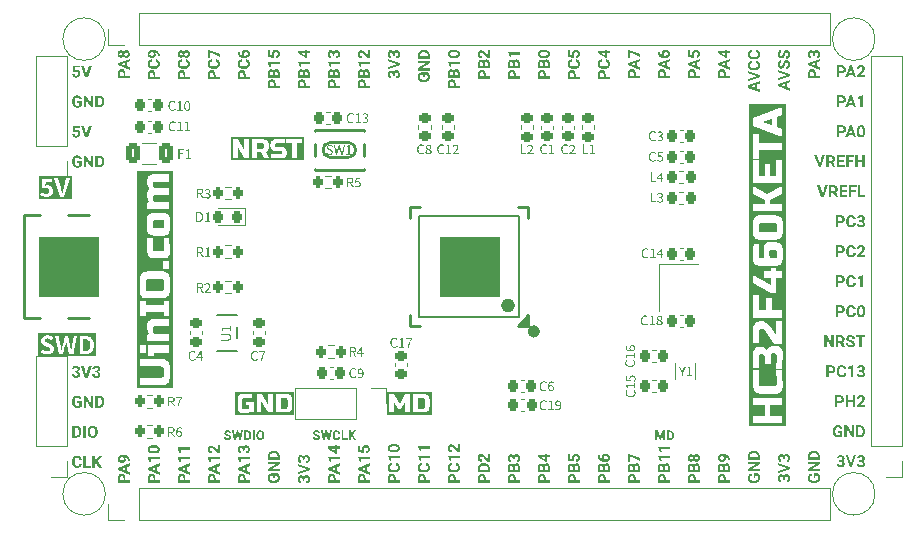
<source format=gto>
%TF.GenerationSoftware,KiCad,Pcbnew,8.0.4*%
%TF.CreationDate,2024-09-01T16:40:05+08:00*%
%TF.ProjectId,UINIO-MCU-HC32F460KETA,55494e49-4f2d-44d4-9355-2d4843333246,Version 1.0.0*%
%TF.SameCoordinates,PX71f45d0PY4ce7800*%
%TF.FileFunction,Legend,Top*%
%TF.FilePolarity,Positive*%
%FSLAX46Y46*%
G04 Gerber Fmt 4.6, Leading zero omitted, Abs format (unit mm)*
G04 Created by KiCad (PCBNEW 8.0.4) date 2024-09-01 16:40:05*
%MOMM*%
%LPD*%
G01*
G04 APERTURE LIST*
G04 Aperture macros list*
%AMRoundRect*
0 Rectangle with rounded corners*
0 $1 Rounding radius*
0 $2 $3 $4 $5 $6 $7 $8 $9 X,Y pos of 4 corners*
0 Add a 4 corners polygon primitive as box body*
4,1,4,$2,$3,$4,$5,$6,$7,$8,$9,$2,$3,0*
0 Add four circle primitives for the rounded corners*
1,1,$1+$1,$2,$3*
1,1,$1+$1,$4,$5*
1,1,$1+$1,$6,$7*
1,1,$1+$1,$8,$9*
0 Add four rect primitives between the rounded corners*
20,1,$1+$1,$2,$3,$4,$5,0*
20,1,$1+$1,$4,$5,$6,$7,0*
20,1,$1+$1,$6,$7,$8,$9,0*
20,1,$1+$1,$8,$9,$2,$3,0*%
G04 Aperture macros list end*
%ADD10C,0.100000*%
%ADD11C,0.200000*%
%ADD12C,0.312500*%
%ADD13C,0.250000*%
%ADD14C,0.300000*%
%ADD15C,0.150000*%
%ADD16C,0.120000*%
%ADD17C,0.152000*%
%ADD18C,0.254000*%
%ADD19C,0.600000*%
%ADD20C,0.550000*%
%ADD21RoundRect,0.218750X0.218750X0.256250X-0.218750X0.256250X-0.218750X-0.256250X0.218750X-0.256250X0*%
%ADD22RoundRect,0.200000X0.200000X0.275000X-0.200000X0.275000X-0.200000X-0.275000X0.200000X-0.275000X0*%
%ADD23RoundRect,0.225000X0.250000X-0.225000X0.250000X0.225000X-0.250000X0.225000X-0.250000X-0.225000X0*%
%ADD24R,1.157000X0.490000*%
%ADD25R,1.175000X0.490000*%
%ADD26C,2.200000*%
%ADD27RoundRect,0.218750X-0.256250X0.218750X-0.256250X-0.218750X0.256250X-0.218750X0.256250X0.218750X0*%
%ADD28RoundRect,0.225000X-0.225000X-0.250000X0.225000X-0.250000X0.225000X0.250000X-0.225000X0.250000X0*%
%ADD29R,1.800000X1.000000*%
%ADD30R,1.700000X1.700000*%
%ADD31O,1.700000X1.700000*%
%ADD32RoundRect,0.225000X-0.250000X0.225000X-0.250000X-0.225000X0.250000X-0.225000X0.250000X0.225000X0*%
%ADD33C,0.650000*%
%ADD34O,2.100000X1.000000*%
%ADD35O,1.900000X1.000000*%
%ADD36R,1.150000X0.600000*%
%ADD37R,1.150000X0.300000*%
%ADD38RoundRect,0.200000X-0.200000X-0.275000X0.200000X-0.275000X0.200000X0.275000X-0.200000X0.275000X0*%
%ADD39RoundRect,0.225000X0.225000X0.250000X-0.225000X0.250000X-0.225000X-0.250000X0.225000X-0.250000X0*%
%ADD40R,1.200000X0.650000*%
%ADD41RoundRect,0.250000X-0.375000X-0.625000X0.375000X-0.625000X0.375000X0.625000X-0.375000X0.625000X0*%
%ADD42O,2.000000X0.300000*%
%ADD43O,0.300000X2.000000*%
%ADD44R,1.200000X1.400000*%
G04 APERTURE END LIST*
D10*
X29230000Y-18980000D02*
X34230000Y-18980000D01*
X34230000Y-23980000D01*
X29230000Y-23980000D01*
X29230000Y-18980000D01*
G36*
X29230000Y-18980000D02*
G01*
X34230000Y-18980000D01*
X34230000Y-23980000D01*
X29230000Y-23980000D01*
X29230000Y-18980000D01*
G37*
X-4700000Y-18960000D02*
X300000Y-18960000D01*
X300000Y-23960000D01*
X-4700000Y-23960000D01*
X-4700000Y-18960000D01*
G36*
X-4700000Y-18960000D02*
G01*
X300000Y-18960000D01*
X300000Y-23960000D01*
X-4700000Y-23960000D01*
X-4700000Y-18960000D01*
G37*
D11*
G36*
X61283482Y-38979260D02*
G01*
X61319142Y-39014235D01*
X61350011Y-39056514D01*
X61373428Y-39100226D01*
X61388506Y-39136796D01*
X61404748Y-39188973D01*
X61415153Y-39236881D01*
X61422006Y-39286893D01*
X61425305Y-39339009D01*
X61425631Y-39361988D01*
X61422908Y-39417210D01*
X61414738Y-39469392D01*
X61401123Y-39518536D01*
X61382060Y-39564641D01*
X61368722Y-39589623D01*
X61341371Y-39630333D01*
X61304101Y-39671622D01*
X61266230Y-39703166D01*
X61223451Y-39730433D01*
X61203614Y-39740809D01*
X61154454Y-39761626D01*
X61101647Y-39777487D01*
X61053481Y-39787139D01*
X61002637Y-39793149D01*
X60949113Y-39795519D01*
X60880725Y-39795519D01*
X60825814Y-39793742D01*
X60773735Y-39788410D01*
X60724491Y-39779522D01*
X60670620Y-39764661D01*
X60620607Y-39744961D01*
X60574904Y-39720715D01*
X60534180Y-39692214D01*
X60493735Y-39654433D01*
X60459793Y-39611095D01*
X60452323Y-39599392D01*
X60426785Y-39549735D01*
X60410424Y-39502953D01*
X60399650Y-39453063D01*
X60394462Y-39400064D01*
X60393949Y-39376399D01*
X60396006Y-39322724D01*
X60402178Y-39272829D01*
X60415015Y-39217946D01*
X60433777Y-39168507D01*
X60458464Y-39124512D01*
X60478213Y-39098206D01*
X60518653Y-39058203D01*
X60559176Y-39030148D01*
X60605109Y-39007846D01*
X60656452Y-38991296D01*
X60713204Y-38980500D01*
X60723189Y-38979260D01*
X60723189Y-39180027D01*
X60674808Y-39191844D01*
X60628462Y-39214650D01*
X60599602Y-39240844D01*
X60574142Y-39284831D01*
X60562160Y-39335882D01*
X60560279Y-39370293D01*
X60565240Y-39419675D01*
X60582681Y-39467750D01*
X60612681Y-39507903D01*
X60639658Y-39530272D01*
X60684201Y-39554360D01*
X60731141Y-39569878D01*
X60785514Y-39580206D01*
X60838036Y-39584929D01*
X60876085Y-39585959D01*
X60940321Y-39585959D01*
X60996867Y-39583855D01*
X61047986Y-39577544D01*
X61100766Y-39564863D01*
X61146160Y-39546456D01*
X61179190Y-39526120D01*
X61218270Y-39488074D01*
X61244560Y-39441258D01*
X61257192Y-39392279D01*
X61260034Y-39350997D01*
X61256829Y-39297142D01*
X61245559Y-39246481D01*
X61223520Y-39202517D01*
X61208743Y-39185401D01*
X61030446Y-39185401D01*
X61030446Y-39372979D01*
X60878527Y-39372979D01*
X60878527Y-38979260D01*
X61283482Y-38979260D01*
G37*
G36*
X61410000Y-38003754D02*
G01*
X61410000Y-38209895D01*
X60751765Y-38611186D01*
X61410000Y-38611186D01*
X61410000Y-38817083D01*
X60409581Y-38817083D01*
X60409581Y-38611186D01*
X61069281Y-38209162D01*
X60409581Y-38209162D01*
X60409581Y-38003754D01*
X61410000Y-38003754D01*
G37*
G36*
X60984454Y-37066902D02*
G01*
X61033507Y-37072956D01*
X61088000Y-37085119D01*
X61139548Y-37102775D01*
X61181388Y-37122281D01*
X61226507Y-37149648D01*
X61266973Y-37181527D01*
X61302789Y-37217916D01*
X61333952Y-37258817D01*
X61349672Y-37284214D01*
X61372928Y-37331128D01*
X61390551Y-37380612D01*
X61402540Y-37432668D01*
X61408897Y-37487295D01*
X61410000Y-37519665D01*
X61410000Y-37829364D01*
X60409581Y-37829364D01*
X60409581Y-37521618D01*
X60576399Y-37521618D01*
X60576399Y-37623468D01*
X61244403Y-37623468D01*
X61244403Y-37523817D01*
X61240628Y-37473658D01*
X61227069Y-37423031D01*
X61203648Y-37379548D01*
X61170366Y-37343209D01*
X61165512Y-37339169D01*
X61121701Y-37311081D01*
X61069403Y-37290809D01*
X61016679Y-37279482D01*
X60966316Y-37274536D01*
X60939344Y-37273712D01*
X60886343Y-37273712D01*
X60831700Y-37275936D01*
X60782261Y-37282608D01*
X60731159Y-37296013D01*
X60681429Y-37318747D01*
X60655045Y-37336971D01*
X60620637Y-37372233D01*
X60596060Y-37414762D01*
X60581314Y-37464557D01*
X60576475Y-37514088D01*
X60576399Y-37521618D01*
X60409581Y-37521618D01*
X60412433Y-37465248D01*
X60420988Y-37411543D01*
X60435246Y-37360503D01*
X60455208Y-37312127D01*
X60469176Y-37285680D01*
X60497550Y-37242345D01*
X60530739Y-37203381D01*
X60568743Y-37168788D01*
X60611562Y-37138566D01*
X60638192Y-37123258D01*
X60687501Y-37100513D01*
X60739686Y-37083354D01*
X60794745Y-37071782D01*
X60844227Y-37066310D01*
X60887076Y-37064884D01*
X60933237Y-37064884D01*
X60984454Y-37066902D01*
G37*
G36*
X17600921Y-5614542D02*
G01*
X17649765Y-5625155D01*
X17701214Y-5646479D01*
X17746703Y-5677434D01*
X17780950Y-5711632D01*
X17809918Y-5752090D01*
X17832893Y-5797991D01*
X17849875Y-5849336D01*
X17860863Y-5906126D01*
X17865441Y-5957609D01*
X17866190Y-5990313D01*
X17866190Y-6171053D01*
X18215214Y-6171053D01*
X18215214Y-6376950D01*
X17214795Y-6376950D01*
X17214795Y-5986894D01*
X17215027Y-5982009D01*
X17381613Y-5982009D01*
X17381613Y-6171053D01*
X17699373Y-6171053D01*
X17699373Y-5986894D01*
X17694784Y-5935259D01*
X17677528Y-5886144D01*
X17660538Y-5862330D01*
X17619986Y-5832944D01*
X17570945Y-5820393D01*
X17549163Y-5819343D01*
X17497346Y-5825423D01*
X17450357Y-5845729D01*
X17428996Y-5862574D01*
X17399024Y-5903141D01*
X17384381Y-5950248D01*
X17381613Y-5982009D01*
X17215027Y-5982009D01*
X17217390Y-5932290D01*
X17225175Y-5881076D01*
X17238151Y-5833250D01*
X17256316Y-5788813D01*
X17282316Y-5743739D01*
X17313881Y-5704964D01*
X17351010Y-5672487D01*
X17374041Y-5657166D01*
X17418587Y-5634851D01*
X17466494Y-5619840D01*
X17517763Y-5612131D01*
X17547698Y-5611004D01*
X17600921Y-5614542D01*
G37*
G36*
X17974172Y-4734234D02*
G01*
X18027855Y-4746194D01*
X18074877Y-4766966D01*
X18115237Y-4796550D01*
X18139987Y-4823077D01*
X18168798Y-4867101D01*
X18190690Y-4918606D01*
X18203948Y-4968706D01*
X18212122Y-5024302D01*
X18215051Y-5074830D01*
X18215214Y-5085393D01*
X18215214Y-5474228D01*
X17214795Y-5474228D01*
X17214795Y-5123984D01*
X17381613Y-5123984D01*
X17381613Y-5268331D01*
X17636846Y-5268331D01*
X17636846Y-5115680D01*
X17633245Y-5079287D01*
X17782415Y-5079287D01*
X17782415Y-5268331D01*
X18049617Y-5268331D01*
X18049617Y-5091744D01*
X18044808Y-5041655D01*
X18027043Y-4994591D01*
X18015423Y-4978171D01*
X17974451Y-4947396D01*
X17924173Y-4937178D01*
X17920412Y-4937138D01*
X17867310Y-4943940D01*
X17822335Y-4968372D01*
X17794121Y-5010573D01*
X17783183Y-5062074D01*
X17782415Y-5079287D01*
X17633245Y-5079287D01*
X17631606Y-5062723D01*
X17614791Y-5014788D01*
X17581463Y-4978266D01*
X17533084Y-4961222D01*
X17511061Y-4959853D01*
X17461468Y-4966383D01*
X17417917Y-4992349D01*
X17411899Y-4999420D01*
X17390160Y-5046375D01*
X17382352Y-5098467D01*
X17381613Y-5123984D01*
X17214795Y-5123984D01*
X17216512Y-5069268D01*
X17221664Y-5018845D01*
X17232380Y-4964005D01*
X17248042Y-4915347D01*
X17272566Y-4866393D01*
X17285137Y-4847989D01*
X17318925Y-4811254D01*
X17365182Y-4780319D01*
X17412344Y-4762918D01*
X17465747Y-4754540D01*
X17490545Y-4753712D01*
X17539346Y-4758185D01*
X17587843Y-4773269D01*
X17620971Y-4791569D01*
X17658912Y-4823970D01*
X17688473Y-4864751D01*
X17703525Y-4896594D01*
X17721240Y-4847567D01*
X17748191Y-4806275D01*
X17780705Y-4775449D01*
X17823729Y-4750141D01*
X17872871Y-4735338D01*
X17922855Y-4730997D01*
X17974172Y-4734234D01*
G37*
G36*
X18215214Y-4120390D02*
G01*
X18215214Y-4318959D01*
X17445360Y-4318959D01*
X17516923Y-4555875D01*
X17355479Y-4555875D01*
X17214795Y-4141639D01*
X17214795Y-4120390D01*
X18215214Y-4120390D01*
G37*
G36*
X18000036Y-3212295D02*
G01*
X18215214Y-3212295D01*
X18215214Y-3410864D01*
X18000036Y-3410864D01*
X18000036Y-3820948D01*
X17874983Y-3829741D01*
X17214795Y-3412818D01*
X17214795Y-3410864D01*
X17485416Y-3410864D01*
X17508130Y-3423809D01*
X17840056Y-3631904D01*
X17840056Y-3410864D01*
X17485416Y-3410864D01*
X17214795Y-3410864D01*
X17214795Y-3212295D01*
X17840056Y-3212295D01*
X17840056Y-3098966D01*
X18000036Y-3098966D01*
X18000036Y-3212295D01*
G37*
G36*
X-1862548Y-10038202D02*
G01*
X-1804662Y-9528712D01*
X-1244125Y-9528712D01*
X-1244125Y-9694308D01*
X-1641996Y-9694308D01*
X-1666665Y-9910463D01*
X-1621537Y-9890499D01*
X-1569913Y-9877079D01*
X-1521179Y-9872643D01*
X-1516211Y-9872606D01*
X-1464803Y-9875731D01*
X-1410318Y-9887278D01*
X-1361747Y-9907334D01*
X-1319089Y-9935898D01*
X-1292241Y-9961510D01*
X-1260644Y-10003688D01*
X-1236809Y-10052645D01*
X-1222555Y-10100003D01*
X-1214003Y-10152342D01*
X-1211152Y-10209661D01*
X-1214398Y-10262619D01*
X-1224135Y-10312409D01*
X-1240364Y-10359030D01*
X-1252185Y-10383562D01*
X-1281136Y-10428131D01*
X-1317004Y-10465975D01*
X-1359790Y-10497092D01*
X-1369177Y-10502508D01*
X-1414225Y-10522934D01*
X-1463639Y-10536674D01*
X-1517419Y-10543730D01*
X-1549184Y-10544762D01*
X-1599131Y-10541864D01*
X-1652225Y-10531846D01*
X-1702791Y-10514673D01*
X-1717467Y-10508126D01*
X-1762814Y-10482165D01*
X-1801769Y-10450385D01*
X-1834332Y-10412785D01*
X-1840077Y-10404567D01*
X-1864063Y-10360951D01*
X-1879843Y-10313758D01*
X-1887418Y-10262987D01*
X-1887949Y-10252403D01*
X-1691333Y-10252403D01*
X-1680007Y-10301998D01*
X-1652407Y-10345626D01*
X-1647858Y-10350100D01*
X-1604566Y-10376112D01*
X-1553665Y-10384749D01*
X-1549917Y-10384783D01*
X-1500265Y-10376761D01*
X-1458243Y-10350181D01*
X-1446114Y-10336179D01*
X-1422551Y-10290037D01*
X-1411996Y-10240603D01*
X-1409721Y-10198670D01*
X-1413824Y-10149154D01*
X-1429578Y-10100061D01*
X-1451731Y-10067756D01*
X-1491470Y-10038342D01*
X-1538456Y-10024500D01*
X-1570433Y-10022327D01*
X-1619778Y-10027582D01*
X-1667796Y-10046996D01*
X-1685227Y-10059696D01*
X-1704522Y-10077525D01*
X-1862548Y-10038202D01*
G37*
G36*
X-697998Y-10280980D02*
G01*
X-471340Y-9528712D01*
X-241996Y-9528712D01*
X-590287Y-10529131D01*
X-805220Y-10529131D01*
X-1152045Y-9528712D01*
X-923434Y-9528712D01*
X-697998Y-10280980D01*
G37*
G36*
X48091349Y-4738199D02*
G01*
X48140193Y-4748812D01*
X48191642Y-4770136D01*
X48237131Y-4801091D01*
X48271378Y-4835289D01*
X48300346Y-4875747D01*
X48323321Y-4921648D01*
X48340303Y-4972993D01*
X48351291Y-5029783D01*
X48355869Y-5081266D01*
X48356618Y-5113970D01*
X48356618Y-5294710D01*
X48705642Y-5294710D01*
X48705642Y-5500607D01*
X47705223Y-5500607D01*
X47705223Y-5110551D01*
X47705455Y-5105666D01*
X47872041Y-5105666D01*
X47872041Y-5294710D01*
X48189801Y-5294710D01*
X48189801Y-5110551D01*
X48185212Y-5058916D01*
X48167956Y-5009801D01*
X48150966Y-4985987D01*
X48110414Y-4956601D01*
X48061373Y-4944050D01*
X48039591Y-4943000D01*
X47987774Y-4949080D01*
X47940785Y-4969386D01*
X47919424Y-4986231D01*
X47889452Y-5026798D01*
X47874809Y-5073905D01*
X47872041Y-5105666D01*
X47705455Y-5105666D01*
X47707818Y-5055947D01*
X47715603Y-5004733D01*
X47728579Y-4956907D01*
X47746744Y-4912470D01*
X47772744Y-4867396D01*
X47804309Y-4828621D01*
X47841438Y-4796144D01*
X47864469Y-4780823D01*
X47909015Y-4758508D01*
X47956922Y-4743497D01*
X48008191Y-4735788D01*
X48038126Y-4734661D01*
X48091349Y-4738199D01*
G37*
G36*
X48705642Y-4085952D02*
G01*
X48497302Y-4155317D01*
X48497302Y-4516796D01*
X48705642Y-4585429D01*
X48705642Y-4804515D01*
X47705223Y-4432288D01*
X47705223Y-4336789D01*
X47958014Y-4336789D01*
X48330484Y-4461109D01*
X48330484Y-4211004D01*
X47958014Y-4336789D01*
X47705223Y-4336789D01*
X47705223Y-4241290D01*
X48705642Y-3866866D01*
X48705642Y-4085952D01*
G37*
G36*
X48429186Y-3113300D02*
G01*
X48480011Y-3123327D01*
X48527899Y-3140039D01*
X48553234Y-3152212D01*
X48595122Y-3178762D01*
X48635183Y-3214787D01*
X48668423Y-3257683D01*
X48677065Y-3271891D01*
X48698435Y-3316908D01*
X48712811Y-3365133D01*
X48720194Y-3416565D01*
X48721273Y-3446524D01*
X48717383Y-3503646D01*
X48705714Y-3556491D01*
X48686265Y-3605060D01*
X48659037Y-3649353D01*
X48624029Y-3689369D01*
X48610631Y-3701758D01*
X48566456Y-3734794D01*
X48517094Y-3760995D01*
X48462545Y-3780360D01*
X48413127Y-3791277D01*
X48360107Y-3797448D01*
X48315097Y-3798967D01*
X48243046Y-3798967D01*
X48192767Y-3797464D01*
X48134904Y-3791694D01*
X48079738Y-3781596D01*
X48027268Y-3767170D01*
X47977494Y-3748417D01*
X47953618Y-3737418D01*
X47908532Y-3712456D01*
X47867431Y-3683734D01*
X47830313Y-3651250D01*
X47797180Y-3615006D01*
X47768031Y-3575001D01*
X47759200Y-3560830D01*
X47735767Y-3516403D01*
X47717126Y-3469399D01*
X47703276Y-3419820D01*
X47694217Y-3367664D01*
X47689949Y-3312933D01*
X47689591Y-3294117D01*
X47689591Y-3261144D01*
X47852990Y-3261144D01*
X47852990Y-3280195D01*
X47857154Y-3336655D01*
X47867723Y-3388066D01*
X47884696Y-3434429D01*
X47911937Y-3481232D01*
X47924309Y-3497083D01*
X47962014Y-3534009D01*
X48006252Y-3562723D01*
X48057024Y-3583224D01*
X48106809Y-3594425D01*
X48114330Y-3595512D01*
X48078960Y-3553075D01*
X48053696Y-3505387D01*
X48039220Y-3454829D01*
X48192976Y-3454829D01*
X48200145Y-3503401D01*
X48218377Y-3542023D01*
X48252131Y-3579495D01*
X48285544Y-3599665D01*
X48346849Y-3599665D01*
X48400112Y-3596573D01*
X48451136Y-3585888D01*
X48497344Y-3565318D01*
X48504630Y-3560586D01*
X48541318Y-3523476D01*
X48559302Y-3476047D01*
X48561294Y-3450676D01*
X48551523Y-3399405D01*
X48522211Y-3357578D01*
X48510247Y-3347362D01*
X48467520Y-3323250D01*
X48416275Y-3310267D01*
X48377379Y-3307794D01*
X48324236Y-3312499D01*
X48274886Y-3328361D01*
X48243778Y-3347606D01*
X48210886Y-3384508D01*
X48194216Y-3434436D01*
X48192976Y-3454829D01*
X48039220Y-3454829D01*
X48038538Y-3452447D01*
X48033564Y-3401817D01*
X48033485Y-3394256D01*
X48037997Y-3339755D01*
X48051531Y-3290372D01*
X48074087Y-3246108D01*
X48105667Y-3206964D01*
X48127763Y-3186894D01*
X48171754Y-3156916D01*
X48221449Y-3134301D01*
X48268584Y-3120777D01*
X48319910Y-3112662D01*
X48375425Y-3109958D01*
X48429186Y-3113300D01*
G37*
G36*
X58275119Y-39506203D02*
G01*
X58275119Y-39400446D01*
X58269898Y-39349189D01*
X58250611Y-39303368D01*
X58237994Y-39288339D01*
X58194580Y-39261044D01*
X58142899Y-39251982D01*
X58139076Y-39251946D01*
X58089001Y-39259889D01*
X58046263Y-39288094D01*
X58021351Y-39330837D01*
X58013176Y-39379456D01*
X58013046Y-39387257D01*
X58020023Y-39436759D01*
X58042844Y-39480570D01*
X58044798Y-39483000D01*
X58083651Y-39512921D01*
X58126863Y-39521346D01*
X58126863Y-39719671D01*
X58074728Y-39714678D01*
X58026460Y-39699700D01*
X57985935Y-39677417D01*
X57946181Y-39644414D01*
X57912891Y-39603502D01*
X57888238Y-39559448D01*
X57869691Y-39510471D01*
X57858013Y-39458488D01*
X57853376Y-39409134D01*
X57853067Y-39392142D01*
X57855721Y-39335029D01*
X57863680Y-39282759D01*
X57876947Y-39235332D01*
X57899131Y-39186121D01*
X57928538Y-39143503D01*
X57964173Y-39108385D01*
X58005254Y-39081893D01*
X58051782Y-39064027D01*
X58103756Y-39054785D01*
X58135900Y-39053377D01*
X58185497Y-39059285D01*
X58232071Y-39077007D01*
X58261441Y-39095387D01*
X58300596Y-39130420D01*
X58332333Y-39172873D01*
X58349369Y-39205296D01*
X58371584Y-39156676D01*
X58399763Y-39116453D01*
X58437647Y-39081904D01*
X58441448Y-39079267D01*
X58486222Y-39055627D01*
X58536248Y-39041800D01*
X58586284Y-39037745D01*
X58635137Y-39041163D01*
X58687356Y-39053789D01*
X58734433Y-39075718D01*
X58776367Y-39106950D01*
X58803172Y-39134954D01*
X58834958Y-39180403D01*
X58858938Y-39231906D01*
X58873277Y-39280870D01*
X58881881Y-39334282D01*
X58884749Y-39392142D01*
X58881967Y-39446372D01*
X58873621Y-39496773D01*
X58856851Y-39550734D01*
X58832508Y-39599482D01*
X58805614Y-39637117D01*
X58768443Y-39674138D01*
X58726387Y-39702066D01*
X58679446Y-39720901D01*
X58627619Y-39730643D01*
X58595810Y-39732128D01*
X58595810Y-39533558D01*
X58644600Y-39524274D01*
X58686587Y-39493904D01*
X58688866Y-39491304D01*
X58714637Y-39447398D01*
X58724454Y-39398671D01*
X58724770Y-39387257D01*
X58719378Y-39338462D01*
X58699456Y-39292473D01*
X58686424Y-39276371D01*
X58644771Y-39247444D01*
X58596018Y-39236425D01*
X58584330Y-39236071D01*
X58532038Y-39241867D01*
X58484704Y-39263280D01*
X58452096Y-39300471D01*
X58434214Y-39353440D01*
X58430457Y-39400934D01*
X58430457Y-39506203D01*
X58275119Y-39506203D01*
G37*
G36*
X58620967Y-38514089D02*
G01*
X57868699Y-38287431D01*
X57868699Y-38058087D01*
X58869118Y-38406378D01*
X58869118Y-38621311D01*
X57868699Y-38968136D01*
X57868699Y-38739525D01*
X58620967Y-38514089D01*
G37*
G36*
X58275119Y-37787710D02*
G01*
X58275119Y-37681953D01*
X58269898Y-37630697D01*
X58250611Y-37584875D01*
X58237994Y-37569846D01*
X58194580Y-37542552D01*
X58142899Y-37533489D01*
X58139076Y-37533454D01*
X58089001Y-37541396D01*
X58046263Y-37569602D01*
X58021351Y-37612344D01*
X58013176Y-37660964D01*
X58013046Y-37668764D01*
X58020023Y-37718266D01*
X58042844Y-37762077D01*
X58044798Y-37764507D01*
X58083651Y-37794428D01*
X58126863Y-37802854D01*
X58126863Y-38001179D01*
X58074728Y-37996186D01*
X58026460Y-37981207D01*
X57985935Y-37958925D01*
X57946181Y-37925921D01*
X57912891Y-37885010D01*
X57888238Y-37840955D01*
X57869691Y-37791978D01*
X57858013Y-37739995D01*
X57853376Y-37690641D01*
X57853067Y-37673649D01*
X57855721Y-37616536D01*
X57863680Y-37564266D01*
X57876947Y-37516839D01*
X57899131Y-37467629D01*
X57928538Y-37425010D01*
X57964173Y-37389893D01*
X58005254Y-37363401D01*
X58051782Y-37345534D01*
X58103756Y-37336292D01*
X58135900Y-37334884D01*
X58185497Y-37340792D01*
X58232071Y-37358515D01*
X58261441Y-37376894D01*
X58300596Y-37411928D01*
X58332333Y-37454380D01*
X58349369Y-37486803D01*
X58371584Y-37438184D01*
X58399763Y-37397960D01*
X58437647Y-37363411D01*
X58441448Y-37360774D01*
X58486222Y-37337134D01*
X58536248Y-37323308D01*
X58586284Y-37319253D01*
X58635137Y-37322670D01*
X58687356Y-37335296D01*
X58734433Y-37357225D01*
X58776367Y-37388457D01*
X58803172Y-37416461D01*
X58834958Y-37461910D01*
X58858938Y-37513413D01*
X58873277Y-37562377D01*
X58881881Y-37615789D01*
X58884749Y-37673649D01*
X58881967Y-37727880D01*
X58873621Y-37778280D01*
X58856851Y-37832241D01*
X58832508Y-37880989D01*
X58805614Y-37918625D01*
X58768443Y-37955645D01*
X58726387Y-37983573D01*
X58679446Y-38002408D01*
X58627619Y-38012151D01*
X58595810Y-38013635D01*
X58595810Y-37815066D01*
X58644600Y-37805781D01*
X58686587Y-37775411D01*
X58688866Y-37772812D01*
X58714637Y-37728905D01*
X58724454Y-37680179D01*
X58724770Y-37668764D01*
X58719378Y-37619969D01*
X58699456Y-37573981D01*
X58686424Y-37557878D01*
X58644771Y-37528952D01*
X58596018Y-37517932D01*
X58584330Y-37517578D01*
X58532038Y-37523374D01*
X58484704Y-37544787D01*
X58452096Y-37581978D01*
X58434214Y-37634947D01*
X58430457Y-37682442D01*
X58430457Y-37787710D01*
X58275119Y-37787710D01*
G37*
G36*
X63210786Y-22206786D02*
G01*
X63262000Y-22214571D01*
X63309826Y-22227547D01*
X63354263Y-22245712D01*
X63399337Y-22271712D01*
X63438112Y-22303277D01*
X63470589Y-22340406D01*
X63485910Y-22363437D01*
X63508225Y-22407983D01*
X63523236Y-22455890D01*
X63530945Y-22507159D01*
X63532072Y-22537094D01*
X63528534Y-22590317D01*
X63517921Y-22639161D01*
X63496597Y-22690610D01*
X63465642Y-22736099D01*
X63431444Y-22770346D01*
X63390986Y-22799314D01*
X63345085Y-22822289D01*
X63293740Y-22839271D01*
X63236950Y-22850259D01*
X63185467Y-22854837D01*
X63152763Y-22855586D01*
X62972023Y-22855586D01*
X62972023Y-23204610D01*
X62766126Y-23204610D01*
X62766126Y-22688769D01*
X62972023Y-22688769D01*
X63156182Y-22688769D01*
X63207817Y-22684180D01*
X63256932Y-22666924D01*
X63280746Y-22649934D01*
X63310132Y-22609382D01*
X63322683Y-22560341D01*
X63323733Y-22538559D01*
X63317653Y-22486742D01*
X63297347Y-22439753D01*
X63280502Y-22418392D01*
X63239935Y-22388420D01*
X63192828Y-22373777D01*
X63161067Y-22371009D01*
X62972023Y-22371009D01*
X62972023Y-22688769D01*
X62766126Y-22688769D01*
X62766126Y-22204191D01*
X63156182Y-22204191D01*
X63210786Y-22206786D01*
G37*
G36*
X64453844Y-22873416D02*
G01*
X64447908Y-22922192D01*
X64434581Y-22976299D01*
X64414488Y-23025581D01*
X64387629Y-23070037D01*
X64354004Y-23109667D01*
X64334654Y-23127673D01*
X64291950Y-23159132D01*
X64244437Y-23184082D01*
X64192115Y-23202523D01*
X64134985Y-23214456D01*
X64083704Y-23219427D01*
X64051332Y-23220241D01*
X63993261Y-23217069D01*
X63939186Y-23207552D01*
X63889105Y-23191690D01*
X63843020Y-23169484D01*
X63800930Y-23140934D01*
X63762835Y-23106038D01*
X63748715Y-23090304D01*
X63716982Y-23047331D01*
X63690627Y-22999624D01*
X63669650Y-22947182D01*
X63654052Y-22890006D01*
X63645446Y-22840856D01*
X63640283Y-22788675D01*
X63638562Y-22733465D01*
X63638562Y-22671916D01*
X63640348Y-22618822D01*
X63645706Y-22568166D01*
X63654636Y-22519949D01*
X63669569Y-22466778D01*
X63689364Y-22416926D01*
X63713682Y-22371093D01*
X63742185Y-22330192D01*
X63779882Y-22289488D01*
X63823044Y-22255225D01*
X63834689Y-22247666D01*
X63883843Y-22221807D01*
X63929958Y-22205241D01*
X63978971Y-22194331D01*
X64030884Y-22189079D01*
X64054019Y-22188559D01*
X64106488Y-22190825D01*
X64155666Y-22197623D01*
X64210334Y-22211762D01*
X64260263Y-22232428D01*
X64305452Y-22259619D01*
X64332944Y-22281372D01*
X64369469Y-22318804D01*
X64399726Y-22361491D01*
X64423714Y-22409433D01*
X64441434Y-22462630D01*
X64451412Y-22510976D01*
X64455310Y-22541734D01*
X64249169Y-22541734D01*
X64241838Y-22491423D01*
X64224535Y-22441423D01*
X64195191Y-22401295D01*
X64153701Y-22374653D01*
X64103598Y-22361034D01*
X64054019Y-22357575D01*
X64000256Y-22363449D01*
X63954645Y-22381068D01*
X63913530Y-22414423D01*
X63899902Y-22431825D01*
X63875110Y-22480082D01*
X63859658Y-22533877D01*
X63851221Y-22589362D01*
X63847766Y-22643172D01*
X63847389Y-22662390D01*
X63847389Y-22738350D01*
X63849115Y-22796367D01*
X63854293Y-22848236D01*
X63864697Y-22900980D01*
X63882339Y-22951011D01*
X63896482Y-22976731D01*
X63932699Y-23016401D01*
X63979983Y-23041379D01*
X64032001Y-23051297D01*
X64051332Y-23051958D01*
X64101206Y-23048519D01*
X64151720Y-23034975D01*
X64193726Y-23008482D01*
X64223447Y-22968995D01*
X64240795Y-22921031D01*
X64247948Y-22873416D01*
X64453844Y-22873416D01*
G37*
G36*
X65045156Y-23204610D02*
G01*
X64846587Y-23204610D01*
X64846587Y-22434756D01*
X64609671Y-22506319D01*
X64609671Y-22344875D01*
X65023907Y-22204191D01*
X65045156Y-22204191D01*
X65045156Y-23204610D01*
G37*
G36*
X60795707Y-4738199D02*
G01*
X60844551Y-4748812D01*
X60896000Y-4770136D01*
X60941489Y-4801091D01*
X60975736Y-4835289D01*
X61004704Y-4875747D01*
X61027679Y-4921648D01*
X61044661Y-4972993D01*
X61055649Y-5029783D01*
X61060227Y-5081266D01*
X61060976Y-5113970D01*
X61060976Y-5294710D01*
X61410000Y-5294710D01*
X61410000Y-5500607D01*
X60409581Y-5500607D01*
X60409581Y-5110551D01*
X60409813Y-5105666D01*
X60576399Y-5105666D01*
X60576399Y-5294710D01*
X60894159Y-5294710D01*
X60894159Y-5110551D01*
X60889570Y-5058916D01*
X60872314Y-5009801D01*
X60855324Y-4985987D01*
X60814772Y-4956601D01*
X60765731Y-4944050D01*
X60743949Y-4943000D01*
X60692132Y-4949080D01*
X60645143Y-4969386D01*
X60623782Y-4986231D01*
X60593810Y-5026798D01*
X60579167Y-5073905D01*
X60576399Y-5105666D01*
X60409813Y-5105666D01*
X60412176Y-5055947D01*
X60419961Y-5004733D01*
X60432937Y-4956907D01*
X60451102Y-4912470D01*
X60477102Y-4867396D01*
X60508667Y-4828621D01*
X60545796Y-4796144D01*
X60568827Y-4780823D01*
X60613373Y-4758508D01*
X60661280Y-4743497D01*
X60712549Y-4735788D01*
X60742484Y-4734661D01*
X60795707Y-4738199D01*
G37*
G36*
X61410000Y-4085952D02*
G01*
X61201660Y-4155317D01*
X61201660Y-4516796D01*
X61410000Y-4585429D01*
X61410000Y-4804515D01*
X60409581Y-4432288D01*
X60409581Y-4336789D01*
X60662372Y-4336789D01*
X61034842Y-4461109D01*
X61034842Y-4211004D01*
X60662372Y-4336789D01*
X60409581Y-4336789D01*
X60409581Y-4241290D01*
X61410000Y-3866866D01*
X61410000Y-4085952D01*
G37*
G36*
X60816001Y-3597711D02*
G01*
X60816001Y-3491953D01*
X60810780Y-3440697D01*
X60791493Y-3394875D01*
X60778876Y-3379846D01*
X60735462Y-3352552D01*
X60683781Y-3343489D01*
X60679958Y-3343454D01*
X60629883Y-3351396D01*
X60587145Y-3379602D01*
X60562233Y-3422344D01*
X60554058Y-3470964D01*
X60553928Y-3478764D01*
X60560905Y-3528266D01*
X60583726Y-3572077D01*
X60585680Y-3574508D01*
X60624533Y-3604428D01*
X60667745Y-3612854D01*
X60667745Y-3811179D01*
X60615610Y-3806186D01*
X60567342Y-3791207D01*
X60526817Y-3768925D01*
X60487063Y-3735921D01*
X60453773Y-3695010D01*
X60429120Y-3650956D01*
X60410573Y-3601978D01*
X60398895Y-3549995D01*
X60394258Y-3500641D01*
X60393949Y-3483649D01*
X60396603Y-3426536D01*
X60404562Y-3374267D01*
X60417829Y-3326840D01*
X60440013Y-3277629D01*
X60469420Y-3235010D01*
X60505055Y-3199893D01*
X60546136Y-3173401D01*
X60592664Y-3155534D01*
X60644638Y-3146293D01*
X60676782Y-3144884D01*
X60726379Y-3150792D01*
X60772953Y-3168515D01*
X60802323Y-3186894D01*
X60841478Y-3221928D01*
X60873215Y-3264380D01*
X60890251Y-3296803D01*
X60912466Y-3248184D01*
X60940645Y-3207960D01*
X60978529Y-3173411D01*
X60982330Y-3170774D01*
X61027104Y-3147135D01*
X61077130Y-3133308D01*
X61127166Y-3129253D01*
X61176019Y-3132670D01*
X61228238Y-3145296D01*
X61275315Y-3167225D01*
X61317249Y-3198457D01*
X61344054Y-3226461D01*
X61375840Y-3271910D01*
X61399820Y-3323413D01*
X61414159Y-3372377D01*
X61422763Y-3425789D01*
X61425631Y-3483649D01*
X61422849Y-3537880D01*
X61414503Y-3588281D01*
X61397733Y-3642241D01*
X61373390Y-3690989D01*
X61346496Y-3728625D01*
X61309325Y-3765645D01*
X61267269Y-3793573D01*
X61220328Y-3812408D01*
X61168501Y-3822151D01*
X61136692Y-3823635D01*
X61136692Y-3625066D01*
X61185482Y-3615781D01*
X61227469Y-3585411D01*
X61229748Y-3582812D01*
X61255519Y-3538905D01*
X61265336Y-3490179D01*
X61265652Y-3478764D01*
X61260260Y-3429969D01*
X61240338Y-3383981D01*
X61227306Y-3367878D01*
X61185653Y-3338952D01*
X61136900Y-3327932D01*
X61125212Y-3327578D01*
X61072920Y-3333374D01*
X61025586Y-3354787D01*
X60992978Y-3391978D01*
X60975096Y-3444947D01*
X60971339Y-3492442D01*
X60971339Y-3597711D01*
X60816001Y-3597711D01*
G37*
G36*
X2355707Y-4738199D02*
G01*
X2404551Y-4748812D01*
X2456000Y-4770136D01*
X2501489Y-4801091D01*
X2535736Y-4835289D01*
X2564704Y-4875747D01*
X2587679Y-4921648D01*
X2604661Y-4972993D01*
X2615649Y-5029783D01*
X2620227Y-5081266D01*
X2620976Y-5113970D01*
X2620976Y-5294710D01*
X2970000Y-5294710D01*
X2970000Y-5500607D01*
X1969581Y-5500607D01*
X1969581Y-5110551D01*
X1969813Y-5105666D01*
X2136399Y-5105666D01*
X2136399Y-5294710D01*
X2454159Y-5294710D01*
X2454159Y-5110551D01*
X2449570Y-5058916D01*
X2432314Y-5009801D01*
X2415324Y-4985987D01*
X2374772Y-4956601D01*
X2325731Y-4944050D01*
X2303949Y-4943000D01*
X2252132Y-4949080D01*
X2205143Y-4969386D01*
X2183782Y-4986231D01*
X2153810Y-5026798D01*
X2139167Y-5073905D01*
X2136399Y-5105666D01*
X1969813Y-5105666D01*
X1972176Y-5055947D01*
X1979961Y-5004733D01*
X1992937Y-4956907D01*
X2011102Y-4912470D01*
X2037102Y-4867396D01*
X2068667Y-4828621D01*
X2105796Y-4796144D01*
X2128827Y-4780823D01*
X2173373Y-4758508D01*
X2221280Y-4743497D01*
X2272549Y-4735788D01*
X2302484Y-4734661D01*
X2355707Y-4738199D01*
G37*
G36*
X2970000Y-4085952D02*
G01*
X2761660Y-4155317D01*
X2761660Y-4516796D01*
X2970000Y-4585429D01*
X2970000Y-4804515D01*
X1969581Y-4432288D01*
X1969581Y-4336789D01*
X2222372Y-4336789D01*
X2594842Y-4461109D01*
X2594842Y-4211004D01*
X2222372Y-4336789D01*
X1969581Y-4336789D01*
X1969581Y-4241290D01*
X2970000Y-3866866D01*
X2970000Y-4085952D01*
G37*
G36*
X2751786Y-3130670D02*
G01*
X2802457Y-3143713D01*
X2847729Y-3165451D01*
X2887602Y-3195885D01*
X2907962Y-3217180D01*
X2938226Y-3259956D01*
X2961056Y-3308996D01*
X2974709Y-3356017D01*
X2982900Y-3407640D01*
X2985631Y-3463866D01*
X2982883Y-3520034D01*
X2974640Y-3571668D01*
X2960901Y-3618769D01*
X2937927Y-3667990D01*
X2907473Y-3711039D01*
X2870626Y-3746632D01*
X2828473Y-3773483D01*
X2781014Y-3791592D01*
X2728249Y-3800959D01*
X2695715Y-3802386D01*
X2645478Y-3798236D01*
X2595121Y-3784084D01*
X2549902Y-3759888D01*
X2510344Y-3727039D01*
X2477309Y-3687264D01*
X2452937Y-3645094D01*
X2424498Y-3689023D01*
X2389740Y-3725190D01*
X2363056Y-3744989D01*
X2318405Y-3767017D01*
X2269084Y-3778878D01*
X2233607Y-3781137D01*
X2180199Y-3777058D01*
X2131747Y-3764821D01*
X2082440Y-3740847D01*
X2039606Y-3706218D01*
X2029909Y-3695896D01*
X2000311Y-3655682D01*
X1977983Y-3609623D01*
X1962925Y-3557721D01*
X1955804Y-3508582D01*
X1953949Y-3464354D01*
X2113928Y-3464354D01*
X2122538Y-3513874D01*
X2148367Y-3551060D01*
X2192264Y-3575073D01*
X2243133Y-3581835D01*
X2294134Y-3575073D01*
X2339609Y-3551060D01*
X2368005Y-3511003D01*
X2375794Y-3465087D01*
X2535980Y-3465087D01*
X2543507Y-3515576D01*
X2568276Y-3558882D01*
X2575303Y-3566203D01*
X2618233Y-3593201D01*
X2669243Y-3603486D01*
X2681549Y-3603817D01*
X2730026Y-3597690D01*
X2775742Y-3575393D01*
X2786085Y-3566692D01*
X2814485Y-3525554D01*
X2825304Y-3475733D01*
X2825652Y-3463621D01*
X2818312Y-3412531D01*
X2794159Y-3369619D01*
X2787306Y-3362505D01*
X2744970Y-3336033D01*
X2693933Y-3325948D01*
X2681549Y-3325624D01*
X2632163Y-3331872D01*
X2586099Y-3354609D01*
X2575792Y-3363482D01*
X2547216Y-3404540D01*
X2536330Y-3453320D01*
X2535980Y-3465087D01*
X2375794Y-3465087D01*
X2376001Y-3463866D01*
X2366903Y-3413918D01*
X2339609Y-3376915D01*
X2294134Y-3352902D01*
X2243133Y-3346140D01*
X2193452Y-3352956D01*
X2149344Y-3377159D01*
X2120707Y-3419895D01*
X2113928Y-3464354D01*
X1953949Y-3464354D01*
X1956594Y-3411878D01*
X1964528Y-3363627D01*
X1980470Y-3312673D01*
X2003611Y-3267469D01*
X2029176Y-3233300D01*
X2070163Y-3195794D01*
X2117897Y-3169003D01*
X2165200Y-3154352D01*
X2217668Y-3147906D01*
X2233607Y-3147571D01*
X2286043Y-3152723D01*
X2333808Y-3168179D01*
X2363056Y-3184207D01*
X2402028Y-3215348D01*
X2434680Y-3254183D01*
X2452937Y-3284347D01*
X2477543Y-3241814D01*
X2510670Y-3201861D01*
X2550146Y-3169064D01*
X2595227Y-3144730D01*
X2645502Y-3130496D01*
X2695715Y-3126322D01*
X2751786Y-3130670D01*
G37*
G36*
X25243822Y-5316203D02*
G01*
X25243822Y-5210446D01*
X25238601Y-5159189D01*
X25219314Y-5113368D01*
X25206697Y-5098339D01*
X25163283Y-5071044D01*
X25111602Y-5061982D01*
X25107779Y-5061946D01*
X25057704Y-5069889D01*
X25014966Y-5098094D01*
X24990054Y-5140837D01*
X24981879Y-5189456D01*
X24981749Y-5197257D01*
X24988726Y-5246759D01*
X25011547Y-5290570D01*
X25013501Y-5293000D01*
X25052354Y-5322921D01*
X25095566Y-5331346D01*
X25095566Y-5529671D01*
X25043431Y-5524678D01*
X24995163Y-5509700D01*
X24954638Y-5487417D01*
X24914884Y-5454414D01*
X24881594Y-5413502D01*
X24856941Y-5369448D01*
X24838394Y-5320471D01*
X24826716Y-5268488D01*
X24822079Y-5219134D01*
X24821770Y-5202142D01*
X24824424Y-5145029D01*
X24832383Y-5092759D01*
X24845650Y-5045332D01*
X24867834Y-4996121D01*
X24897241Y-4953503D01*
X24932876Y-4918385D01*
X24973957Y-4891893D01*
X25020485Y-4874027D01*
X25072459Y-4864785D01*
X25104603Y-4863377D01*
X25154200Y-4869285D01*
X25200774Y-4887007D01*
X25230144Y-4905387D01*
X25269299Y-4940420D01*
X25301036Y-4982873D01*
X25318072Y-5015296D01*
X25340287Y-4966676D01*
X25368466Y-4926453D01*
X25406350Y-4891904D01*
X25410151Y-4889267D01*
X25454925Y-4865627D01*
X25504951Y-4851800D01*
X25554987Y-4847745D01*
X25603840Y-4851163D01*
X25656059Y-4863789D01*
X25703136Y-4885718D01*
X25745070Y-4916950D01*
X25771875Y-4944954D01*
X25803661Y-4990403D01*
X25827641Y-5041906D01*
X25841980Y-5090870D01*
X25850584Y-5144282D01*
X25853452Y-5202142D01*
X25850670Y-5256372D01*
X25842324Y-5306773D01*
X25825554Y-5360734D01*
X25801211Y-5409482D01*
X25774317Y-5447117D01*
X25737146Y-5484138D01*
X25695090Y-5512066D01*
X25648149Y-5530901D01*
X25596322Y-5540643D01*
X25564513Y-5542128D01*
X25564513Y-5343558D01*
X25613303Y-5334274D01*
X25655290Y-5303904D01*
X25657569Y-5301304D01*
X25683340Y-5257398D01*
X25693157Y-5208671D01*
X25693473Y-5197257D01*
X25688081Y-5148462D01*
X25668159Y-5102473D01*
X25655127Y-5086371D01*
X25613474Y-5057444D01*
X25564721Y-5046425D01*
X25553033Y-5046071D01*
X25500741Y-5051867D01*
X25453407Y-5073280D01*
X25420799Y-5110471D01*
X25402917Y-5163440D01*
X25399160Y-5210934D01*
X25399160Y-5316203D01*
X25243822Y-5316203D01*
G37*
G36*
X25589670Y-4324089D02*
G01*
X24837402Y-4097431D01*
X24837402Y-3868087D01*
X25837821Y-4216378D01*
X25837821Y-4431311D01*
X24837402Y-4778136D01*
X24837402Y-4549525D01*
X25589670Y-4324089D01*
G37*
G36*
X25243822Y-3597710D02*
G01*
X25243822Y-3491953D01*
X25238601Y-3440697D01*
X25219314Y-3394875D01*
X25206697Y-3379846D01*
X25163283Y-3352552D01*
X25111602Y-3343489D01*
X25107779Y-3343454D01*
X25057704Y-3351396D01*
X25014966Y-3379602D01*
X24990054Y-3422344D01*
X24981879Y-3470964D01*
X24981749Y-3478764D01*
X24988726Y-3528266D01*
X25011547Y-3572077D01*
X25013501Y-3574507D01*
X25052354Y-3604428D01*
X25095566Y-3612854D01*
X25095566Y-3811179D01*
X25043431Y-3806186D01*
X24995163Y-3791207D01*
X24954638Y-3768925D01*
X24914884Y-3735921D01*
X24881594Y-3695010D01*
X24856941Y-3650955D01*
X24838394Y-3601978D01*
X24826716Y-3549995D01*
X24822079Y-3500641D01*
X24821770Y-3483649D01*
X24824424Y-3426536D01*
X24832383Y-3374266D01*
X24845650Y-3326839D01*
X24867834Y-3277629D01*
X24897241Y-3235010D01*
X24932876Y-3199893D01*
X24973957Y-3173401D01*
X25020485Y-3155534D01*
X25072459Y-3146292D01*
X25104603Y-3144884D01*
X25154200Y-3150792D01*
X25200774Y-3168515D01*
X25230144Y-3186894D01*
X25269299Y-3221928D01*
X25301036Y-3264380D01*
X25318072Y-3296803D01*
X25340287Y-3248184D01*
X25368466Y-3207960D01*
X25406350Y-3173411D01*
X25410151Y-3170774D01*
X25454925Y-3147134D01*
X25504951Y-3133308D01*
X25554987Y-3129253D01*
X25603840Y-3132670D01*
X25656059Y-3145296D01*
X25703136Y-3167225D01*
X25745070Y-3198457D01*
X25771875Y-3226461D01*
X25803661Y-3271910D01*
X25827641Y-3323413D01*
X25841980Y-3372377D01*
X25850584Y-3425789D01*
X25853452Y-3483649D01*
X25850670Y-3537880D01*
X25842324Y-3588280D01*
X25825554Y-3642241D01*
X25801211Y-3690989D01*
X25774317Y-3728625D01*
X25737146Y-3765645D01*
X25695090Y-3793573D01*
X25648149Y-3812408D01*
X25596322Y-3822151D01*
X25564513Y-3823635D01*
X25564513Y-3625066D01*
X25613303Y-3615781D01*
X25655290Y-3585411D01*
X25657569Y-3582812D01*
X25683340Y-3538905D01*
X25693157Y-3490179D01*
X25693473Y-3478764D01*
X25688081Y-3429969D01*
X25668159Y-3383981D01*
X25655127Y-3367878D01*
X25613474Y-3338952D01*
X25564721Y-3327932D01*
X25553033Y-3327578D01*
X25500741Y-3333374D01*
X25453407Y-3354787D01*
X25420799Y-3391978D01*
X25402917Y-3444947D01*
X25399160Y-3492442D01*
X25399160Y-3597710D01*
X25243822Y-3597710D01*
G37*
G36*
X61408716Y-12799539D02*
G01*
X61635373Y-12047271D01*
X61864717Y-12047271D01*
X61516427Y-13047690D01*
X61301493Y-13047690D01*
X60954668Y-12047271D01*
X61183280Y-12047271D01*
X61408716Y-12799539D01*
G37*
G36*
X62379519Y-12049209D02*
G01*
X62428974Y-12055023D01*
X62483079Y-12067116D01*
X62531465Y-12084790D01*
X62580687Y-12112464D01*
X62599400Y-12126650D01*
X62636896Y-12164403D01*
X62665183Y-12208421D01*
X62684260Y-12258704D01*
X62693282Y-12306789D01*
X62695631Y-12350376D01*
X62692868Y-12399545D01*
X62683155Y-12449788D01*
X62664159Y-12499314D01*
X62651423Y-12521590D01*
X62619309Y-12561743D01*
X62578227Y-12596409D01*
X62533585Y-12622918D01*
X62517090Y-12630767D01*
X62733489Y-13038164D01*
X62733489Y-13047690D01*
X62512205Y-13047690D01*
X62324871Y-12683035D01*
X62160495Y-12683035D01*
X62160495Y-13047690D01*
X61954599Y-13047690D01*
X61954599Y-12516217D01*
X62160495Y-12516217D01*
X62326825Y-12516217D01*
X62376066Y-12511513D01*
X62423545Y-12493823D01*
X62446992Y-12476405D01*
X62476211Y-12435867D01*
X62488691Y-12388010D01*
X62489735Y-12366985D01*
X62484067Y-12317789D01*
X62463130Y-12271246D01*
X62449435Y-12254877D01*
X62406111Y-12226994D01*
X62355805Y-12215523D01*
X62326092Y-12214089D01*
X62160495Y-12214089D01*
X62160495Y-12516217D01*
X61954599Y-12516217D01*
X61954599Y-12047271D01*
X62326092Y-12047271D01*
X62379519Y-12049209D01*
G37*
G36*
X63449121Y-12615135D02*
G01*
X63053447Y-12615135D01*
X63053447Y-12882093D01*
X63517997Y-12882093D01*
X63517997Y-13047690D01*
X62847550Y-13047690D01*
X62847550Y-12047271D01*
X63516532Y-12047271D01*
X63516532Y-12214089D01*
X63053447Y-12214089D01*
X63053447Y-12453691D01*
X63449121Y-12453691D01*
X63449121Y-12615135D01*
G37*
G36*
X64236559Y-12635652D02*
G01*
X63840886Y-12635652D01*
X63840886Y-13047690D01*
X63634989Y-13047690D01*
X63634989Y-12047271D01*
X64286141Y-12047271D01*
X64286141Y-12214089D01*
X63840886Y-12214089D01*
X63840886Y-12469322D01*
X64236559Y-12469322D01*
X64236559Y-12635652D01*
G37*
G36*
X65215729Y-13047690D02*
G01*
X65009832Y-13047690D01*
X65009832Y-12620020D01*
X64607809Y-12620020D01*
X64607809Y-13047690D01*
X64401912Y-13047690D01*
X64401912Y-12047271D01*
X64607809Y-12047271D01*
X64607809Y-12453691D01*
X65009832Y-12453691D01*
X65009832Y-12047271D01*
X65215729Y-12047271D01*
X65215729Y-13047690D01*
G37*
G36*
X30305266Y-5614542D02*
G01*
X30354110Y-5625155D01*
X30405559Y-5646479D01*
X30451048Y-5677434D01*
X30485295Y-5711632D01*
X30514263Y-5752090D01*
X30537238Y-5797991D01*
X30554220Y-5849336D01*
X30565208Y-5906126D01*
X30569786Y-5957609D01*
X30570535Y-5990313D01*
X30570535Y-6171053D01*
X30919559Y-6171053D01*
X30919559Y-6376950D01*
X29919140Y-6376950D01*
X29919140Y-5986894D01*
X29919372Y-5982009D01*
X30085958Y-5982009D01*
X30085958Y-6171053D01*
X30403718Y-6171053D01*
X30403718Y-5986894D01*
X30399129Y-5935259D01*
X30381873Y-5886144D01*
X30364883Y-5862330D01*
X30324331Y-5832944D01*
X30275290Y-5820393D01*
X30253508Y-5819343D01*
X30201691Y-5825423D01*
X30154702Y-5845729D01*
X30133341Y-5862574D01*
X30103369Y-5903141D01*
X30088726Y-5950248D01*
X30085958Y-5982009D01*
X29919372Y-5982009D01*
X29921735Y-5932290D01*
X29929520Y-5881076D01*
X29942496Y-5833250D01*
X29960661Y-5788813D01*
X29986661Y-5743739D01*
X30018226Y-5704964D01*
X30055355Y-5672487D01*
X30078386Y-5657166D01*
X30122932Y-5634851D01*
X30170839Y-5619840D01*
X30222108Y-5612131D01*
X30252043Y-5611004D01*
X30305266Y-5614542D01*
G37*
G36*
X30678517Y-4734234D02*
G01*
X30732200Y-4746194D01*
X30779222Y-4766966D01*
X30819582Y-4796550D01*
X30844332Y-4823077D01*
X30873143Y-4867101D01*
X30895035Y-4918606D01*
X30908293Y-4968706D01*
X30916467Y-5024302D01*
X30919396Y-5074830D01*
X30919559Y-5085393D01*
X30919559Y-5474228D01*
X29919140Y-5474228D01*
X29919140Y-5123984D01*
X30085958Y-5123984D01*
X30085958Y-5268331D01*
X30341191Y-5268331D01*
X30341191Y-5115680D01*
X30337590Y-5079287D01*
X30486760Y-5079287D01*
X30486760Y-5268331D01*
X30753962Y-5268331D01*
X30753962Y-5091744D01*
X30749153Y-5041655D01*
X30731388Y-4994591D01*
X30719768Y-4978171D01*
X30678796Y-4947396D01*
X30628518Y-4937178D01*
X30624757Y-4937138D01*
X30571655Y-4943940D01*
X30526680Y-4968372D01*
X30498466Y-5010573D01*
X30487528Y-5062074D01*
X30486760Y-5079287D01*
X30337590Y-5079287D01*
X30335951Y-5062723D01*
X30319136Y-5014788D01*
X30285808Y-4978266D01*
X30237429Y-4961222D01*
X30215406Y-4959853D01*
X30165813Y-4966383D01*
X30122262Y-4992349D01*
X30116244Y-4999420D01*
X30094505Y-5046375D01*
X30086697Y-5098467D01*
X30085958Y-5123984D01*
X29919140Y-5123984D01*
X29920857Y-5069268D01*
X29926009Y-5018845D01*
X29936725Y-4964005D01*
X29952387Y-4915347D01*
X29976911Y-4866393D01*
X29989482Y-4847989D01*
X30023270Y-4811254D01*
X30069527Y-4780319D01*
X30116689Y-4762918D01*
X30170092Y-4754540D01*
X30194890Y-4753712D01*
X30243691Y-4758185D01*
X30292188Y-4773269D01*
X30325316Y-4791569D01*
X30363257Y-4823970D01*
X30392818Y-4864751D01*
X30407870Y-4896594D01*
X30425585Y-4847567D01*
X30452536Y-4806275D01*
X30485050Y-4775449D01*
X30528074Y-4750141D01*
X30577216Y-4735338D01*
X30627200Y-4730997D01*
X30678517Y-4734234D01*
G37*
G36*
X30919559Y-4120390D02*
G01*
X30919559Y-4318959D01*
X30149705Y-4318959D01*
X30221268Y-4555875D01*
X30059824Y-4555875D01*
X29919140Y-4141639D01*
X29919140Y-4120390D01*
X30919559Y-4120390D01*
G37*
G36*
X30556797Y-3127665D02*
G01*
X30615625Y-3133122D01*
X30669683Y-3142777D01*
X30718970Y-3156631D01*
X30771818Y-3178796D01*
X30817797Y-3207006D01*
X30824792Y-3212295D01*
X30862310Y-3247251D01*
X30892066Y-3287823D01*
X30914059Y-3334011D01*
X30928290Y-3385814D01*
X30934759Y-3443233D01*
X30935190Y-3463621D01*
X30932548Y-3512875D01*
X30922405Y-3567005D01*
X30904653Y-3615709D01*
X30879294Y-3658986D01*
X30846327Y-3696836D01*
X30826990Y-3713726D01*
X30783035Y-3743186D01*
X30732503Y-3766722D01*
X30685368Y-3781810D01*
X30633666Y-3792783D01*
X30577395Y-3799642D01*
X30516558Y-3802386D01*
X30331666Y-3802386D01*
X30280676Y-3801027D01*
X30221394Y-3795508D01*
X30167061Y-3785743D01*
X30117677Y-3771732D01*
X30064949Y-3749315D01*
X30019348Y-3720785D01*
X30012441Y-3715435D01*
X29975421Y-3680141D01*
X29946060Y-3639472D01*
X29924359Y-3593427D01*
X29910317Y-3542008D01*
X29903934Y-3485213D01*
X29903508Y-3465086D01*
X30064220Y-3465086D01*
X30073169Y-3515994D01*
X30102821Y-3557294D01*
X30118442Y-3568645D01*
X30167729Y-3589162D01*
X30216010Y-3598779D01*
X30267068Y-3603175D01*
X30288191Y-3603816D01*
X30532678Y-3603816D01*
X30583506Y-3602227D01*
X30634183Y-3596518D01*
X30681742Y-3585132D01*
X30715616Y-3570599D01*
X30754201Y-3536801D01*
X30773116Y-3489782D01*
X30775211Y-3463621D01*
X30767140Y-3414734D01*
X30737320Y-3372112D01*
X30717814Y-3358597D01*
X30671196Y-3340068D01*
X30622407Y-3330318D01*
X30570993Y-3325738D01*
X30542448Y-3324891D01*
X30303334Y-3324891D01*
X30251884Y-3326527D01*
X30201070Y-3332404D01*
X30149531Y-3345761D01*
X30121373Y-3359085D01*
X30084369Y-3392957D01*
X30066229Y-3439407D01*
X30064220Y-3465086D01*
X29903508Y-3465086D01*
X29906144Y-3415832D01*
X29916265Y-3361702D01*
X29933976Y-3312998D01*
X29959278Y-3269722D01*
X29992171Y-3231872D01*
X30011464Y-3214982D01*
X30055253Y-3185521D01*
X30105654Y-3161985D01*
X30152705Y-3146897D01*
X30204348Y-3135924D01*
X30260582Y-3129066D01*
X30321408Y-3126322D01*
X30506300Y-3126322D01*
X30556797Y-3127665D01*
G37*
G36*
X45550480Y-4738199D02*
G01*
X45599324Y-4748812D01*
X45650773Y-4770136D01*
X45696262Y-4801091D01*
X45730509Y-4835289D01*
X45759477Y-4875747D01*
X45782452Y-4921648D01*
X45799434Y-4972993D01*
X45810422Y-5029783D01*
X45815000Y-5081266D01*
X45815749Y-5113970D01*
X45815749Y-5294710D01*
X46164773Y-5294710D01*
X46164773Y-5500607D01*
X45164354Y-5500607D01*
X45164354Y-5110551D01*
X45164586Y-5105666D01*
X45331172Y-5105666D01*
X45331172Y-5294710D01*
X45648932Y-5294710D01*
X45648932Y-5110551D01*
X45644343Y-5058916D01*
X45627087Y-5009801D01*
X45610097Y-4985987D01*
X45569545Y-4956601D01*
X45520504Y-4944050D01*
X45498722Y-4943000D01*
X45446905Y-4949080D01*
X45399916Y-4969386D01*
X45378555Y-4986231D01*
X45348583Y-5026798D01*
X45333940Y-5073905D01*
X45331172Y-5105666D01*
X45164586Y-5105666D01*
X45166949Y-5055947D01*
X45174734Y-5004733D01*
X45187710Y-4956907D01*
X45205875Y-4912470D01*
X45231875Y-4867396D01*
X45263440Y-4828621D01*
X45300569Y-4796144D01*
X45323600Y-4780823D01*
X45368146Y-4758508D01*
X45416053Y-4743497D01*
X45467322Y-4735788D01*
X45497257Y-4734661D01*
X45550480Y-4738199D01*
G37*
G36*
X46164773Y-4085952D02*
G01*
X45956433Y-4155317D01*
X45956433Y-4516796D01*
X46164773Y-4585429D01*
X46164773Y-4804515D01*
X45164354Y-4432288D01*
X45164354Y-4336789D01*
X45417145Y-4336789D01*
X45789615Y-4461109D01*
X45789615Y-4211004D01*
X45417145Y-4336789D01*
X45164354Y-4336789D01*
X45164354Y-4241290D01*
X46164773Y-3866866D01*
X46164773Y-4085952D01*
G37*
G36*
X45275729Y-3119483D02*
G01*
X46164773Y-3506364D01*
X46164773Y-3715680D01*
X45325066Y-3328311D01*
X45325066Y-3825589D01*
X45164354Y-3825589D01*
X45164354Y-3119483D01*
X45275729Y-3119483D01*
G37*
G36*
X7437445Y-39008199D02*
G01*
X7486289Y-39018812D01*
X7537738Y-39040136D01*
X7583227Y-39071091D01*
X7617474Y-39105289D01*
X7646442Y-39145747D01*
X7669417Y-39191648D01*
X7686399Y-39242993D01*
X7697387Y-39299783D01*
X7701965Y-39351266D01*
X7702714Y-39383970D01*
X7702714Y-39564710D01*
X8051738Y-39564710D01*
X8051738Y-39770607D01*
X7051319Y-39770607D01*
X7051319Y-39380551D01*
X7051551Y-39375666D01*
X7218137Y-39375666D01*
X7218137Y-39564710D01*
X7535897Y-39564710D01*
X7535897Y-39380551D01*
X7531308Y-39328916D01*
X7514052Y-39279801D01*
X7497062Y-39255987D01*
X7456510Y-39226601D01*
X7407469Y-39214050D01*
X7385687Y-39213000D01*
X7333870Y-39219080D01*
X7286881Y-39239386D01*
X7265520Y-39256231D01*
X7235548Y-39296798D01*
X7220905Y-39343905D01*
X7218137Y-39375666D01*
X7051551Y-39375666D01*
X7053914Y-39325947D01*
X7061699Y-39274733D01*
X7074675Y-39226907D01*
X7092840Y-39182470D01*
X7118840Y-39137396D01*
X7150405Y-39098621D01*
X7187534Y-39066144D01*
X7210565Y-39050823D01*
X7255111Y-39028508D01*
X7303018Y-39013497D01*
X7354287Y-39005788D01*
X7384222Y-39004661D01*
X7437445Y-39008199D01*
G37*
G36*
X8051738Y-38355952D02*
G01*
X7843398Y-38425317D01*
X7843398Y-38786796D01*
X8051738Y-38855429D01*
X8051738Y-39074515D01*
X7051319Y-38702288D01*
X7051319Y-38606789D01*
X7304110Y-38606789D01*
X7676580Y-38731109D01*
X7676580Y-38481004D01*
X7304110Y-38606789D01*
X7051319Y-38606789D01*
X7051319Y-38511290D01*
X8051738Y-38136866D01*
X8051738Y-38355952D01*
G37*
G36*
X8051738Y-37587320D02*
G01*
X8051738Y-37785889D01*
X7281884Y-37785889D01*
X7353447Y-38022805D01*
X7192003Y-38022805D01*
X7051319Y-37608569D01*
X7051319Y-37587320D01*
X8051738Y-37587320D01*
G37*
G36*
X8051738Y-36784249D02*
G01*
X8051738Y-36982819D01*
X7281884Y-36982819D01*
X7353447Y-37219734D01*
X7192003Y-37219734D01*
X7051319Y-36805498D01*
X7051319Y-36784249D01*
X8051738Y-36784249D01*
G37*
G36*
X30305266Y-39008199D02*
G01*
X30354110Y-39018812D01*
X30405559Y-39040136D01*
X30451048Y-39071091D01*
X30485295Y-39105289D01*
X30514263Y-39145747D01*
X30537238Y-39191648D01*
X30554220Y-39242993D01*
X30565208Y-39299783D01*
X30569786Y-39351266D01*
X30570535Y-39383970D01*
X30570535Y-39564710D01*
X30919559Y-39564710D01*
X30919559Y-39770607D01*
X29919140Y-39770607D01*
X29919140Y-39380551D01*
X29919372Y-39375666D01*
X30085958Y-39375666D01*
X30085958Y-39564710D01*
X30403718Y-39564710D01*
X30403718Y-39380551D01*
X30399129Y-39328916D01*
X30381873Y-39279801D01*
X30364883Y-39255987D01*
X30324331Y-39226601D01*
X30275290Y-39214050D01*
X30253508Y-39213000D01*
X30201691Y-39219080D01*
X30154702Y-39239386D01*
X30133341Y-39256231D01*
X30103369Y-39296798D01*
X30088726Y-39343905D01*
X30085958Y-39375666D01*
X29919372Y-39375666D01*
X29921735Y-39325947D01*
X29929520Y-39274733D01*
X29942496Y-39226907D01*
X29960661Y-39182470D01*
X29986661Y-39137396D01*
X30018226Y-39098621D01*
X30055355Y-39066144D01*
X30078386Y-39050823D01*
X30122932Y-39028508D01*
X30170839Y-39013497D01*
X30222108Y-39005788D01*
X30252043Y-39004661D01*
X30305266Y-39008199D01*
G37*
G36*
X30588365Y-38082889D02*
G01*
X30637141Y-38088825D01*
X30691248Y-38102152D01*
X30740530Y-38122245D01*
X30784986Y-38149104D01*
X30824616Y-38182729D01*
X30842622Y-38202079D01*
X30874081Y-38244783D01*
X30899031Y-38292296D01*
X30917472Y-38344618D01*
X30929405Y-38401748D01*
X30934376Y-38453029D01*
X30935190Y-38485401D01*
X30932018Y-38543472D01*
X30922501Y-38597547D01*
X30906639Y-38647628D01*
X30884433Y-38693713D01*
X30855883Y-38735803D01*
X30820987Y-38773898D01*
X30805253Y-38788018D01*
X30762280Y-38819751D01*
X30714573Y-38846106D01*
X30662131Y-38867083D01*
X30604955Y-38882681D01*
X30555805Y-38891287D01*
X30503624Y-38896450D01*
X30448414Y-38898171D01*
X30386865Y-38898171D01*
X30333771Y-38896385D01*
X30283115Y-38891027D01*
X30234898Y-38882097D01*
X30181727Y-38867164D01*
X30131875Y-38847369D01*
X30086042Y-38823051D01*
X30045141Y-38794548D01*
X30004437Y-38756851D01*
X29970174Y-38713689D01*
X29962615Y-38702044D01*
X29936756Y-38652890D01*
X29920190Y-38606775D01*
X29909280Y-38557762D01*
X29904028Y-38505849D01*
X29903508Y-38482714D01*
X29905774Y-38430245D01*
X29912572Y-38381067D01*
X29926711Y-38326399D01*
X29947377Y-38276470D01*
X29974568Y-38231281D01*
X29996321Y-38203789D01*
X30033753Y-38167264D01*
X30076440Y-38137007D01*
X30124382Y-38113019D01*
X30177579Y-38095299D01*
X30225925Y-38085321D01*
X30256683Y-38081423D01*
X30256683Y-38287564D01*
X30206372Y-38294895D01*
X30156372Y-38312198D01*
X30116244Y-38341542D01*
X30089602Y-38383032D01*
X30075983Y-38433135D01*
X30072524Y-38482714D01*
X30078398Y-38536477D01*
X30096017Y-38582088D01*
X30129372Y-38623203D01*
X30146774Y-38636831D01*
X30195031Y-38661623D01*
X30248826Y-38677075D01*
X30304311Y-38685512D01*
X30358121Y-38688967D01*
X30377339Y-38689344D01*
X30453299Y-38689344D01*
X30511316Y-38687618D01*
X30563185Y-38682440D01*
X30615929Y-38672036D01*
X30665960Y-38654394D01*
X30691680Y-38640251D01*
X30731350Y-38604034D01*
X30756328Y-38556750D01*
X30766246Y-38504732D01*
X30766907Y-38485401D01*
X30763468Y-38435527D01*
X30749924Y-38385013D01*
X30723431Y-38343007D01*
X30683944Y-38313286D01*
X30635980Y-38295938D01*
X30588365Y-38288785D01*
X30588365Y-38082889D01*
G37*
G36*
X30919559Y-37491577D02*
G01*
X30919559Y-37690146D01*
X30149705Y-37690146D01*
X30221268Y-37927062D01*
X30059824Y-37927062D01*
X29919140Y-37512826D01*
X29919140Y-37491577D01*
X30919559Y-37491577D01*
G37*
G36*
X30919559Y-36485296D02*
G01*
X30919559Y-37170886D01*
X30783515Y-37170886D01*
X30437667Y-36847264D01*
X30398057Y-36812501D01*
X30357490Y-36780310D01*
X30317053Y-36752725D01*
X30310173Y-36748590D01*
X30263590Y-36726718D01*
X30212986Y-36716719D01*
X30206858Y-36716594D01*
X30157240Y-36722157D01*
X30111809Y-36742400D01*
X30101833Y-36750300D01*
X30073074Y-36791210D01*
X30063525Y-36842652D01*
X30063487Y-36846531D01*
X30071186Y-36896586D01*
X30096698Y-36939943D01*
X30110138Y-36952777D01*
X30152720Y-36977763D01*
X30200685Y-36989521D01*
X30232503Y-36991367D01*
X30232503Y-37190669D01*
X30182239Y-37187230D01*
X30134487Y-37176914D01*
X30084374Y-37157384D01*
X30065197Y-37147194D01*
X30021071Y-37116363D01*
X29983338Y-37078520D01*
X29954843Y-37038465D01*
X29946495Y-37023852D01*
X29925715Y-36977265D01*
X29911736Y-36927355D01*
X29904558Y-36874122D01*
X29903508Y-36843112D01*
X29906127Y-36787565D01*
X29913984Y-36736878D01*
X29929770Y-36683885D01*
X29952686Y-36637508D01*
X29978002Y-36603021D01*
X30018959Y-36565621D01*
X30067578Y-36538907D01*
X30116407Y-36524298D01*
X30171102Y-36517870D01*
X30187807Y-36517536D01*
X30239339Y-36522096D01*
X30286737Y-36534156D01*
X30334661Y-36553752D01*
X30339482Y-36556127D01*
X30384787Y-36582043D01*
X30428465Y-36612379D01*
X30469312Y-36644558D01*
X30512614Y-36681996D01*
X30519000Y-36687773D01*
X30759579Y-36915163D01*
X30759579Y-36485296D01*
X30919559Y-36485296D01*
G37*
G36*
X-1690112Y-30276001D02*
G01*
X-1584355Y-30276001D01*
X-1533098Y-30270780D01*
X-1487277Y-30251493D01*
X-1472248Y-30238876D01*
X-1444953Y-30195462D01*
X-1435891Y-30143781D01*
X-1435855Y-30139958D01*
X-1443798Y-30089883D01*
X-1472003Y-30047145D01*
X-1514746Y-30022233D01*
X-1563365Y-30014058D01*
X-1571166Y-30013928D01*
X-1620668Y-30020905D01*
X-1664479Y-30043726D01*
X-1666909Y-30045680D01*
X-1696830Y-30084533D01*
X-1705255Y-30127745D01*
X-1903580Y-30127745D01*
X-1898587Y-30075610D01*
X-1883609Y-30027342D01*
X-1861326Y-29986817D01*
X-1828323Y-29947063D01*
X-1787411Y-29913773D01*
X-1743357Y-29889120D01*
X-1694380Y-29870573D01*
X-1642397Y-29858895D01*
X-1593043Y-29854258D01*
X-1576051Y-29853949D01*
X-1518938Y-29856603D01*
X-1466668Y-29864562D01*
X-1419241Y-29877829D01*
X-1370030Y-29900013D01*
X-1327412Y-29929420D01*
X-1292294Y-29965055D01*
X-1265802Y-30006136D01*
X-1247936Y-30052664D01*
X-1238694Y-30104638D01*
X-1237286Y-30136782D01*
X-1243194Y-30186379D01*
X-1260916Y-30232953D01*
X-1279296Y-30262323D01*
X-1314329Y-30301478D01*
X-1356782Y-30333215D01*
X-1389205Y-30350251D01*
X-1340585Y-30372466D01*
X-1300362Y-30400645D01*
X-1265813Y-30438529D01*
X-1263176Y-30442330D01*
X-1239536Y-30487104D01*
X-1225709Y-30537130D01*
X-1221654Y-30587166D01*
X-1225072Y-30636019D01*
X-1237698Y-30688238D01*
X-1259627Y-30735315D01*
X-1290859Y-30777249D01*
X-1318863Y-30804054D01*
X-1364312Y-30835840D01*
X-1415815Y-30859820D01*
X-1464779Y-30874159D01*
X-1518191Y-30882763D01*
X-1576051Y-30885631D01*
X-1630281Y-30882849D01*
X-1680682Y-30874503D01*
X-1734643Y-30857733D01*
X-1783391Y-30833390D01*
X-1821026Y-30806496D01*
X-1858047Y-30769325D01*
X-1885975Y-30727269D01*
X-1904810Y-30680328D01*
X-1914552Y-30628501D01*
X-1916037Y-30596692D01*
X-1717467Y-30596692D01*
X-1708183Y-30645482D01*
X-1677813Y-30687469D01*
X-1675213Y-30689748D01*
X-1631307Y-30715519D01*
X-1582580Y-30725336D01*
X-1571166Y-30725652D01*
X-1522371Y-30720260D01*
X-1476382Y-30700338D01*
X-1460280Y-30687306D01*
X-1431353Y-30645653D01*
X-1420334Y-30596900D01*
X-1419980Y-30585212D01*
X-1425776Y-30532920D01*
X-1447189Y-30485586D01*
X-1484380Y-30452978D01*
X-1537349Y-30435096D01*
X-1584843Y-30431339D01*
X-1690112Y-30431339D01*
X-1690112Y-30276001D01*
G37*
G36*
X-697998Y-30621849D02*
G01*
X-471340Y-29869581D01*
X-241996Y-29869581D01*
X-590287Y-30870000D01*
X-805220Y-30870000D01*
X-1152045Y-29869581D01*
X-923434Y-29869581D01*
X-697998Y-30621849D01*
G37*
G36*
X28381Y-30276001D02*
G01*
X134138Y-30276001D01*
X185394Y-30270780D01*
X231216Y-30251493D01*
X246245Y-30238876D01*
X273539Y-30195462D01*
X282602Y-30143781D01*
X282637Y-30139958D01*
X274695Y-30089883D01*
X246489Y-30047145D01*
X203747Y-30022233D01*
X155127Y-30014058D01*
X147327Y-30013928D01*
X97825Y-30020905D01*
X54014Y-30043726D01*
X51584Y-30045680D01*
X21663Y-30084533D01*
X13237Y-30127745D01*
X-185088Y-30127745D01*
X-180095Y-30075610D01*
X-165116Y-30027342D01*
X-142834Y-29986817D01*
X-109830Y-29947063D01*
X-68919Y-29913773D01*
X-24864Y-29889120D01*
X24113Y-29870573D01*
X76096Y-29858895D01*
X125450Y-29854258D01*
X142442Y-29853949D01*
X199555Y-29856603D01*
X251825Y-29864562D01*
X299252Y-29877829D01*
X348462Y-29900013D01*
X391081Y-29929420D01*
X426198Y-29965055D01*
X452690Y-30006136D01*
X470557Y-30052664D01*
X479799Y-30104638D01*
X481207Y-30136782D01*
X475299Y-30186379D01*
X457576Y-30232953D01*
X439197Y-30262323D01*
X404163Y-30301478D01*
X361711Y-30333215D01*
X329288Y-30350251D01*
X377907Y-30372466D01*
X418131Y-30400645D01*
X452680Y-30438529D01*
X455317Y-30442330D01*
X478957Y-30487104D01*
X492783Y-30537130D01*
X496838Y-30587166D01*
X493421Y-30636019D01*
X480795Y-30688238D01*
X458866Y-30735315D01*
X427634Y-30777249D01*
X399630Y-30804054D01*
X354181Y-30835840D01*
X302678Y-30859820D01*
X253714Y-30874159D01*
X200302Y-30882763D01*
X142442Y-30885631D01*
X88211Y-30882849D01*
X37811Y-30874503D01*
X-16150Y-30857733D01*
X-64898Y-30833390D01*
X-102534Y-30806496D01*
X-139554Y-30769325D01*
X-167482Y-30727269D01*
X-186317Y-30680328D01*
X-196060Y-30628501D01*
X-197544Y-30596692D01*
X1025Y-30596692D01*
X10310Y-30645482D01*
X40680Y-30687469D01*
X43279Y-30689748D01*
X87186Y-30715519D01*
X135912Y-30725336D01*
X147327Y-30725652D01*
X196122Y-30720260D01*
X242110Y-30700338D01*
X258213Y-30687306D01*
X287139Y-30645653D01*
X298159Y-30596900D01*
X298513Y-30585212D01*
X292717Y-30532920D01*
X271304Y-30485586D01*
X234113Y-30452978D01*
X181144Y-30435096D01*
X133649Y-30431339D01*
X28381Y-30431339D01*
X28381Y-30276001D01*
G37*
G36*
X32846135Y-39008199D02*
G01*
X32894979Y-39018812D01*
X32946428Y-39040136D01*
X32991917Y-39071091D01*
X33026164Y-39105289D01*
X33055132Y-39145747D01*
X33078107Y-39191648D01*
X33095089Y-39242993D01*
X33106077Y-39299783D01*
X33110655Y-39351266D01*
X33111404Y-39383970D01*
X33111404Y-39564710D01*
X33460428Y-39564710D01*
X33460428Y-39770607D01*
X32460009Y-39770607D01*
X32460009Y-39380551D01*
X32460241Y-39375666D01*
X32626827Y-39375666D01*
X32626827Y-39564710D01*
X32944587Y-39564710D01*
X32944587Y-39380551D01*
X32939998Y-39328916D01*
X32922742Y-39279801D01*
X32905752Y-39255987D01*
X32865200Y-39226601D01*
X32816159Y-39214050D01*
X32794377Y-39213000D01*
X32742560Y-39219080D01*
X32695571Y-39239386D01*
X32674210Y-39256231D01*
X32644238Y-39296798D01*
X32629595Y-39343905D01*
X32626827Y-39375666D01*
X32460241Y-39375666D01*
X32462604Y-39325947D01*
X32470389Y-39274733D01*
X32483365Y-39226907D01*
X32501530Y-39182470D01*
X32527530Y-39137396D01*
X32559095Y-39098621D01*
X32596224Y-39066144D01*
X32619255Y-39050823D01*
X32663801Y-39028508D01*
X32711708Y-39013497D01*
X32762977Y-39005788D01*
X32792912Y-39004661D01*
X32846135Y-39008199D01*
G37*
G36*
X33034882Y-38105423D02*
G01*
X33083935Y-38111476D01*
X33138428Y-38123640D01*
X33189976Y-38141296D01*
X33231816Y-38160802D01*
X33276935Y-38188169D01*
X33317401Y-38220047D01*
X33353217Y-38256437D01*
X33384380Y-38297338D01*
X33400100Y-38322735D01*
X33423356Y-38369648D01*
X33440979Y-38419133D01*
X33452968Y-38471188D01*
X33459325Y-38525815D01*
X33460428Y-38558185D01*
X33460428Y-38867885D01*
X32460009Y-38867885D01*
X32460009Y-38560139D01*
X32626827Y-38560139D01*
X32626827Y-38661988D01*
X33294831Y-38661988D01*
X33294831Y-38562337D01*
X33291056Y-38512178D01*
X33277497Y-38461551D01*
X33254076Y-38418068D01*
X33220794Y-38381730D01*
X33215940Y-38377690D01*
X33172129Y-38349602D01*
X33119831Y-38329330D01*
X33067107Y-38318003D01*
X33016744Y-38313057D01*
X32989772Y-38312233D01*
X32936771Y-38312233D01*
X32882128Y-38314457D01*
X32832689Y-38321128D01*
X32781587Y-38334534D01*
X32731857Y-38357267D01*
X32705473Y-38375491D01*
X32671065Y-38410754D01*
X32646488Y-38453283D01*
X32631742Y-38503078D01*
X32626903Y-38552609D01*
X32626827Y-38560139D01*
X32460009Y-38560139D01*
X32462861Y-38503769D01*
X32471416Y-38450064D01*
X32485674Y-38399023D01*
X32505636Y-38350647D01*
X32519604Y-38324200D01*
X32547978Y-38280865D01*
X32581167Y-38241901D01*
X32619171Y-38207308D01*
X32661990Y-38177086D01*
X32688620Y-38161779D01*
X32737929Y-38139034D01*
X32790114Y-38121875D01*
X32845173Y-38110303D01*
X32894655Y-38104830D01*
X32937504Y-38103405D01*
X32983665Y-38103405D01*
X33034882Y-38105423D01*
G37*
G36*
X33460428Y-37294228D02*
G01*
X33460428Y-37979818D01*
X33324384Y-37979818D01*
X32978536Y-37656196D01*
X32938926Y-37621433D01*
X32898359Y-37589243D01*
X32857922Y-37561657D01*
X32851042Y-37557522D01*
X32804459Y-37535650D01*
X32753855Y-37525651D01*
X32747727Y-37525526D01*
X32698109Y-37531089D01*
X32652678Y-37551332D01*
X32642702Y-37559232D01*
X32613943Y-37600143D01*
X32604394Y-37651584D01*
X32604356Y-37655464D01*
X32612055Y-37705519D01*
X32637567Y-37748876D01*
X32651007Y-37761709D01*
X32693589Y-37786695D01*
X32741554Y-37798453D01*
X32773372Y-37800300D01*
X32773372Y-37999602D01*
X32723108Y-37996163D01*
X32675356Y-37985846D01*
X32625243Y-37966316D01*
X32606066Y-37956127D01*
X32561940Y-37925296D01*
X32524207Y-37887452D01*
X32495712Y-37847398D01*
X32487364Y-37832784D01*
X32466584Y-37786197D01*
X32452605Y-37736287D01*
X32445427Y-37683054D01*
X32444377Y-37652044D01*
X32446996Y-37596497D01*
X32454853Y-37545810D01*
X32470639Y-37492818D01*
X32493555Y-37446440D01*
X32518871Y-37411953D01*
X32559828Y-37374554D01*
X32608447Y-37347840D01*
X32657276Y-37333230D01*
X32711971Y-37326802D01*
X32728676Y-37326468D01*
X32780208Y-37331028D01*
X32827606Y-37343088D01*
X32875530Y-37362685D01*
X32880351Y-37365059D01*
X32925656Y-37390976D01*
X32969334Y-37421311D01*
X33010181Y-37453490D01*
X33053483Y-37490928D01*
X33059869Y-37496706D01*
X33300448Y-37724096D01*
X33300448Y-37294228D01*
X33460428Y-37294228D01*
G37*
G36*
X58869118Y-5866970D02*
G01*
X58660778Y-5936335D01*
X58660778Y-6297815D01*
X58869118Y-6366447D01*
X58869118Y-6585533D01*
X57868699Y-6213307D01*
X57868699Y-6117808D01*
X58121490Y-6117808D01*
X58493960Y-6242127D01*
X58493960Y-5992023D01*
X58121490Y-6117808D01*
X57868699Y-6117808D01*
X57868699Y-6022309D01*
X58869118Y-5647884D01*
X58869118Y-5866970D01*
G37*
G36*
X58620967Y-5242441D02*
G01*
X57868699Y-5015784D01*
X57868699Y-4786440D01*
X58869118Y-5134730D01*
X58869118Y-5349664D01*
X57868699Y-5696489D01*
X57868699Y-5467877D01*
X58620967Y-5242441D01*
G37*
G36*
X58607778Y-4178031D02*
G01*
X58558834Y-4187101D01*
X58519877Y-4216768D01*
X58517896Y-4219308D01*
X58491732Y-4263571D01*
X58470838Y-4312486D01*
X58453642Y-4360927D01*
X58451462Y-4367563D01*
X58434075Y-4418381D01*
X58414697Y-4468873D01*
X58393393Y-4516681D01*
X58382830Y-4537312D01*
X58352340Y-4586355D01*
X58318726Y-4627086D01*
X58281987Y-4659504D01*
X58233776Y-4687433D01*
X58181065Y-4703393D01*
X58133702Y-4707549D01*
X58084587Y-4703089D01*
X58034526Y-4687879D01*
X57988622Y-4661876D01*
X57951499Y-4629442D01*
X57919814Y-4589233D01*
X57895948Y-4546396D01*
X57888971Y-4530718D01*
X57871615Y-4480971D01*
X57859939Y-4427901D01*
X57854329Y-4377938D01*
X57853067Y-4338743D01*
X57855510Y-4286597D01*
X57862837Y-4237382D01*
X57876919Y-4185518D01*
X57892146Y-4147745D01*
X57916541Y-4103577D01*
X57949628Y-4061436D01*
X57989012Y-4026593D01*
X58002055Y-4017563D01*
X58048361Y-3993091D01*
X58098436Y-3977683D01*
X58152279Y-3971338D01*
X58163500Y-3971157D01*
X58163500Y-4177298D01*
X58112260Y-4184433D01*
X58068529Y-4208075D01*
X58055789Y-4220529D01*
X58029409Y-4265088D01*
X58018555Y-4313998D01*
X58017198Y-4342162D01*
X58021732Y-4394060D01*
X58038482Y-4442713D01*
X58049439Y-4459643D01*
X58086808Y-4491150D01*
X58134435Y-4501653D01*
X58182184Y-4487797D01*
X58216989Y-4452560D01*
X58241284Y-4409066D01*
X58260585Y-4362903D01*
X58277221Y-4313647D01*
X58279027Y-4307724D01*
X58296286Y-4255101D01*
X58314785Y-4207141D01*
X58338622Y-4155744D01*
X58364245Y-4111062D01*
X58396395Y-4067419D01*
X58410918Y-4051513D01*
X58452531Y-4016357D01*
X58498967Y-3991246D01*
X58550228Y-3976179D01*
X58599038Y-3971236D01*
X58606312Y-3971157D01*
X58660674Y-3975867D01*
X58709636Y-3989997D01*
X58753198Y-4013547D01*
X58791360Y-4046518D01*
X58810743Y-4069587D01*
X58839580Y-4115792D01*
X58861333Y-4168496D01*
X58874342Y-4218842D01*
X58882147Y-4273963D01*
X58884677Y-4323544D01*
X58884749Y-4333858D01*
X58882727Y-4383407D01*
X58875465Y-4437603D01*
X58862921Y-4489203D01*
X58845095Y-4538208D01*
X58842495Y-4544151D01*
X58819292Y-4588725D01*
X58788517Y-4632157D01*
X58752797Y-4668478D01*
X58726235Y-4688743D01*
X58682772Y-4712828D01*
X58635638Y-4729031D01*
X58584832Y-4737352D01*
X58555021Y-4738568D01*
X58555021Y-4531695D01*
X58611713Y-4524739D01*
X58656676Y-4503874D01*
X58694308Y-4461949D01*
X58713857Y-4410945D01*
X58721187Y-4357815D01*
X58721839Y-4333858D01*
X58717614Y-4283288D01*
X58702007Y-4235837D01*
X58691797Y-4219308D01*
X58653122Y-4187101D01*
X58607778Y-4178031D01*
G37*
G36*
X58607778Y-3317319D02*
G01*
X58558834Y-3326389D01*
X58519877Y-3356057D01*
X58517896Y-3358596D01*
X58491732Y-3402859D01*
X58470838Y-3451775D01*
X58453642Y-3500215D01*
X58451462Y-3506852D01*
X58434075Y-3557669D01*
X58414697Y-3608161D01*
X58393393Y-3655970D01*
X58382830Y-3676600D01*
X58352340Y-3725643D01*
X58318726Y-3766374D01*
X58281987Y-3798792D01*
X58233776Y-3826722D01*
X58181065Y-3842681D01*
X58133702Y-3846838D01*
X58084587Y-3842377D01*
X58034526Y-3827168D01*
X57988622Y-3801164D01*
X57951499Y-3768730D01*
X57919814Y-3728521D01*
X57895948Y-3685684D01*
X57888971Y-3670006D01*
X57871615Y-3620259D01*
X57859939Y-3567189D01*
X57854329Y-3517226D01*
X57853067Y-3478031D01*
X57855510Y-3425885D01*
X57862837Y-3376670D01*
X57876919Y-3324807D01*
X57892146Y-3287033D01*
X57916541Y-3242865D01*
X57949628Y-3200724D01*
X57989012Y-3165881D01*
X58002055Y-3156852D01*
X58048361Y-3132380D01*
X58098436Y-3116971D01*
X58152279Y-3110627D01*
X58163500Y-3110445D01*
X58163500Y-3316586D01*
X58112260Y-3323721D01*
X58068529Y-3347363D01*
X58055789Y-3359817D01*
X58029409Y-3404376D01*
X58018555Y-3453286D01*
X58017198Y-3481450D01*
X58021732Y-3533348D01*
X58038482Y-3582001D01*
X58049439Y-3598931D01*
X58086808Y-3630438D01*
X58134435Y-3640941D01*
X58182184Y-3627086D01*
X58216989Y-3591848D01*
X58241284Y-3548354D01*
X58260585Y-3502191D01*
X58277221Y-3452936D01*
X58279027Y-3447012D01*
X58296286Y-3394389D01*
X58314785Y-3346429D01*
X58338622Y-3295032D01*
X58364245Y-3250350D01*
X58396395Y-3206707D01*
X58410918Y-3190801D01*
X58452531Y-3155646D01*
X58498967Y-3130534D01*
X58550228Y-3115468D01*
X58599038Y-3110524D01*
X58606312Y-3110445D01*
X58660674Y-3115155D01*
X58709636Y-3129286D01*
X58753198Y-3152836D01*
X58791360Y-3185806D01*
X58810743Y-3208875D01*
X58839580Y-3255081D01*
X58861333Y-3307784D01*
X58874342Y-3358131D01*
X58882147Y-3413251D01*
X58884677Y-3462832D01*
X58884749Y-3473146D01*
X58882727Y-3522696D01*
X58875465Y-3576891D01*
X58862921Y-3628491D01*
X58845095Y-3677496D01*
X58842495Y-3683439D01*
X58819292Y-3728013D01*
X58788517Y-3771445D01*
X58752797Y-3807766D01*
X58726235Y-3828031D01*
X58682772Y-3852116D01*
X58635638Y-3868320D01*
X58584832Y-3876640D01*
X58555021Y-3877856D01*
X58555021Y-3670983D01*
X58611713Y-3664028D01*
X58656676Y-3643162D01*
X58694308Y-3601238D01*
X58713857Y-3550233D01*
X58721187Y-3497103D01*
X58721839Y-3473146D01*
X58717614Y-3422576D01*
X58702007Y-3375125D01*
X58691797Y-3358596D01*
X58653122Y-3326389D01*
X58607778Y-3317319D01*
G37*
G36*
X4896576Y-4833942D02*
G01*
X4945420Y-4844555D01*
X4996869Y-4865879D01*
X5042358Y-4896834D01*
X5076605Y-4931032D01*
X5105573Y-4971490D01*
X5128548Y-5017391D01*
X5145530Y-5068736D01*
X5156518Y-5125526D01*
X5161096Y-5177009D01*
X5161845Y-5209713D01*
X5161845Y-5390453D01*
X5510869Y-5390453D01*
X5510869Y-5596350D01*
X4510450Y-5596350D01*
X4510450Y-5206294D01*
X4510682Y-5201409D01*
X4677268Y-5201409D01*
X4677268Y-5390453D01*
X4995028Y-5390453D01*
X4995028Y-5206294D01*
X4990439Y-5154659D01*
X4973183Y-5105544D01*
X4956193Y-5081730D01*
X4915641Y-5052344D01*
X4866600Y-5039793D01*
X4844818Y-5038743D01*
X4793001Y-5044823D01*
X4746012Y-5065129D01*
X4724651Y-5081974D01*
X4694679Y-5122541D01*
X4680036Y-5169648D01*
X4677268Y-5201409D01*
X4510682Y-5201409D01*
X4513045Y-5151690D01*
X4520830Y-5100476D01*
X4533806Y-5052650D01*
X4551971Y-5008213D01*
X4577971Y-4963139D01*
X4609536Y-4924364D01*
X4646665Y-4891887D01*
X4669696Y-4876566D01*
X4714242Y-4854251D01*
X4762149Y-4839240D01*
X4813418Y-4831531D01*
X4843353Y-4830404D01*
X4896576Y-4833942D01*
G37*
G36*
X5179675Y-3908632D02*
G01*
X5228451Y-3914568D01*
X5282558Y-3927895D01*
X5331840Y-3947988D01*
X5376296Y-3974847D01*
X5415926Y-4008472D01*
X5433932Y-4027822D01*
X5465391Y-4070526D01*
X5490341Y-4118039D01*
X5508782Y-4170361D01*
X5520715Y-4227491D01*
X5525686Y-4278772D01*
X5526500Y-4311144D01*
X5523328Y-4369215D01*
X5513811Y-4423290D01*
X5497949Y-4473371D01*
X5475743Y-4519456D01*
X5447193Y-4561546D01*
X5412297Y-4599641D01*
X5396563Y-4613761D01*
X5353590Y-4645494D01*
X5305883Y-4671849D01*
X5253441Y-4692826D01*
X5196265Y-4708424D01*
X5147115Y-4717030D01*
X5094934Y-4722193D01*
X5039724Y-4723914D01*
X4978175Y-4723914D01*
X4925081Y-4722128D01*
X4874425Y-4716770D01*
X4826208Y-4707840D01*
X4773037Y-4692907D01*
X4723185Y-4673112D01*
X4677352Y-4648794D01*
X4636451Y-4620291D01*
X4595747Y-4582594D01*
X4561484Y-4539432D01*
X4553925Y-4527787D01*
X4528066Y-4478633D01*
X4511500Y-4432518D01*
X4500590Y-4383505D01*
X4495338Y-4331592D01*
X4494818Y-4308457D01*
X4497084Y-4255988D01*
X4503882Y-4206810D01*
X4518021Y-4152142D01*
X4538687Y-4102213D01*
X4565878Y-4057024D01*
X4587631Y-4029532D01*
X4625063Y-3993007D01*
X4667750Y-3962750D01*
X4715692Y-3938762D01*
X4768889Y-3921042D01*
X4817235Y-3911064D01*
X4847993Y-3907166D01*
X4847993Y-4113307D01*
X4797682Y-4120638D01*
X4747682Y-4137941D01*
X4707554Y-4167285D01*
X4680912Y-4208775D01*
X4667293Y-4258878D01*
X4663834Y-4308457D01*
X4669708Y-4362220D01*
X4687327Y-4407831D01*
X4720682Y-4448946D01*
X4738084Y-4462574D01*
X4786341Y-4487366D01*
X4840136Y-4502818D01*
X4895621Y-4511255D01*
X4949431Y-4514710D01*
X4968649Y-4515087D01*
X5044609Y-4515087D01*
X5102626Y-4513361D01*
X5154495Y-4508183D01*
X5207239Y-4497779D01*
X5257270Y-4480137D01*
X5282990Y-4465994D01*
X5322660Y-4429777D01*
X5347638Y-4382493D01*
X5357556Y-4330475D01*
X5358217Y-4311144D01*
X5354778Y-4261270D01*
X5341234Y-4210756D01*
X5314741Y-4168750D01*
X5275254Y-4139029D01*
X5227290Y-4121681D01*
X5179675Y-4114528D01*
X5179675Y-3908632D01*
G37*
G36*
X5037305Y-3135836D02*
G01*
X5095259Y-3141663D01*
X5149839Y-3151376D01*
X5201046Y-3164973D01*
X5248880Y-3182456D01*
X5293340Y-3203823D01*
X5344170Y-3235996D01*
X5372139Y-3258213D01*
X5413821Y-3299597D01*
X5448956Y-3346050D01*
X5477543Y-3397571D01*
X5499584Y-3454160D01*
X5512502Y-3503082D01*
X5521230Y-3555246D01*
X5525767Y-3610655D01*
X5526500Y-3659504D01*
X5360903Y-3659504D01*
X5360171Y-3615540D01*
X5353359Y-3554472D01*
X5339273Y-3500838D01*
X5317913Y-3454638D01*
X5280984Y-3407342D01*
X5232690Y-3371662D01*
X5185872Y-3351481D01*
X5131780Y-3338735D01*
X5102006Y-3335149D01*
X5135345Y-3375617D01*
X5159159Y-3419352D01*
X5173447Y-3466354D01*
X5178210Y-3516622D01*
X5173897Y-3572109D01*
X5160959Y-3622523D01*
X5139396Y-3667865D01*
X5109207Y-3708135D01*
X5088084Y-3728869D01*
X5045651Y-3759894D01*
X4997210Y-3783299D01*
X4942761Y-3799083D01*
X4891310Y-3806548D01*
X4845062Y-3808492D01*
X4791638Y-3805111D01*
X4740726Y-3794968D01*
X4692325Y-3778063D01*
X4666521Y-3765749D01*
X4623631Y-3738884D01*
X4586459Y-3706647D01*
X4555006Y-3669040D01*
X4540003Y-3645826D01*
X4518161Y-3601023D01*
X4503467Y-3553168D01*
X4495921Y-3502259D01*
X4494863Y-3473879D01*
X4654797Y-3473879D01*
X4665082Y-3522172D01*
X4695937Y-3562330D01*
X4708531Y-3572309D01*
X4752494Y-3595676D01*
X4804152Y-3608259D01*
X4842864Y-3610655D01*
X4894703Y-3606240D01*
X4943487Y-3591350D01*
X4974755Y-3573286D01*
X5009985Y-3534698D01*
X5025485Y-3484328D01*
X5026291Y-3467773D01*
X5018640Y-3417893D01*
X5002111Y-3384975D01*
X4967669Y-3348205D01*
X4943248Y-3332463D01*
X4863136Y-3332463D01*
X4810893Y-3335515D01*
X4761138Y-3346067D01*
X4716491Y-3366380D01*
X4709508Y-3371053D01*
X4674085Y-3406522D01*
X4656133Y-3454367D01*
X4654797Y-3473879D01*
X4494863Y-3473879D01*
X4494818Y-3472658D01*
X4498760Y-3418755D01*
X4510583Y-3368330D01*
X4530290Y-3321383D01*
X4544644Y-3296803D01*
X4576129Y-3256251D01*
X4614531Y-3221146D01*
X4659849Y-3191490D01*
X4688014Y-3177368D01*
X4736466Y-3158623D01*
X4788276Y-3145128D01*
X4843444Y-3136885D01*
X4894472Y-3133980D01*
X4901971Y-3133893D01*
X4975977Y-3133893D01*
X5037305Y-3135836D01*
G37*
G36*
X63210786Y-17128326D02*
G01*
X63262000Y-17136111D01*
X63309826Y-17149087D01*
X63354263Y-17167252D01*
X63399337Y-17193252D01*
X63438112Y-17224817D01*
X63470589Y-17261946D01*
X63485910Y-17284977D01*
X63508225Y-17329523D01*
X63523236Y-17377430D01*
X63530945Y-17428699D01*
X63532072Y-17458634D01*
X63528534Y-17511857D01*
X63517921Y-17560701D01*
X63496597Y-17612150D01*
X63465642Y-17657639D01*
X63431444Y-17691886D01*
X63390986Y-17720854D01*
X63345085Y-17743829D01*
X63293740Y-17760811D01*
X63236950Y-17771799D01*
X63185467Y-17776377D01*
X63152763Y-17777126D01*
X62972023Y-17777126D01*
X62972023Y-18126150D01*
X62766126Y-18126150D01*
X62766126Y-17610309D01*
X62972023Y-17610309D01*
X63156182Y-17610309D01*
X63207817Y-17605720D01*
X63256932Y-17588464D01*
X63280746Y-17571474D01*
X63310132Y-17530922D01*
X63322683Y-17481881D01*
X63323733Y-17460099D01*
X63317653Y-17408282D01*
X63297347Y-17361293D01*
X63280502Y-17339932D01*
X63239935Y-17309960D01*
X63192828Y-17295317D01*
X63161067Y-17292549D01*
X62972023Y-17292549D01*
X62972023Y-17610309D01*
X62766126Y-17610309D01*
X62766126Y-17125731D01*
X63156182Y-17125731D01*
X63210786Y-17128326D01*
G37*
G36*
X64453844Y-17794956D02*
G01*
X64447908Y-17843732D01*
X64434581Y-17897839D01*
X64414488Y-17947121D01*
X64387629Y-17991577D01*
X64354004Y-18031207D01*
X64334654Y-18049213D01*
X64291950Y-18080672D01*
X64244437Y-18105622D01*
X64192115Y-18124063D01*
X64134985Y-18135996D01*
X64083704Y-18140967D01*
X64051332Y-18141781D01*
X63993261Y-18138609D01*
X63939186Y-18129092D01*
X63889105Y-18113230D01*
X63843020Y-18091024D01*
X63800930Y-18062474D01*
X63762835Y-18027578D01*
X63748715Y-18011844D01*
X63716982Y-17968871D01*
X63690627Y-17921164D01*
X63669650Y-17868722D01*
X63654052Y-17811546D01*
X63645446Y-17762396D01*
X63640283Y-17710215D01*
X63638562Y-17655005D01*
X63638562Y-17593456D01*
X63640348Y-17540362D01*
X63645706Y-17489706D01*
X63654636Y-17441489D01*
X63669569Y-17388318D01*
X63689364Y-17338466D01*
X63713682Y-17292633D01*
X63742185Y-17251732D01*
X63779882Y-17211028D01*
X63823044Y-17176765D01*
X63834689Y-17169206D01*
X63883843Y-17143347D01*
X63929958Y-17126781D01*
X63978971Y-17115871D01*
X64030884Y-17110619D01*
X64054019Y-17110099D01*
X64106488Y-17112365D01*
X64155666Y-17119163D01*
X64210334Y-17133302D01*
X64260263Y-17153968D01*
X64305452Y-17181159D01*
X64332944Y-17202912D01*
X64369469Y-17240344D01*
X64399726Y-17283031D01*
X64423714Y-17330973D01*
X64441434Y-17384170D01*
X64451412Y-17432516D01*
X64455310Y-17463274D01*
X64249169Y-17463274D01*
X64241838Y-17412963D01*
X64224535Y-17362963D01*
X64195191Y-17322835D01*
X64153701Y-17296193D01*
X64103598Y-17282574D01*
X64054019Y-17279115D01*
X64000256Y-17284989D01*
X63954645Y-17302608D01*
X63913530Y-17335963D01*
X63899902Y-17353365D01*
X63875110Y-17401622D01*
X63859658Y-17455417D01*
X63851221Y-17510902D01*
X63847766Y-17564712D01*
X63847389Y-17583930D01*
X63847389Y-17659890D01*
X63849115Y-17717907D01*
X63854293Y-17769776D01*
X63864697Y-17822520D01*
X63882339Y-17872551D01*
X63896482Y-17898271D01*
X63932699Y-17937941D01*
X63979983Y-17962919D01*
X64032001Y-17972837D01*
X64051332Y-17973498D01*
X64101206Y-17970059D01*
X64151720Y-17956515D01*
X64193726Y-17930022D01*
X64223447Y-17890535D01*
X64240795Y-17842571D01*
X64247948Y-17794956D01*
X64453844Y-17794956D01*
G37*
G36*
X64764766Y-17532151D02*
G01*
X64870523Y-17532151D01*
X64921779Y-17526930D01*
X64967601Y-17507643D01*
X64982630Y-17495026D01*
X65009924Y-17451612D01*
X65018987Y-17399931D01*
X65019022Y-17396108D01*
X65011080Y-17346033D01*
X64982874Y-17303295D01*
X64940132Y-17278383D01*
X64891512Y-17270208D01*
X64883712Y-17270078D01*
X64834210Y-17277055D01*
X64790399Y-17299876D01*
X64787969Y-17301830D01*
X64758048Y-17340683D01*
X64749623Y-17383895D01*
X64551297Y-17383895D01*
X64556290Y-17331760D01*
X64571269Y-17283492D01*
X64593551Y-17242967D01*
X64626555Y-17203213D01*
X64667466Y-17169923D01*
X64711521Y-17145270D01*
X64760498Y-17126723D01*
X64812481Y-17115045D01*
X64861835Y-17110408D01*
X64878827Y-17110099D01*
X64935940Y-17112753D01*
X64988210Y-17120712D01*
X65035637Y-17133979D01*
X65084847Y-17156163D01*
X65127466Y-17185570D01*
X65162584Y-17221205D01*
X65189076Y-17262286D01*
X65206942Y-17308814D01*
X65216184Y-17360788D01*
X65217592Y-17392932D01*
X65211684Y-17442529D01*
X65193961Y-17489103D01*
X65175582Y-17518473D01*
X65140548Y-17557628D01*
X65098096Y-17589365D01*
X65065673Y-17606401D01*
X65114292Y-17628616D01*
X65154516Y-17656795D01*
X65189065Y-17694679D01*
X65191702Y-17698480D01*
X65215342Y-17743254D01*
X65229169Y-17793280D01*
X65233223Y-17843316D01*
X65229806Y-17892169D01*
X65217180Y-17944388D01*
X65195251Y-17991465D01*
X65164019Y-18033399D01*
X65136015Y-18060204D01*
X65090566Y-18091990D01*
X65039063Y-18115970D01*
X64990099Y-18130309D01*
X64936687Y-18138913D01*
X64878827Y-18141781D01*
X64824597Y-18138999D01*
X64774196Y-18130653D01*
X64720235Y-18113883D01*
X64671487Y-18089540D01*
X64633851Y-18062646D01*
X64596831Y-18025475D01*
X64568903Y-17983419D01*
X64550068Y-17936478D01*
X64540326Y-17884651D01*
X64538841Y-17852842D01*
X64737410Y-17852842D01*
X64746695Y-17901632D01*
X64777065Y-17943619D01*
X64779664Y-17945898D01*
X64823571Y-17971669D01*
X64872297Y-17981486D01*
X64883712Y-17981802D01*
X64932507Y-17976410D01*
X64978495Y-17956488D01*
X64994598Y-17943456D01*
X65023524Y-17901803D01*
X65034544Y-17853050D01*
X65034898Y-17841362D01*
X65029102Y-17789070D01*
X65007689Y-17741736D01*
X64970498Y-17709128D01*
X64917529Y-17691246D01*
X64870034Y-17687489D01*
X64764766Y-17687489D01*
X64764766Y-17532151D01*
G37*
G36*
X63210786Y-24746016D02*
G01*
X63262000Y-24753801D01*
X63309826Y-24766777D01*
X63354263Y-24784942D01*
X63399337Y-24810942D01*
X63438112Y-24842507D01*
X63470589Y-24879636D01*
X63485910Y-24902667D01*
X63508225Y-24947213D01*
X63523236Y-24995120D01*
X63530945Y-25046389D01*
X63532072Y-25076324D01*
X63528534Y-25129547D01*
X63517921Y-25178391D01*
X63496597Y-25229840D01*
X63465642Y-25275329D01*
X63431444Y-25309576D01*
X63390986Y-25338544D01*
X63345085Y-25361519D01*
X63293740Y-25378501D01*
X63236950Y-25389489D01*
X63185467Y-25394067D01*
X63152763Y-25394816D01*
X62972023Y-25394816D01*
X62972023Y-25743840D01*
X62766126Y-25743840D01*
X62766126Y-25227999D01*
X62972023Y-25227999D01*
X63156182Y-25227999D01*
X63207817Y-25223410D01*
X63256932Y-25206154D01*
X63280746Y-25189164D01*
X63310132Y-25148612D01*
X63322683Y-25099571D01*
X63323733Y-25077789D01*
X63317653Y-25025972D01*
X63297347Y-24978983D01*
X63280502Y-24957622D01*
X63239935Y-24927650D01*
X63192828Y-24913007D01*
X63161067Y-24910239D01*
X62972023Y-24910239D01*
X62972023Y-25227999D01*
X62766126Y-25227999D01*
X62766126Y-24743421D01*
X63156182Y-24743421D01*
X63210786Y-24746016D01*
G37*
G36*
X64453844Y-25412646D02*
G01*
X64447908Y-25461422D01*
X64434581Y-25515529D01*
X64414488Y-25564811D01*
X64387629Y-25609267D01*
X64354004Y-25648897D01*
X64334654Y-25666903D01*
X64291950Y-25698362D01*
X64244437Y-25723312D01*
X64192115Y-25741753D01*
X64134985Y-25753686D01*
X64083704Y-25758657D01*
X64051332Y-25759471D01*
X63993261Y-25756299D01*
X63939186Y-25746782D01*
X63889105Y-25730920D01*
X63843020Y-25708714D01*
X63800930Y-25680164D01*
X63762835Y-25645268D01*
X63748715Y-25629534D01*
X63716982Y-25586561D01*
X63690627Y-25538854D01*
X63669650Y-25486412D01*
X63654052Y-25429236D01*
X63645446Y-25380086D01*
X63640283Y-25327905D01*
X63638562Y-25272695D01*
X63638562Y-25211146D01*
X63640348Y-25158052D01*
X63645706Y-25107396D01*
X63654636Y-25059179D01*
X63669569Y-25006008D01*
X63689364Y-24956156D01*
X63713682Y-24910323D01*
X63742185Y-24869422D01*
X63779882Y-24828718D01*
X63823044Y-24794455D01*
X63834689Y-24786896D01*
X63883843Y-24761037D01*
X63929958Y-24744471D01*
X63978971Y-24733561D01*
X64030884Y-24728309D01*
X64054019Y-24727789D01*
X64106488Y-24730055D01*
X64155666Y-24736853D01*
X64210334Y-24750992D01*
X64260263Y-24771658D01*
X64305452Y-24798849D01*
X64332944Y-24820602D01*
X64369469Y-24858034D01*
X64399726Y-24900721D01*
X64423714Y-24948663D01*
X64441434Y-25001860D01*
X64451412Y-25050206D01*
X64455310Y-25080964D01*
X64249169Y-25080964D01*
X64241838Y-25030653D01*
X64224535Y-24980653D01*
X64195191Y-24940525D01*
X64153701Y-24913883D01*
X64103598Y-24900264D01*
X64054019Y-24896805D01*
X64000256Y-24902679D01*
X63954645Y-24920298D01*
X63913530Y-24953653D01*
X63899902Y-24971055D01*
X63875110Y-25019312D01*
X63859658Y-25073107D01*
X63851221Y-25128592D01*
X63847766Y-25182402D01*
X63847389Y-25201620D01*
X63847389Y-25277580D01*
X63849115Y-25335597D01*
X63854293Y-25387466D01*
X63864697Y-25440210D01*
X63882339Y-25490241D01*
X63896482Y-25515961D01*
X63932699Y-25555631D01*
X63979983Y-25580609D01*
X64032001Y-25590527D01*
X64051332Y-25591188D01*
X64101206Y-25587749D01*
X64151720Y-25574205D01*
X64193726Y-25547712D01*
X64223447Y-25508225D01*
X64240795Y-25460261D01*
X64247948Y-25412646D01*
X64453844Y-25412646D01*
G37*
G36*
X64946644Y-24730425D02*
G01*
X65000774Y-24740546D01*
X65049477Y-24758257D01*
X65092754Y-24783559D01*
X65130604Y-24816452D01*
X65147494Y-24835745D01*
X65176955Y-24879534D01*
X65200491Y-24929935D01*
X65215579Y-24976986D01*
X65226552Y-25028629D01*
X65233410Y-25084863D01*
X65236154Y-25145689D01*
X65236154Y-25330581D01*
X65234811Y-25381078D01*
X65229354Y-25439906D01*
X65219698Y-25493964D01*
X65205845Y-25543251D01*
X65183680Y-25596099D01*
X65155470Y-25642078D01*
X65150181Y-25649073D01*
X65115225Y-25686591D01*
X65074653Y-25716347D01*
X65028465Y-25738340D01*
X64976662Y-25752571D01*
X64919243Y-25759040D01*
X64898855Y-25759471D01*
X64849601Y-25756829D01*
X64795471Y-25746686D01*
X64746767Y-25728934D01*
X64703490Y-25703575D01*
X64665640Y-25670608D01*
X64648750Y-25651271D01*
X64619289Y-25607316D01*
X64595753Y-25556784D01*
X64580666Y-25509649D01*
X64569693Y-25457947D01*
X64562834Y-25401676D01*
X64560090Y-25340839D01*
X64560090Y-25155947D01*
X64561249Y-25112472D01*
X64758660Y-25112472D01*
X64758660Y-25356959D01*
X64760249Y-25407787D01*
X64765958Y-25458464D01*
X64777344Y-25506023D01*
X64791877Y-25539897D01*
X64825675Y-25578482D01*
X64872694Y-25597397D01*
X64898855Y-25599492D01*
X64947742Y-25591421D01*
X64990364Y-25561601D01*
X65003879Y-25542095D01*
X65022408Y-25495477D01*
X65032158Y-25446688D01*
X65036738Y-25395274D01*
X65037585Y-25366729D01*
X65037585Y-25127615D01*
X65035949Y-25076165D01*
X65030072Y-25025351D01*
X65016715Y-24973812D01*
X65003391Y-24945654D01*
X64969518Y-24908650D01*
X64923069Y-24890510D01*
X64897389Y-24888501D01*
X64846482Y-24897450D01*
X64805182Y-24927102D01*
X64793830Y-24942723D01*
X64773314Y-24992010D01*
X64763697Y-25040291D01*
X64759301Y-25091349D01*
X64758660Y-25112472D01*
X64561249Y-25112472D01*
X64561449Y-25104957D01*
X64566968Y-25045675D01*
X64576733Y-24991342D01*
X64590744Y-24941958D01*
X64613160Y-24889230D01*
X64641691Y-24843629D01*
X64647041Y-24836722D01*
X64682335Y-24799702D01*
X64723004Y-24770341D01*
X64769048Y-24748640D01*
X64820468Y-24734598D01*
X64877263Y-24728215D01*
X64897389Y-24727789D01*
X64946644Y-24730425D01*
G37*
G36*
X50632218Y-39008199D02*
G01*
X50681062Y-39018812D01*
X50732511Y-39040136D01*
X50778000Y-39071091D01*
X50812247Y-39105289D01*
X50841215Y-39145747D01*
X50864190Y-39191648D01*
X50881172Y-39242993D01*
X50892160Y-39299783D01*
X50896738Y-39351266D01*
X50897487Y-39383970D01*
X50897487Y-39564710D01*
X51246511Y-39564710D01*
X51246511Y-39770607D01*
X50246092Y-39770607D01*
X50246092Y-39380551D01*
X50246324Y-39375666D01*
X50412910Y-39375666D01*
X50412910Y-39564710D01*
X50730670Y-39564710D01*
X50730670Y-39380551D01*
X50726081Y-39328916D01*
X50708825Y-39279801D01*
X50691835Y-39255987D01*
X50651283Y-39226601D01*
X50602242Y-39214050D01*
X50580460Y-39213000D01*
X50528643Y-39219080D01*
X50481654Y-39239386D01*
X50460293Y-39256231D01*
X50430321Y-39296798D01*
X50415678Y-39343905D01*
X50412910Y-39375666D01*
X50246324Y-39375666D01*
X50248687Y-39325947D01*
X50256472Y-39274733D01*
X50269448Y-39226907D01*
X50287613Y-39182470D01*
X50313613Y-39137396D01*
X50345178Y-39098621D01*
X50382307Y-39066144D01*
X50405338Y-39050823D01*
X50449884Y-39028508D01*
X50497791Y-39013497D01*
X50549060Y-39005788D01*
X50578995Y-39004661D01*
X50632218Y-39008199D01*
G37*
G36*
X51005469Y-38127891D02*
G01*
X51059152Y-38139851D01*
X51106174Y-38160623D01*
X51146534Y-38190207D01*
X51171284Y-38216734D01*
X51200095Y-38260758D01*
X51221987Y-38312263D01*
X51235245Y-38362363D01*
X51243419Y-38417959D01*
X51246348Y-38468487D01*
X51246511Y-38479050D01*
X51246511Y-38867885D01*
X50246092Y-38867885D01*
X50246092Y-38517641D01*
X50412910Y-38517641D01*
X50412910Y-38661988D01*
X50668143Y-38661988D01*
X50668143Y-38509337D01*
X50664542Y-38472944D01*
X50813712Y-38472944D01*
X50813712Y-38661988D01*
X51080914Y-38661988D01*
X51080914Y-38485401D01*
X51076105Y-38435312D01*
X51058340Y-38388248D01*
X51046720Y-38371828D01*
X51005748Y-38341053D01*
X50955470Y-38330835D01*
X50951709Y-38330795D01*
X50898607Y-38337597D01*
X50853632Y-38362029D01*
X50825418Y-38404230D01*
X50814480Y-38455731D01*
X50813712Y-38472944D01*
X50664542Y-38472944D01*
X50662903Y-38456380D01*
X50646088Y-38408445D01*
X50612760Y-38371923D01*
X50564381Y-38354879D01*
X50542358Y-38353510D01*
X50492765Y-38360040D01*
X50449214Y-38386006D01*
X50443196Y-38393077D01*
X50421457Y-38440032D01*
X50413649Y-38492124D01*
X50412910Y-38517641D01*
X50246092Y-38517641D01*
X50247809Y-38462925D01*
X50252961Y-38412502D01*
X50263677Y-38357662D01*
X50279339Y-38309004D01*
X50303863Y-38260050D01*
X50316434Y-38241646D01*
X50350222Y-38204911D01*
X50396479Y-38173976D01*
X50443641Y-38156575D01*
X50497044Y-38148197D01*
X50521842Y-38147369D01*
X50570643Y-38151842D01*
X50619140Y-38166926D01*
X50652268Y-38185226D01*
X50690209Y-38217627D01*
X50719770Y-38258408D01*
X50734822Y-38290251D01*
X50752537Y-38241224D01*
X50779488Y-38199932D01*
X50812002Y-38169106D01*
X50855026Y-38143798D01*
X50904168Y-38128995D01*
X50954152Y-38124654D01*
X51005469Y-38127891D01*
G37*
G36*
X51028297Y-37327397D02*
G01*
X51078968Y-37340440D01*
X51124240Y-37362178D01*
X51164113Y-37392612D01*
X51184473Y-37413907D01*
X51214737Y-37456683D01*
X51237567Y-37505724D01*
X51251220Y-37552744D01*
X51259411Y-37604367D01*
X51262142Y-37660593D01*
X51259394Y-37716761D01*
X51251151Y-37768395D01*
X51237412Y-37815496D01*
X51214438Y-37864717D01*
X51183984Y-37907766D01*
X51147137Y-37943360D01*
X51104984Y-37970211D01*
X51057525Y-37988319D01*
X51004760Y-37997686D01*
X50972226Y-37999113D01*
X50921989Y-37994963D01*
X50871632Y-37980811D01*
X50826413Y-37956615D01*
X50786855Y-37923766D01*
X50753820Y-37883991D01*
X50729448Y-37841821D01*
X50701009Y-37885750D01*
X50666251Y-37921917D01*
X50639567Y-37941716D01*
X50594916Y-37963744D01*
X50545595Y-37975605D01*
X50510118Y-37977864D01*
X50456710Y-37973785D01*
X50408258Y-37961549D01*
X50358951Y-37937575D01*
X50316117Y-37902945D01*
X50306420Y-37892623D01*
X50276822Y-37852409D01*
X50254494Y-37806350D01*
X50239436Y-37754448D01*
X50232315Y-37705310D01*
X50230460Y-37661081D01*
X50390439Y-37661081D01*
X50399049Y-37710601D01*
X50424878Y-37747787D01*
X50468775Y-37771800D01*
X50519644Y-37778562D01*
X50570645Y-37771800D01*
X50616120Y-37747787D01*
X50644516Y-37707730D01*
X50652305Y-37661814D01*
X50812491Y-37661814D01*
X50820018Y-37712303D01*
X50844787Y-37755609D01*
X50851814Y-37762930D01*
X50894744Y-37789928D01*
X50945754Y-37800213D01*
X50958060Y-37800544D01*
X51006537Y-37794417D01*
X51052253Y-37772120D01*
X51062596Y-37763419D01*
X51090996Y-37722282D01*
X51101815Y-37672460D01*
X51102163Y-37660348D01*
X51094823Y-37609258D01*
X51070670Y-37566346D01*
X51063817Y-37559232D01*
X51021481Y-37532760D01*
X50970444Y-37522675D01*
X50958060Y-37522351D01*
X50908674Y-37528599D01*
X50862610Y-37551336D01*
X50852303Y-37560209D01*
X50823727Y-37601267D01*
X50812841Y-37650047D01*
X50812491Y-37661814D01*
X50652305Y-37661814D01*
X50652512Y-37660593D01*
X50643414Y-37610645D01*
X50616120Y-37573642D01*
X50570645Y-37549630D01*
X50519644Y-37542868D01*
X50469963Y-37549683D01*
X50425855Y-37573886D01*
X50397218Y-37616622D01*
X50390439Y-37661081D01*
X50230460Y-37661081D01*
X50233105Y-37608605D01*
X50241039Y-37560354D01*
X50256981Y-37509400D01*
X50280122Y-37464197D01*
X50305687Y-37430027D01*
X50346674Y-37392521D01*
X50394408Y-37365730D01*
X50441711Y-37351079D01*
X50494179Y-37344633D01*
X50510118Y-37344298D01*
X50562554Y-37349450D01*
X50610319Y-37364906D01*
X50639567Y-37380935D01*
X50678539Y-37412076D01*
X50711191Y-37450910D01*
X50729448Y-37481074D01*
X50754054Y-37438542D01*
X50787181Y-37398588D01*
X50826657Y-37365792D01*
X50871738Y-37341457D01*
X50922013Y-37327223D01*
X50972226Y-37323049D01*
X51028297Y-37327397D01*
G37*
G36*
X22682659Y-39008199D02*
G01*
X22731503Y-39018812D01*
X22782952Y-39040136D01*
X22828441Y-39071091D01*
X22862688Y-39105289D01*
X22891656Y-39145747D01*
X22914631Y-39191648D01*
X22931613Y-39242993D01*
X22942601Y-39299783D01*
X22947179Y-39351266D01*
X22947928Y-39383970D01*
X22947928Y-39564710D01*
X23296952Y-39564710D01*
X23296952Y-39770607D01*
X22296533Y-39770607D01*
X22296533Y-39380551D01*
X22296765Y-39375666D01*
X22463351Y-39375666D01*
X22463351Y-39564710D01*
X22781111Y-39564710D01*
X22781111Y-39380551D01*
X22776522Y-39328916D01*
X22759266Y-39279801D01*
X22742276Y-39255987D01*
X22701724Y-39226601D01*
X22652683Y-39214050D01*
X22630901Y-39213000D01*
X22579084Y-39219080D01*
X22532095Y-39239386D01*
X22510734Y-39256231D01*
X22480762Y-39296798D01*
X22466119Y-39343905D01*
X22463351Y-39375666D01*
X22296765Y-39375666D01*
X22299128Y-39325947D01*
X22306913Y-39274733D01*
X22319889Y-39226907D01*
X22338054Y-39182470D01*
X22364054Y-39137396D01*
X22395619Y-39098621D01*
X22432748Y-39066144D01*
X22455779Y-39050823D01*
X22500325Y-39028508D01*
X22548232Y-39013497D01*
X22599501Y-39005788D01*
X22629436Y-39004661D01*
X22682659Y-39008199D01*
G37*
G36*
X23296952Y-38355952D02*
G01*
X23088612Y-38425317D01*
X23088612Y-38786796D01*
X23296952Y-38855429D01*
X23296952Y-39074515D01*
X22296533Y-38702288D01*
X22296533Y-38606789D01*
X22549324Y-38606789D01*
X22921794Y-38731109D01*
X22921794Y-38481004D01*
X22549324Y-38606789D01*
X22296533Y-38606789D01*
X22296533Y-38511290D01*
X23296952Y-38136866D01*
X23296952Y-38355952D01*
G37*
G36*
X23296952Y-37587320D02*
G01*
X23296952Y-37785889D01*
X22527098Y-37785889D01*
X22598661Y-38022805D01*
X22437217Y-38022805D01*
X22296533Y-37608569D01*
X22296533Y-37587320D01*
X23296952Y-37587320D01*
G37*
G36*
X22806023Y-37237076D02*
G01*
X22296533Y-37179190D01*
X22296533Y-36618653D01*
X22462129Y-36618653D01*
X22462129Y-37016524D01*
X22678284Y-37041193D01*
X22658320Y-36996065D01*
X22644900Y-36944441D01*
X22640464Y-36895707D01*
X22640427Y-36890739D01*
X22643552Y-36839331D01*
X22655099Y-36784846D01*
X22675155Y-36736275D01*
X22703719Y-36693617D01*
X22729331Y-36666769D01*
X22771509Y-36635172D01*
X22820466Y-36611337D01*
X22867824Y-36597083D01*
X22920163Y-36588531D01*
X22977482Y-36585680D01*
X23030440Y-36588926D01*
X23080230Y-36598663D01*
X23126851Y-36614892D01*
X23151383Y-36626713D01*
X23195952Y-36655664D01*
X23233796Y-36691532D01*
X23264913Y-36734318D01*
X23270329Y-36743705D01*
X23290755Y-36788753D01*
X23304495Y-36838167D01*
X23311551Y-36891947D01*
X23312583Y-36923712D01*
X23309685Y-36973658D01*
X23299667Y-37026753D01*
X23282494Y-37077319D01*
X23275947Y-37091995D01*
X23249986Y-37137342D01*
X23218206Y-37176297D01*
X23180606Y-37208860D01*
X23172388Y-37214605D01*
X23128772Y-37238591D01*
X23081579Y-37254371D01*
X23030808Y-37261946D01*
X23020224Y-37262477D01*
X23020224Y-37065861D01*
X23069819Y-37054535D01*
X23113447Y-37026935D01*
X23117921Y-37022386D01*
X23143933Y-36979094D01*
X23152570Y-36928193D01*
X23152604Y-36924445D01*
X23144582Y-36874793D01*
X23118002Y-36832771D01*
X23104000Y-36820642D01*
X23057858Y-36797079D01*
X23008424Y-36786524D01*
X22966491Y-36784249D01*
X22916975Y-36788352D01*
X22867882Y-36804106D01*
X22835577Y-36826259D01*
X22806163Y-36865998D01*
X22792321Y-36912984D01*
X22790148Y-36944961D01*
X22795403Y-36994306D01*
X22814817Y-37042324D01*
X22827517Y-37059755D01*
X22845346Y-37079050D01*
X22806023Y-37237076D01*
G37*
G36*
X61639281Y-15338769D02*
G01*
X61865938Y-14586501D01*
X62095282Y-14586501D01*
X61746992Y-15586920D01*
X61532058Y-15586920D01*
X61185233Y-14586501D01*
X61413845Y-14586501D01*
X61639281Y-15338769D01*
G37*
G36*
X62610084Y-14588439D02*
G01*
X62659539Y-14594253D01*
X62713644Y-14606346D01*
X62762030Y-14624020D01*
X62811252Y-14651694D01*
X62829965Y-14665880D01*
X62867461Y-14703633D01*
X62895748Y-14747651D01*
X62914825Y-14797934D01*
X62923847Y-14846019D01*
X62926196Y-14889606D01*
X62923433Y-14938775D01*
X62913720Y-14989018D01*
X62894724Y-15038544D01*
X62881988Y-15060820D01*
X62849874Y-15100973D01*
X62808792Y-15135639D01*
X62764150Y-15162148D01*
X62747655Y-15169997D01*
X62964054Y-15577394D01*
X62964054Y-15586920D01*
X62742770Y-15586920D01*
X62555436Y-15222265D01*
X62391060Y-15222265D01*
X62391060Y-15586920D01*
X62185164Y-15586920D01*
X62185164Y-15055447D01*
X62391060Y-15055447D01*
X62557390Y-15055447D01*
X62606631Y-15050743D01*
X62654110Y-15033053D01*
X62677557Y-15015635D01*
X62706776Y-14975097D01*
X62719256Y-14927240D01*
X62720300Y-14906215D01*
X62714632Y-14857019D01*
X62693695Y-14810476D01*
X62680000Y-14794107D01*
X62636676Y-14766224D01*
X62586370Y-14754753D01*
X62556657Y-14753319D01*
X62391060Y-14753319D01*
X62391060Y-15055447D01*
X62185164Y-15055447D01*
X62185164Y-14586501D01*
X62556657Y-14586501D01*
X62610084Y-14588439D01*
G37*
G36*
X63679686Y-15154365D02*
G01*
X63284012Y-15154365D01*
X63284012Y-15421323D01*
X63748562Y-15421323D01*
X63748562Y-15586920D01*
X63078115Y-15586920D01*
X63078115Y-14586501D01*
X63747097Y-14586501D01*
X63747097Y-14753319D01*
X63284012Y-14753319D01*
X63284012Y-14992921D01*
X63679686Y-14992921D01*
X63679686Y-15154365D01*
G37*
G36*
X64467124Y-15174882D02*
G01*
X64071451Y-15174882D01*
X64071451Y-15586920D01*
X63865554Y-15586920D01*
X63865554Y-14586501D01*
X64516706Y-14586501D01*
X64516706Y-14753319D01*
X64071451Y-14753319D01*
X64071451Y-15008552D01*
X64467124Y-15008552D01*
X64467124Y-15174882D01*
G37*
G36*
X64838374Y-15421323D02*
G01*
X65276057Y-15421323D01*
X65276057Y-15586920D01*
X64632477Y-15586920D01*
X64632477Y-14586501D01*
X64838374Y-14586501D01*
X64838374Y-15421323D01*
G37*
G36*
X32846135Y-4811471D02*
G01*
X32894979Y-4822084D01*
X32946428Y-4843408D01*
X32991917Y-4874363D01*
X33026164Y-4908561D01*
X33055132Y-4949019D01*
X33078107Y-4994920D01*
X33095089Y-5046265D01*
X33106077Y-5103055D01*
X33110655Y-5154538D01*
X33111404Y-5187242D01*
X33111404Y-5367982D01*
X33460428Y-5367982D01*
X33460428Y-5573879D01*
X32460009Y-5573879D01*
X32460009Y-5183823D01*
X32460241Y-5178938D01*
X32626827Y-5178938D01*
X32626827Y-5367982D01*
X32944587Y-5367982D01*
X32944587Y-5183823D01*
X32939998Y-5132188D01*
X32922742Y-5083073D01*
X32905752Y-5059259D01*
X32865200Y-5029873D01*
X32816159Y-5017322D01*
X32794377Y-5016272D01*
X32742560Y-5022352D01*
X32695571Y-5042658D01*
X32674210Y-5059503D01*
X32644238Y-5100070D01*
X32629595Y-5147177D01*
X32626827Y-5178938D01*
X32460241Y-5178938D01*
X32462604Y-5129219D01*
X32470389Y-5078005D01*
X32483365Y-5030179D01*
X32501530Y-4985742D01*
X32527530Y-4940668D01*
X32559095Y-4901893D01*
X32596224Y-4869416D01*
X32619255Y-4854095D01*
X32663801Y-4831780D01*
X32711708Y-4816769D01*
X32762977Y-4809060D01*
X32792912Y-4807933D01*
X32846135Y-4811471D01*
G37*
G36*
X33219386Y-3931163D02*
G01*
X33273069Y-3943123D01*
X33320091Y-3963895D01*
X33360451Y-3993479D01*
X33385201Y-4020006D01*
X33414012Y-4064030D01*
X33435904Y-4115535D01*
X33449162Y-4165635D01*
X33457336Y-4221231D01*
X33460265Y-4271759D01*
X33460428Y-4282322D01*
X33460428Y-4671157D01*
X32460009Y-4671157D01*
X32460009Y-4320913D01*
X32626827Y-4320913D01*
X32626827Y-4465260D01*
X32882060Y-4465260D01*
X32882060Y-4312609D01*
X32878459Y-4276216D01*
X33027629Y-4276216D01*
X33027629Y-4465260D01*
X33294831Y-4465260D01*
X33294831Y-4288673D01*
X33290022Y-4238584D01*
X33272257Y-4191520D01*
X33260637Y-4175100D01*
X33219665Y-4144325D01*
X33169387Y-4134107D01*
X33165626Y-4134067D01*
X33112524Y-4140869D01*
X33067549Y-4165301D01*
X33039335Y-4207502D01*
X33028397Y-4259003D01*
X33027629Y-4276216D01*
X32878459Y-4276216D01*
X32876820Y-4259652D01*
X32860005Y-4211717D01*
X32826677Y-4175195D01*
X32778298Y-4158151D01*
X32756275Y-4156782D01*
X32706682Y-4163312D01*
X32663131Y-4189278D01*
X32657113Y-4196349D01*
X32635374Y-4243304D01*
X32627566Y-4295396D01*
X32626827Y-4320913D01*
X32460009Y-4320913D01*
X32461726Y-4266197D01*
X32466878Y-4215774D01*
X32477594Y-4160934D01*
X32493256Y-4112276D01*
X32517780Y-4063322D01*
X32530351Y-4044918D01*
X32564139Y-4008183D01*
X32610396Y-3977248D01*
X32657558Y-3959847D01*
X32710961Y-3951469D01*
X32735759Y-3950641D01*
X32784560Y-3955114D01*
X32833057Y-3970198D01*
X32866185Y-3988498D01*
X32904126Y-4020899D01*
X32933687Y-4061680D01*
X32948739Y-4093523D01*
X32966454Y-4044496D01*
X32993405Y-4003204D01*
X33025919Y-3972378D01*
X33068943Y-3947070D01*
X33118085Y-3932267D01*
X33168069Y-3927926D01*
X33219386Y-3931163D01*
G37*
G36*
X33460428Y-3114109D02*
G01*
X33460428Y-3799699D01*
X33324384Y-3799699D01*
X32978536Y-3476077D01*
X32938926Y-3441314D01*
X32898359Y-3409123D01*
X32857922Y-3381538D01*
X32851042Y-3377403D01*
X32804459Y-3355531D01*
X32753855Y-3345532D01*
X32747727Y-3345407D01*
X32698109Y-3350970D01*
X32652678Y-3371213D01*
X32642702Y-3379112D01*
X32613943Y-3420023D01*
X32604394Y-3471464D01*
X32604356Y-3475344D01*
X32612055Y-3525399D01*
X32637567Y-3568756D01*
X32651007Y-3581590D01*
X32693589Y-3606575D01*
X32741554Y-3618333D01*
X32773372Y-3620180D01*
X32773372Y-3819482D01*
X32723108Y-3816043D01*
X32675356Y-3805726D01*
X32625243Y-3786197D01*
X32606066Y-3776007D01*
X32561940Y-3745176D01*
X32524207Y-3707333D01*
X32495712Y-3667278D01*
X32487364Y-3652664D01*
X32466584Y-3606077D01*
X32452605Y-3556167D01*
X32445427Y-3502934D01*
X32444377Y-3471925D01*
X32446996Y-3416378D01*
X32454853Y-3365690D01*
X32470639Y-3312698D01*
X32493555Y-3266321D01*
X32518871Y-3231834D01*
X32559828Y-3194434D01*
X32608447Y-3167720D01*
X32657276Y-3153111D01*
X32711971Y-3146683D01*
X32728676Y-3146349D01*
X32780208Y-3150909D01*
X32827606Y-3162968D01*
X32875530Y-3182565D01*
X32880351Y-3184939D01*
X32925656Y-3210856D01*
X32969334Y-3241192D01*
X33010181Y-3273371D01*
X33053483Y-3310809D01*
X33059869Y-3316586D01*
X33300448Y-3543976D01*
X33300448Y-3114109D01*
X33460428Y-3114109D01*
G37*
G36*
X-1862548Y-4956464D02*
G01*
X-1804662Y-4446974D01*
X-1244125Y-4446974D01*
X-1244125Y-4612570D01*
X-1641996Y-4612570D01*
X-1666665Y-4828725D01*
X-1621537Y-4808761D01*
X-1569913Y-4795341D01*
X-1521179Y-4790905D01*
X-1516211Y-4790868D01*
X-1464803Y-4793993D01*
X-1410318Y-4805540D01*
X-1361747Y-4825596D01*
X-1319089Y-4854160D01*
X-1292241Y-4879772D01*
X-1260644Y-4921950D01*
X-1236809Y-4970907D01*
X-1222555Y-5018265D01*
X-1214003Y-5070604D01*
X-1211152Y-5127923D01*
X-1214398Y-5180881D01*
X-1224135Y-5230671D01*
X-1240364Y-5277292D01*
X-1252185Y-5301824D01*
X-1281136Y-5346393D01*
X-1317004Y-5384237D01*
X-1359790Y-5415354D01*
X-1369177Y-5420770D01*
X-1414225Y-5441196D01*
X-1463639Y-5454936D01*
X-1517419Y-5461992D01*
X-1549184Y-5463024D01*
X-1599131Y-5460126D01*
X-1652225Y-5450108D01*
X-1702791Y-5432935D01*
X-1717467Y-5426388D01*
X-1762814Y-5400427D01*
X-1801769Y-5368647D01*
X-1834332Y-5331047D01*
X-1840077Y-5322829D01*
X-1864063Y-5279213D01*
X-1879843Y-5232020D01*
X-1887418Y-5181249D01*
X-1887949Y-5170665D01*
X-1691333Y-5170665D01*
X-1680007Y-5220260D01*
X-1652407Y-5263888D01*
X-1647858Y-5268362D01*
X-1604566Y-5294374D01*
X-1553665Y-5303011D01*
X-1549917Y-5303045D01*
X-1500265Y-5295023D01*
X-1458243Y-5268443D01*
X-1446114Y-5254441D01*
X-1422551Y-5208299D01*
X-1411996Y-5158865D01*
X-1409721Y-5116932D01*
X-1413824Y-5067416D01*
X-1429578Y-5018323D01*
X-1451731Y-4986018D01*
X-1491470Y-4956604D01*
X-1538456Y-4942762D01*
X-1570433Y-4940589D01*
X-1619778Y-4945844D01*
X-1667796Y-4965258D01*
X-1685227Y-4977958D01*
X-1704522Y-4995787D01*
X-1862548Y-4956464D01*
G37*
G36*
X-697998Y-5199242D02*
G01*
X-471340Y-4446974D01*
X-241996Y-4446974D01*
X-590287Y-5447393D01*
X-805220Y-5447393D01*
X-1152045Y-4446974D01*
X-923434Y-4446974D01*
X-697998Y-5199242D01*
G37*
G36*
X53173087Y-4738199D02*
G01*
X53221931Y-4748812D01*
X53273380Y-4770136D01*
X53318869Y-4801091D01*
X53353116Y-4835289D01*
X53382084Y-4875747D01*
X53405059Y-4921648D01*
X53422041Y-4972993D01*
X53433029Y-5029783D01*
X53437607Y-5081266D01*
X53438356Y-5113970D01*
X53438356Y-5294710D01*
X53787380Y-5294710D01*
X53787380Y-5500607D01*
X52786961Y-5500607D01*
X52786961Y-5110551D01*
X52787193Y-5105666D01*
X52953779Y-5105666D01*
X52953779Y-5294710D01*
X53271539Y-5294710D01*
X53271539Y-5110551D01*
X53266950Y-5058916D01*
X53249694Y-5009801D01*
X53232704Y-4985987D01*
X53192152Y-4956601D01*
X53143111Y-4944050D01*
X53121329Y-4943000D01*
X53069512Y-4949080D01*
X53022523Y-4969386D01*
X53001162Y-4986231D01*
X52971190Y-5026798D01*
X52956547Y-5073905D01*
X52953779Y-5105666D01*
X52787193Y-5105666D01*
X52789556Y-5055947D01*
X52797341Y-5004733D01*
X52810317Y-4956907D01*
X52828482Y-4912470D01*
X52854482Y-4867396D01*
X52886047Y-4828621D01*
X52923176Y-4796144D01*
X52946207Y-4780823D01*
X52990753Y-4758508D01*
X53038660Y-4743497D01*
X53089929Y-4735788D01*
X53119864Y-4734661D01*
X53173087Y-4738199D01*
G37*
G36*
X53787380Y-4085952D02*
G01*
X53579040Y-4155317D01*
X53579040Y-4516796D01*
X53787380Y-4585429D01*
X53787380Y-4804515D01*
X52786961Y-4432288D01*
X52786961Y-4336789D01*
X53039752Y-4336789D01*
X53412222Y-4461109D01*
X53412222Y-4211004D01*
X53039752Y-4336789D01*
X52786961Y-4336789D01*
X52786961Y-4241290D01*
X53787380Y-3866866D01*
X53787380Y-4085952D01*
G37*
G36*
X53572202Y-3212295D02*
G01*
X53787380Y-3212295D01*
X53787380Y-3410865D01*
X53572202Y-3410865D01*
X53572202Y-3820949D01*
X53447149Y-3829741D01*
X52786961Y-3412819D01*
X52786961Y-3410865D01*
X53057582Y-3410865D01*
X53080296Y-3423810D01*
X53412222Y-3631905D01*
X53412222Y-3410865D01*
X53057582Y-3410865D01*
X52786961Y-3410865D01*
X52786961Y-3212295D01*
X53412222Y-3212295D01*
X53412222Y-3098967D01*
X53572202Y-3098967D01*
X53572202Y-3212295D01*
G37*
G36*
X17621215Y-39590111D02*
G01*
X17621215Y-39484354D01*
X17615994Y-39433097D01*
X17596707Y-39387276D01*
X17584090Y-39372247D01*
X17540676Y-39344952D01*
X17488995Y-39335890D01*
X17485172Y-39335854D01*
X17435097Y-39343797D01*
X17392359Y-39372002D01*
X17367447Y-39414745D01*
X17359272Y-39463364D01*
X17359142Y-39471165D01*
X17366119Y-39520667D01*
X17388940Y-39564478D01*
X17390894Y-39566908D01*
X17429747Y-39596829D01*
X17472959Y-39605254D01*
X17472959Y-39803579D01*
X17420824Y-39798586D01*
X17372556Y-39783608D01*
X17332031Y-39761325D01*
X17292277Y-39728322D01*
X17258987Y-39687410D01*
X17234334Y-39643356D01*
X17215787Y-39594379D01*
X17204109Y-39542396D01*
X17199472Y-39493042D01*
X17199163Y-39476050D01*
X17201817Y-39418937D01*
X17209776Y-39366667D01*
X17223043Y-39319240D01*
X17245227Y-39270029D01*
X17274634Y-39227411D01*
X17310269Y-39192293D01*
X17351350Y-39165801D01*
X17397878Y-39147935D01*
X17449852Y-39138693D01*
X17481996Y-39137285D01*
X17531593Y-39143193D01*
X17578167Y-39160915D01*
X17607537Y-39179295D01*
X17646692Y-39214328D01*
X17678429Y-39256781D01*
X17695465Y-39289204D01*
X17717680Y-39240584D01*
X17745859Y-39200361D01*
X17783743Y-39165812D01*
X17787544Y-39163175D01*
X17832318Y-39139535D01*
X17882344Y-39125708D01*
X17932380Y-39121653D01*
X17981233Y-39125071D01*
X18033452Y-39137697D01*
X18080529Y-39159626D01*
X18122463Y-39190858D01*
X18149268Y-39218862D01*
X18181054Y-39264311D01*
X18205034Y-39315814D01*
X18219373Y-39364778D01*
X18227977Y-39418190D01*
X18230845Y-39476050D01*
X18228063Y-39530280D01*
X18219717Y-39580681D01*
X18202947Y-39634642D01*
X18178604Y-39683390D01*
X18151710Y-39721025D01*
X18114539Y-39758046D01*
X18072483Y-39785974D01*
X18025542Y-39804809D01*
X17973715Y-39814551D01*
X17941906Y-39816036D01*
X17941906Y-39617466D01*
X17990696Y-39608182D01*
X18032683Y-39577812D01*
X18034962Y-39575212D01*
X18060733Y-39531306D01*
X18070550Y-39482579D01*
X18070866Y-39471165D01*
X18065474Y-39422370D01*
X18045552Y-39376381D01*
X18032520Y-39360279D01*
X17990867Y-39331352D01*
X17942114Y-39320333D01*
X17930426Y-39319979D01*
X17878134Y-39325775D01*
X17830800Y-39347188D01*
X17798192Y-39384379D01*
X17780310Y-39437348D01*
X17776553Y-39484842D01*
X17776553Y-39590111D01*
X17621215Y-39590111D01*
G37*
G36*
X17967063Y-38597997D02*
G01*
X17214795Y-38371339D01*
X17214795Y-38141995D01*
X18215214Y-38490286D01*
X18215214Y-38705219D01*
X17214795Y-39052044D01*
X17214795Y-38823433D01*
X17967063Y-38597997D01*
G37*
G36*
X17621215Y-37871618D02*
G01*
X17621215Y-37765861D01*
X17615994Y-37714605D01*
X17596707Y-37668783D01*
X17584090Y-37653754D01*
X17540676Y-37626460D01*
X17488995Y-37617397D01*
X17485172Y-37617362D01*
X17435097Y-37625304D01*
X17392359Y-37653510D01*
X17367447Y-37696252D01*
X17359272Y-37744872D01*
X17359142Y-37752672D01*
X17366119Y-37802174D01*
X17388940Y-37845985D01*
X17390894Y-37848415D01*
X17429747Y-37878336D01*
X17472959Y-37886762D01*
X17472959Y-38085087D01*
X17420824Y-38080094D01*
X17372556Y-38065115D01*
X17332031Y-38042833D01*
X17292277Y-38009829D01*
X17258987Y-37968918D01*
X17234334Y-37924863D01*
X17215787Y-37875886D01*
X17204109Y-37823903D01*
X17199472Y-37774549D01*
X17199163Y-37757557D01*
X17201817Y-37700444D01*
X17209776Y-37648174D01*
X17223043Y-37600747D01*
X17245227Y-37551537D01*
X17274634Y-37508918D01*
X17310269Y-37473801D01*
X17351350Y-37447309D01*
X17397878Y-37429442D01*
X17449852Y-37420200D01*
X17481996Y-37418792D01*
X17531593Y-37424700D01*
X17578167Y-37442423D01*
X17607537Y-37460802D01*
X17646692Y-37495836D01*
X17678429Y-37538288D01*
X17695465Y-37570711D01*
X17717680Y-37522092D01*
X17745859Y-37481868D01*
X17783743Y-37447319D01*
X17787544Y-37444682D01*
X17832318Y-37421042D01*
X17882344Y-37407216D01*
X17932380Y-37403161D01*
X17981233Y-37406578D01*
X18033452Y-37419204D01*
X18080529Y-37441133D01*
X18122463Y-37472365D01*
X18149268Y-37500369D01*
X18181054Y-37545818D01*
X18205034Y-37597321D01*
X18219373Y-37646285D01*
X18227977Y-37699697D01*
X18230845Y-37757557D01*
X18228063Y-37811788D01*
X18219717Y-37862188D01*
X18202947Y-37916149D01*
X18178604Y-37964897D01*
X18151710Y-38002533D01*
X18114539Y-38039553D01*
X18072483Y-38067481D01*
X18025542Y-38086316D01*
X17973715Y-38096059D01*
X17941906Y-38097543D01*
X17941906Y-37898974D01*
X17990696Y-37889689D01*
X18032683Y-37859319D01*
X18034962Y-37856720D01*
X18060733Y-37812813D01*
X18070550Y-37764087D01*
X18070866Y-37752672D01*
X18065474Y-37703877D01*
X18045552Y-37657889D01*
X18032520Y-37641786D01*
X17990867Y-37612860D01*
X17942114Y-37601840D01*
X17930426Y-37601486D01*
X17878134Y-37607282D01*
X17830800Y-37628695D01*
X17798192Y-37665886D01*
X17780310Y-37718855D01*
X17776553Y-37766350D01*
X17776553Y-37871618D01*
X17621215Y-37871618D01*
G37*
G36*
X27764397Y-39008199D02*
G01*
X27813241Y-39018812D01*
X27864690Y-39040136D01*
X27910179Y-39071091D01*
X27944426Y-39105289D01*
X27973394Y-39145747D01*
X27996369Y-39191648D01*
X28013351Y-39242993D01*
X28024339Y-39299783D01*
X28028917Y-39351266D01*
X28029666Y-39383970D01*
X28029666Y-39564710D01*
X28378690Y-39564710D01*
X28378690Y-39770607D01*
X27378271Y-39770607D01*
X27378271Y-39380551D01*
X27378503Y-39375666D01*
X27545089Y-39375666D01*
X27545089Y-39564710D01*
X27862849Y-39564710D01*
X27862849Y-39380551D01*
X27858260Y-39328916D01*
X27841004Y-39279801D01*
X27824014Y-39255987D01*
X27783462Y-39226601D01*
X27734421Y-39214050D01*
X27712639Y-39213000D01*
X27660822Y-39219080D01*
X27613833Y-39239386D01*
X27592472Y-39256231D01*
X27562500Y-39296798D01*
X27547857Y-39343905D01*
X27545089Y-39375666D01*
X27378503Y-39375666D01*
X27380866Y-39325947D01*
X27388651Y-39274733D01*
X27401627Y-39226907D01*
X27419792Y-39182470D01*
X27445792Y-39137396D01*
X27477357Y-39098621D01*
X27514486Y-39066144D01*
X27537517Y-39050823D01*
X27582063Y-39028508D01*
X27629970Y-39013497D01*
X27681239Y-39005788D01*
X27711174Y-39004661D01*
X27764397Y-39008199D01*
G37*
G36*
X28047496Y-38082889D02*
G01*
X28096272Y-38088825D01*
X28150379Y-38102152D01*
X28199661Y-38122245D01*
X28244117Y-38149104D01*
X28283747Y-38182729D01*
X28301753Y-38202079D01*
X28333212Y-38244783D01*
X28358162Y-38292296D01*
X28376603Y-38344618D01*
X28388536Y-38401748D01*
X28393507Y-38453029D01*
X28394321Y-38485401D01*
X28391149Y-38543472D01*
X28381632Y-38597547D01*
X28365770Y-38647628D01*
X28343564Y-38693713D01*
X28315014Y-38735803D01*
X28280118Y-38773898D01*
X28264384Y-38788018D01*
X28221411Y-38819751D01*
X28173704Y-38846106D01*
X28121262Y-38867083D01*
X28064086Y-38882681D01*
X28014936Y-38891287D01*
X27962755Y-38896450D01*
X27907545Y-38898171D01*
X27845996Y-38898171D01*
X27792902Y-38896385D01*
X27742246Y-38891027D01*
X27694029Y-38882097D01*
X27640858Y-38867164D01*
X27591006Y-38847369D01*
X27545173Y-38823051D01*
X27504272Y-38794548D01*
X27463568Y-38756851D01*
X27429305Y-38713689D01*
X27421746Y-38702044D01*
X27395887Y-38652890D01*
X27379321Y-38606775D01*
X27368411Y-38557762D01*
X27363159Y-38505849D01*
X27362639Y-38482714D01*
X27364905Y-38430245D01*
X27371703Y-38381067D01*
X27385842Y-38326399D01*
X27406508Y-38276470D01*
X27433699Y-38231281D01*
X27455452Y-38203789D01*
X27492884Y-38167264D01*
X27535571Y-38137007D01*
X27583513Y-38113019D01*
X27636710Y-38095299D01*
X27685056Y-38085321D01*
X27715814Y-38081423D01*
X27715814Y-38287564D01*
X27665503Y-38294895D01*
X27615503Y-38312198D01*
X27575375Y-38341542D01*
X27548733Y-38383032D01*
X27535114Y-38433135D01*
X27531655Y-38482714D01*
X27537529Y-38536477D01*
X27555148Y-38582088D01*
X27588503Y-38623203D01*
X27605905Y-38636831D01*
X27654162Y-38661623D01*
X27707957Y-38677075D01*
X27763442Y-38685512D01*
X27817252Y-38688967D01*
X27836470Y-38689344D01*
X27912430Y-38689344D01*
X27970447Y-38687618D01*
X28022316Y-38682440D01*
X28075060Y-38672036D01*
X28125091Y-38654394D01*
X28150811Y-38640251D01*
X28190481Y-38604034D01*
X28215459Y-38556750D01*
X28225377Y-38504732D01*
X28226038Y-38485401D01*
X28222599Y-38435527D01*
X28209055Y-38385013D01*
X28182562Y-38343007D01*
X28143075Y-38313286D01*
X28095111Y-38295938D01*
X28047496Y-38288785D01*
X28047496Y-38082889D01*
G37*
G36*
X28378690Y-37491577D02*
G01*
X28378690Y-37690146D01*
X27608836Y-37690146D01*
X27680399Y-37927062D01*
X27518955Y-37927062D01*
X27378271Y-37512826D01*
X27378271Y-37491577D01*
X28378690Y-37491577D01*
G37*
G36*
X28378690Y-36688506D02*
G01*
X28378690Y-36887076D01*
X27608836Y-36887076D01*
X27680399Y-37123991D01*
X27518955Y-37123991D01*
X27378271Y-36709755D01*
X27378271Y-36688506D01*
X28378690Y-36688506D01*
G37*
G36*
X22682659Y-5614542D02*
G01*
X22731503Y-5625155D01*
X22782952Y-5646479D01*
X22828441Y-5677434D01*
X22862688Y-5711632D01*
X22891656Y-5752090D01*
X22914631Y-5797991D01*
X22931613Y-5849336D01*
X22942601Y-5906126D01*
X22947179Y-5957609D01*
X22947928Y-5990313D01*
X22947928Y-6171053D01*
X23296952Y-6171053D01*
X23296952Y-6376950D01*
X22296533Y-6376950D01*
X22296533Y-5986894D01*
X22296765Y-5982009D01*
X22463351Y-5982009D01*
X22463351Y-6171053D01*
X22781111Y-6171053D01*
X22781111Y-5986894D01*
X22776522Y-5935259D01*
X22759266Y-5886144D01*
X22742276Y-5862330D01*
X22701724Y-5832944D01*
X22652683Y-5820393D01*
X22630901Y-5819343D01*
X22579084Y-5825423D01*
X22532095Y-5845729D01*
X22510734Y-5862574D01*
X22480762Y-5903141D01*
X22466119Y-5950248D01*
X22463351Y-5982009D01*
X22296765Y-5982009D01*
X22299128Y-5932290D01*
X22306913Y-5881076D01*
X22319889Y-5833250D01*
X22338054Y-5788813D01*
X22364054Y-5743739D01*
X22395619Y-5704964D01*
X22432748Y-5672487D01*
X22455779Y-5657166D01*
X22500325Y-5634851D01*
X22548232Y-5619840D01*
X22599501Y-5612131D01*
X22629436Y-5611004D01*
X22682659Y-5614542D01*
G37*
G36*
X23055910Y-4734234D02*
G01*
X23109593Y-4746194D01*
X23156615Y-4766966D01*
X23196975Y-4796550D01*
X23221725Y-4823077D01*
X23250536Y-4867101D01*
X23272428Y-4918606D01*
X23285686Y-4968706D01*
X23293860Y-5024302D01*
X23296789Y-5074830D01*
X23296952Y-5085393D01*
X23296952Y-5474228D01*
X22296533Y-5474228D01*
X22296533Y-5123984D01*
X22463351Y-5123984D01*
X22463351Y-5268331D01*
X22718584Y-5268331D01*
X22718584Y-5115680D01*
X22714983Y-5079287D01*
X22864153Y-5079287D01*
X22864153Y-5268331D01*
X23131355Y-5268331D01*
X23131355Y-5091744D01*
X23126546Y-5041655D01*
X23108781Y-4994591D01*
X23097161Y-4978171D01*
X23056189Y-4947396D01*
X23005911Y-4937178D01*
X23002150Y-4937138D01*
X22949048Y-4943940D01*
X22904073Y-4968372D01*
X22875859Y-5010573D01*
X22864921Y-5062074D01*
X22864153Y-5079287D01*
X22714983Y-5079287D01*
X22713344Y-5062723D01*
X22696529Y-5014788D01*
X22663201Y-4978266D01*
X22614822Y-4961222D01*
X22592799Y-4959853D01*
X22543206Y-4966383D01*
X22499655Y-4992349D01*
X22493637Y-4999420D01*
X22471898Y-5046375D01*
X22464090Y-5098467D01*
X22463351Y-5123984D01*
X22296533Y-5123984D01*
X22298250Y-5069268D01*
X22303402Y-5018845D01*
X22314118Y-4964005D01*
X22329780Y-4915347D01*
X22354304Y-4866393D01*
X22366875Y-4847989D01*
X22400663Y-4811254D01*
X22446920Y-4780319D01*
X22494082Y-4762918D01*
X22547485Y-4754540D01*
X22572283Y-4753712D01*
X22621084Y-4758185D01*
X22669581Y-4773269D01*
X22702709Y-4791569D01*
X22740650Y-4823970D01*
X22770211Y-4864751D01*
X22785263Y-4896594D01*
X22802978Y-4847567D01*
X22829929Y-4806275D01*
X22862443Y-4775449D01*
X22905467Y-4750141D01*
X22954609Y-4735338D01*
X23004593Y-4730997D01*
X23055910Y-4734234D01*
G37*
G36*
X23296952Y-4120390D02*
G01*
X23296952Y-4318959D01*
X22527098Y-4318959D01*
X22598661Y-4555875D01*
X22437217Y-4555875D01*
X22296533Y-4141639D01*
X22296533Y-4120390D01*
X23296952Y-4120390D01*
G37*
G36*
X23296952Y-3114109D02*
G01*
X23296952Y-3799699D01*
X23160908Y-3799699D01*
X22815060Y-3476077D01*
X22775450Y-3441314D01*
X22734883Y-3409124D01*
X22694446Y-3381538D01*
X22687566Y-3377403D01*
X22640983Y-3355531D01*
X22590379Y-3345532D01*
X22584251Y-3345407D01*
X22534633Y-3350970D01*
X22489202Y-3371213D01*
X22479226Y-3379113D01*
X22450467Y-3420024D01*
X22440918Y-3471465D01*
X22440880Y-3475345D01*
X22448579Y-3525400D01*
X22474091Y-3568757D01*
X22487531Y-3581590D01*
X22530113Y-3606576D01*
X22578078Y-3618334D01*
X22609896Y-3620181D01*
X22609896Y-3819483D01*
X22559632Y-3816044D01*
X22511880Y-3805727D01*
X22461767Y-3786197D01*
X22442590Y-3776008D01*
X22398464Y-3745177D01*
X22360731Y-3707333D01*
X22332236Y-3667279D01*
X22323888Y-3652665D01*
X22303108Y-3606078D01*
X22289129Y-3556168D01*
X22281951Y-3502935D01*
X22280901Y-3471925D01*
X22283520Y-3416378D01*
X22291377Y-3365691D01*
X22307163Y-3312699D01*
X22330079Y-3266321D01*
X22355395Y-3231834D01*
X22396352Y-3194435D01*
X22444971Y-3167721D01*
X22493800Y-3153111D01*
X22548495Y-3146683D01*
X22565200Y-3146349D01*
X22616732Y-3150909D01*
X22664130Y-3162969D01*
X22712054Y-3182566D01*
X22716875Y-3184940D01*
X22762180Y-3210857D01*
X22805858Y-3241192D01*
X22846705Y-3273371D01*
X22890007Y-3310809D01*
X22896393Y-3316587D01*
X23136972Y-3543977D01*
X23136972Y-3114109D01*
X23296952Y-3114109D01*
G37*
G36*
X43009611Y-39008199D02*
G01*
X43058455Y-39018812D01*
X43109904Y-39040136D01*
X43155393Y-39071091D01*
X43189640Y-39105289D01*
X43218608Y-39145747D01*
X43241583Y-39191648D01*
X43258565Y-39242993D01*
X43269553Y-39299783D01*
X43274131Y-39351266D01*
X43274880Y-39383970D01*
X43274880Y-39564710D01*
X43623904Y-39564710D01*
X43623904Y-39770607D01*
X42623485Y-39770607D01*
X42623485Y-39380551D01*
X42623717Y-39375666D01*
X42790303Y-39375666D01*
X42790303Y-39564710D01*
X43108063Y-39564710D01*
X43108063Y-39380551D01*
X43103474Y-39328916D01*
X43086218Y-39279801D01*
X43069228Y-39255987D01*
X43028676Y-39226601D01*
X42979635Y-39214050D01*
X42957853Y-39213000D01*
X42906036Y-39219080D01*
X42859047Y-39239386D01*
X42837686Y-39256231D01*
X42807714Y-39296798D01*
X42793071Y-39343905D01*
X42790303Y-39375666D01*
X42623717Y-39375666D01*
X42626080Y-39325947D01*
X42633865Y-39274733D01*
X42646841Y-39226907D01*
X42665006Y-39182470D01*
X42691006Y-39137396D01*
X42722571Y-39098621D01*
X42759700Y-39066144D01*
X42782731Y-39050823D01*
X42827277Y-39028508D01*
X42875184Y-39013497D01*
X42926453Y-39005788D01*
X42956388Y-39004661D01*
X43009611Y-39008199D01*
G37*
G36*
X43382862Y-38127891D02*
G01*
X43436545Y-38139851D01*
X43483567Y-38160623D01*
X43523927Y-38190207D01*
X43548677Y-38216734D01*
X43577488Y-38260758D01*
X43599380Y-38312263D01*
X43612638Y-38362363D01*
X43620812Y-38417959D01*
X43623741Y-38468487D01*
X43623904Y-38479050D01*
X43623904Y-38867885D01*
X42623485Y-38867885D01*
X42623485Y-38517641D01*
X42790303Y-38517641D01*
X42790303Y-38661988D01*
X43045536Y-38661988D01*
X43045536Y-38509337D01*
X43041935Y-38472944D01*
X43191105Y-38472944D01*
X43191105Y-38661988D01*
X43458307Y-38661988D01*
X43458307Y-38485401D01*
X43453498Y-38435312D01*
X43435733Y-38388248D01*
X43424113Y-38371828D01*
X43383141Y-38341053D01*
X43332863Y-38330835D01*
X43329102Y-38330795D01*
X43276000Y-38337597D01*
X43231025Y-38362029D01*
X43202811Y-38404230D01*
X43191873Y-38455731D01*
X43191105Y-38472944D01*
X43041935Y-38472944D01*
X43040296Y-38456380D01*
X43023481Y-38408445D01*
X42990153Y-38371923D01*
X42941774Y-38354879D01*
X42919751Y-38353510D01*
X42870158Y-38360040D01*
X42826607Y-38386006D01*
X42820589Y-38393077D01*
X42798850Y-38440032D01*
X42791042Y-38492124D01*
X42790303Y-38517641D01*
X42623485Y-38517641D01*
X42625202Y-38462925D01*
X42630354Y-38412502D01*
X42641070Y-38357662D01*
X42656732Y-38309004D01*
X42681256Y-38260050D01*
X42693827Y-38241646D01*
X42727615Y-38204911D01*
X42773872Y-38173976D01*
X42821034Y-38156575D01*
X42874437Y-38148197D01*
X42899235Y-38147369D01*
X42948036Y-38151842D01*
X42996533Y-38166926D01*
X43029661Y-38185226D01*
X43067602Y-38217627D01*
X43097163Y-38258408D01*
X43112215Y-38290251D01*
X43129930Y-38241224D01*
X43156881Y-38199932D01*
X43189395Y-38169106D01*
X43232419Y-38143798D01*
X43281561Y-38128995D01*
X43331545Y-38124654D01*
X43382862Y-38127891D01*
G37*
G36*
X43347448Y-37310027D02*
G01*
X43398273Y-37320054D01*
X43446161Y-37336766D01*
X43471496Y-37348939D01*
X43513384Y-37375489D01*
X43553445Y-37411515D01*
X43586685Y-37454410D01*
X43595327Y-37468618D01*
X43616697Y-37513636D01*
X43631073Y-37561860D01*
X43638456Y-37613292D01*
X43639535Y-37643251D01*
X43635645Y-37700373D01*
X43623976Y-37753218D01*
X43604527Y-37801787D01*
X43577299Y-37846080D01*
X43542291Y-37886097D01*
X43528893Y-37898485D01*
X43484718Y-37931521D01*
X43435356Y-37957722D01*
X43380807Y-37977088D01*
X43331389Y-37988004D01*
X43278369Y-37994175D01*
X43233359Y-37995694D01*
X43161308Y-37995694D01*
X43111029Y-37994191D01*
X43053166Y-37988421D01*
X42998000Y-37978323D01*
X42945530Y-37963897D01*
X42895756Y-37945144D01*
X42871880Y-37934145D01*
X42826794Y-37909183D01*
X42785693Y-37880461D01*
X42748575Y-37847977D01*
X42715442Y-37811733D01*
X42686293Y-37771728D01*
X42677462Y-37757557D01*
X42654029Y-37713130D01*
X42635388Y-37666126D01*
X42621538Y-37616547D01*
X42612479Y-37564392D01*
X42608211Y-37509660D01*
X42607853Y-37490844D01*
X42607853Y-37457871D01*
X42771252Y-37457871D01*
X42771252Y-37476922D01*
X42775416Y-37533382D01*
X42785985Y-37584793D01*
X42802958Y-37631156D01*
X42830199Y-37677959D01*
X42842571Y-37693810D01*
X42880276Y-37730736D01*
X42924514Y-37759450D01*
X42975286Y-37779951D01*
X43025071Y-37791153D01*
X43032592Y-37792240D01*
X42997222Y-37749802D01*
X42971958Y-37702114D01*
X42957482Y-37651556D01*
X43111238Y-37651556D01*
X43118407Y-37700128D01*
X43136639Y-37738750D01*
X43170393Y-37776223D01*
X43203806Y-37796392D01*
X43265111Y-37796392D01*
X43318374Y-37793300D01*
X43369398Y-37782615D01*
X43415606Y-37762045D01*
X43422892Y-37757313D01*
X43459580Y-37720203D01*
X43477564Y-37672774D01*
X43479556Y-37647404D01*
X43469785Y-37596133D01*
X43440473Y-37554305D01*
X43428509Y-37544089D01*
X43385782Y-37519977D01*
X43334537Y-37506994D01*
X43295641Y-37504521D01*
X43242498Y-37509226D01*
X43193148Y-37525088D01*
X43162040Y-37544333D01*
X43129148Y-37581235D01*
X43112478Y-37631164D01*
X43111238Y-37651556D01*
X42957482Y-37651556D01*
X42956800Y-37649174D01*
X42951826Y-37598544D01*
X42951747Y-37590983D01*
X42956259Y-37536482D01*
X42969793Y-37487099D01*
X42992349Y-37442836D01*
X43023929Y-37403691D01*
X43046025Y-37383621D01*
X43090016Y-37353643D01*
X43139711Y-37331028D01*
X43186846Y-37317504D01*
X43238172Y-37309390D01*
X43293687Y-37306685D01*
X43347448Y-37310027D01*
G37*
G36*
X-1506492Y-34946345D02*
G01*
X-1452786Y-34954900D01*
X-1401746Y-34969158D01*
X-1353370Y-34989120D01*
X-1326923Y-35003088D01*
X-1283588Y-35031462D01*
X-1244624Y-35064651D01*
X-1210031Y-35102655D01*
X-1179809Y-35145474D01*
X-1164502Y-35172104D01*
X-1141756Y-35221413D01*
X-1124597Y-35273598D01*
X-1113025Y-35328657D01*
X-1107553Y-35378139D01*
X-1106128Y-35420988D01*
X-1106128Y-35467149D01*
X-1108145Y-35518366D01*
X-1114199Y-35567419D01*
X-1126362Y-35621912D01*
X-1144019Y-35673460D01*
X-1163525Y-35715300D01*
X-1190891Y-35760419D01*
X-1222770Y-35800885D01*
X-1259159Y-35836701D01*
X-1300060Y-35867864D01*
X-1325458Y-35883584D01*
X-1372371Y-35906840D01*
X-1421855Y-35924463D01*
X-1473911Y-35936452D01*
X-1528538Y-35942809D01*
X-1560908Y-35943912D01*
X-1870608Y-35943912D01*
X-1870608Y-35778315D01*
X-1664711Y-35778315D01*
X-1565060Y-35778315D01*
X-1514901Y-35774540D01*
X-1464274Y-35760981D01*
X-1420791Y-35737560D01*
X-1384452Y-35704278D01*
X-1380412Y-35699424D01*
X-1352324Y-35655613D01*
X-1332052Y-35603315D01*
X-1320725Y-35550591D01*
X-1315779Y-35500228D01*
X-1314955Y-35473256D01*
X-1314955Y-35420255D01*
X-1317179Y-35365612D01*
X-1323851Y-35316173D01*
X-1337256Y-35265071D01*
X-1359990Y-35215341D01*
X-1378214Y-35188957D01*
X-1413477Y-35154549D01*
X-1456005Y-35129972D01*
X-1505800Y-35115226D01*
X-1555332Y-35110387D01*
X-1562862Y-35110311D01*
X-1664711Y-35110311D01*
X-1664711Y-35778315D01*
X-1870608Y-35778315D01*
X-1870608Y-34943493D01*
X-1562862Y-34943493D01*
X-1506492Y-34946345D01*
G37*
G36*
X-741961Y-35943912D02*
G01*
X-948102Y-35943912D01*
X-948102Y-34943493D01*
X-741961Y-34943493D01*
X-741961Y-35943912D01*
G37*
G36*
X-104610Y-34930748D02*
G01*
X-53932Y-34939408D01*
X-5942Y-34953842D01*
X39360Y-34974050D01*
X64040Y-34988189D01*
X104465Y-35017096D01*
X140683Y-35051027D01*
X172693Y-35089985D01*
X200495Y-35133968D01*
X214494Y-35161357D01*
X235240Y-35212301D01*
X250891Y-35266611D01*
X260251Y-35315841D01*
X265867Y-35367544D01*
X267739Y-35421720D01*
X267739Y-35466417D01*
X265901Y-35520733D01*
X260388Y-35572491D01*
X251201Y-35621689D01*
X235837Y-35675854D01*
X215471Y-35726535D01*
X190548Y-35772938D01*
X161301Y-35814478D01*
X127730Y-35851156D01*
X89834Y-35882973D01*
X66238Y-35898971D01*
X22342Y-35922573D01*
X-24289Y-35940378D01*
X-73655Y-35952386D01*
X-125756Y-35958597D01*
X-156756Y-35959543D01*
X-209871Y-35956680D01*
X-260440Y-35948089D01*
X-308460Y-35933772D01*
X-353932Y-35913728D01*
X-378772Y-35899704D01*
X-419304Y-35870963D01*
X-455629Y-35837313D01*
X-487746Y-35798754D01*
X-515655Y-35755287D01*
X-529714Y-35728245D01*
X-550591Y-35677917D01*
X-566420Y-35624387D01*
X-575968Y-35575956D01*
X-581807Y-35525171D01*
X-583936Y-35472034D01*
X-583936Y-35422209D01*
X-583776Y-35417568D01*
X-375109Y-35417568D01*
X-375109Y-35466661D01*
X-373134Y-35521942D01*
X-367209Y-35572380D01*
X-355304Y-35625104D01*
X-338024Y-35671235D01*
X-318933Y-35705530D01*
X-283294Y-35746618D01*
X-239850Y-35774258D01*
X-188600Y-35788452D01*
X-156756Y-35790527D01*
X-107861Y-35785413D01*
X-60044Y-35767435D01*
X-19839Y-35736512D01*
X2735Y-35708706D01*
X27129Y-35663109D01*
X42813Y-35615522D01*
X53215Y-35560760D01*
X57926Y-35508110D01*
X58911Y-35470080D01*
X58911Y-35420988D01*
X56927Y-35364316D01*
X50977Y-35313002D01*
X39021Y-35259907D01*
X21665Y-35214106D01*
X2491Y-35180653D01*
X-32914Y-35140864D01*
X-75931Y-35114097D01*
X-126560Y-35100352D01*
X-157977Y-35098343D01*
X-206917Y-35103426D01*
X-254895Y-35121297D01*
X-295377Y-35152035D01*
X-318200Y-35179676D01*
X-342823Y-35224952D01*
X-358683Y-35272333D01*
X-369236Y-35326960D01*
X-374059Y-35379550D01*
X-375109Y-35417568D01*
X-583776Y-35417568D01*
X-582064Y-35367867D01*
X-576449Y-35316032D01*
X-567089Y-35266704D01*
X-551438Y-35212325D01*
X-530691Y-35161357D01*
X-505293Y-35114503D01*
X-475687Y-35072673D01*
X-441874Y-35035870D01*
X-403853Y-35004092D01*
X-380238Y-34988189D01*
X-336377Y-34964683D01*
X-289851Y-34946949D01*
X-240660Y-34934990D01*
X-188805Y-34928804D01*
X-157977Y-34927861D01*
X-104610Y-34930748D01*
G37*
G36*
X2355707Y-39008199D02*
G01*
X2404551Y-39018812D01*
X2456000Y-39040136D01*
X2501489Y-39071091D01*
X2535736Y-39105289D01*
X2564704Y-39145747D01*
X2587679Y-39191648D01*
X2604661Y-39242993D01*
X2615649Y-39299783D01*
X2620227Y-39351266D01*
X2620976Y-39383970D01*
X2620976Y-39564710D01*
X2970000Y-39564710D01*
X2970000Y-39770607D01*
X1969581Y-39770607D01*
X1969581Y-39380551D01*
X1969813Y-39375666D01*
X2136399Y-39375666D01*
X2136399Y-39564710D01*
X2454159Y-39564710D01*
X2454159Y-39380551D01*
X2449570Y-39328916D01*
X2432314Y-39279801D01*
X2415324Y-39255987D01*
X2374772Y-39226601D01*
X2325731Y-39214050D01*
X2303949Y-39213000D01*
X2252132Y-39219080D01*
X2205143Y-39239386D01*
X2183782Y-39256231D01*
X2153810Y-39296798D01*
X2139167Y-39343905D01*
X2136399Y-39375666D01*
X1969813Y-39375666D01*
X1972176Y-39325947D01*
X1979961Y-39274733D01*
X1992937Y-39226907D01*
X2011102Y-39182470D01*
X2037102Y-39137396D01*
X2068667Y-39098621D01*
X2105796Y-39066144D01*
X2128827Y-39050823D01*
X2173373Y-39028508D01*
X2221280Y-39013497D01*
X2272549Y-39005788D01*
X2302484Y-39004661D01*
X2355707Y-39008199D01*
G37*
G36*
X2970000Y-38355952D02*
G01*
X2761660Y-38425317D01*
X2761660Y-38786796D01*
X2970000Y-38855429D01*
X2970000Y-39074515D01*
X1969581Y-38702288D01*
X1969581Y-38606789D01*
X2222372Y-38606789D01*
X2594842Y-38731109D01*
X2594842Y-38481004D01*
X2222372Y-38606789D01*
X1969581Y-38606789D01*
X1969581Y-38511290D01*
X2970000Y-38136866D01*
X2970000Y-38355952D01*
G37*
G36*
X2496436Y-37405836D02*
G01*
X2554390Y-37411663D01*
X2608970Y-37421376D01*
X2660177Y-37434973D01*
X2708011Y-37452456D01*
X2752471Y-37473823D01*
X2803301Y-37505996D01*
X2831270Y-37528213D01*
X2872952Y-37569597D01*
X2908087Y-37616050D01*
X2936674Y-37667571D01*
X2958715Y-37724161D01*
X2971633Y-37773082D01*
X2980361Y-37825247D01*
X2984898Y-37880655D01*
X2985631Y-37929504D01*
X2820034Y-37929504D01*
X2819302Y-37885540D01*
X2812490Y-37824472D01*
X2798404Y-37770838D01*
X2777044Y-37724638D01*
X2740115Y-37677342D01*
X2691821Y-37641662D01*
X2645003Y-37621481D01*
X2590911Y-37608735D01*
X2561137Y-37605150D01*
X2594476Y-37645618D01*
X2618290Y-37689352D01*
X2632578Y-37736354D01*
X2637341Y-37786622D01*
X2633028Y-37842109D01*
X2620090Y-37892523D01*
X2598527Y-37937865D01*
X2568338Y-37978135D01*
X2547215Y-37998869D01*
X2504782Y-38029894D01*
X2456341Y-38053299D01*
X2401892Y-38069084D01*
X2350441Y-38076548D01*
X2304193Y-38078492D01*
X2250769Y-38075111D01*
X2199857Y-38064968D01*
X2151456Y-38048063D01*
X2125652Y-38035750D01*
X2082762Y-38008884D01*
X2045590Y-37976648D01*
X2014137Y-37939040D01*
X1999134Y-37915826D01*
X1977292Y-37871023D01*
X1962598Y-37823168D01*
X1955052Y-37772260D01*
X1953994Y-37743879D01*
X2113928Y-37743879D01*
X2124213Y-37792172D01*
X2155068Y-37832330D01*
X2167662Y-37842309D01*
X2211625Y-37865677D01*
X2263283Y-37878259D01*
X2301995Y-37880655D01*
X2353834Y-37876240D01*
X2402618Y-37861351D01*
X2433886Y-37843286D01*
X2469116Y-37804698D01*
X2484616Y-37754328D01*
X2485422Y-37737773D01*
X2477771Y-37687893D01*
X2461242Y-37654975D01*
X2426800Y-37618205D01*
X2402379Y-37602463D01*
X2322267Y-37602463D01*
X2270024Y-37605515D01*
X2220269Y-37616067D01*
X2175622Y-37636380D01*
X2168639Y-37641053D01*
X2133216Y-37676523D01*
X2115264Y-37724367D01*
X2113928Y-37743879D01*
X1953994Y-37743879D01*
X1953949Y-37742658D01*
X1957891Y-37688755D01*
X1969714Y-37638330D01*
X1989421Y-37591383D01*
X2003775Y-37566803D01*
X2035260Y-37526251D01*
X2073662Y-37491146D01*
X2118980Y-37461490D01*
X2147145Y-37447369D01*
X2195597Y-37428623D01*
X2247407Y-37415129D01*
X2302575Y-37406885D01*
X2353603Y-37403980D01*
X2361102Y-37403893D01*
X2435108Y-37403893D01*
X2496436Y-37405836D01*
G37*
G36*
X28252172Y-5034591D02*
G01*
X28287832Y-5069566D01*
X28318701Y-5111845D01*
X28342118Y-5155557D01*
X28357196Y-5192127D01*
X28373438Y-5244304D01*
X28383843Y-5292212D01*
X28390696Y-5342224D01*
X28393995Y-5394340D01*
X28394321Y-5417319D01*
X28391598Y-5472541D01*
X28383428Y-5524723D01*
X28369813Y-5573867D01*
X28350750Y-5619972D01*
X28337412Y-5644954D01*
X28310061Y-5685664D01*
X28272791Y-5726953D01*
X28234920Y-5758497D01*
X28192141Y-5785764D01*
X28172304Y-5796140D01*
X28123144Y-5816957D01*
X28070337Y-5832818D01*
X28022171Y-5842470D01*
X27971327Y-5848480D01*
X27917803Y-5850850D01*
X27849415Y-5850850D01*
X27794504Y-5849073D01*
X27742425Y-5843741D01*
X27693181Y-5834853D01*
X27639310Y-5819992D01*
X27589297Y-5800292D01*
X27543594Y-5776046D01*
X27502870Y-5747545D01*
X27462425Y-5709764D01*
X27428483Y-5666426D01*
X27421013Y-5654723D01*
X27395475Y-5605066D01*
X27379114Y-5558284D01*
X27368340Y-5508394D01*
X27363152Y-5455395D01*
X27362639Y-5431730D01*
X27364696Y-5378055D01*
X27370868Y-5328160D01*
X27383705Y-5273277D01*
X27402467Y-5223838D01*
X27427154Y-5179843D01*
X27446903Y-5153537D01*
X27487343Y-5113534D01*
X27527866Y-5085479D01*
X27573799Y-5063177D01*
X27625142Y-5046627D01*
X27681894Y-5035831D01*
X27691879Y-5034591D01*
X27691879Y-5235358D01*
X27643498Y-5247175D01*
X27597152Y-5269981D01*
X27568292Y-5296175D01*
X27542832Y-5340162D01*
X27530850Y-5391213D01*
X27528969Y-5425624D01*
X27533930Y-5475006D01*
X27551371Y-5523081D01*
X27581371Y-5563234D01*
X27608348Y-5585603D01*
X27652891Y-5609691D01*
X27699831Y-5625209D01*
X27754204Y-5635537D01*
X27806726Y-5640260D01*
X27844775Y-5641290D01*
X27909011Y-5641290D01*
X27965557Y-5639186D01*
X28016676Y-5632875D01*
X28069456Y-5620194D01*
X28114850Y-5601787D01*
X28147880Y-5581451D01*
X28186960Y-5543405D01*
X28213250Y-5496589D01*
X28225882Y-5447610D01*
X28228724Y-5406328D01*
X28225519Y-5352473D01*
X28214249Y-5301812D01*
X28192210Y-5257848D01*
X28177433Y-5240732D01*
X27999136Y-5240732D01*
X27999136Y-5428310D01*
X27847217Y-5428310D01*
X27847217Y-5034591D01*
X28252172Y-5034591D01*
G37*
G36*
X28378690Y-4059085D02*
G01*
X28378690Y-4265226D01*
X27720455Y-4666517D01*
X28378690Y-4666517D01*
X28378690Y-4872414D01*
X27378271Y-4872414D01*
X27378271Y-4666517D01*
X28037971Y-4264493D01*
X27378271Y-4264493D01*
X27378271Y-4059085D01*
X28378690Y-4059085D01*
G37*
G36*
X27953144Y-3122233D02*
G01*
X28002197Y-3128287D01*
X28056690Y-3140450D01*
X28108238Y-3158106D01*
X28150078Y-3177612D01*
X28195197Y-3204979D01*
X28235663Y-3236858D01*
X28271479Y-3273247D01*
X28302642Y-3314148D01*
X28318362Y-3339545D01*
X28341618Y-3386459D01*
X28359241Y-3435943D01*
X28371230Y-3487999D01*
X28377587Y-3542626D01*
X28378690Y-3574996D01*
X28378690Y-3884695D01*
X27378271Y-3884695D01*
X27378271Y-3576949D01*
X27545089Y-3576949D01*
X27545089Y-3678799D01*
X28213093Y-3678799D01*
X28213093Y-3579148D01*
X28209318Y-3528989D01*
X28195759Y-3478362D01*
X28172338Y-3434879D01*
X28139056Y-3398540D01*
X28134202Y-3394500D01*
X28090391Y-3366412D01*
X28038093Y-3346140D01*
X27985369Y-3334813D01*
X27935006Y-3329867D01*
X27908034Y-3329043D01*
X27855033Y-3329043D01*
X27800390Y-3331267D01*
X27750951Y-3337939D01*
X27699849Y-3351344D01*
X27650119Y-3374078D01*
X27623735Y-3392302D01*
X27589327Y-3427564D01*
X27564750Y-3470093D01*
X27550004Y-3519888D01*
X27545165Y-3569419D01*
X27545089Y-3576949D01*
X27378271Y-3576949D01*
X27381123Y-3520579D01*
X27389678Y-3466874D01*
X27403936Y-3415834D01*
X27423898Y-3367458D01*
X27437866Y-3341011D01*
X27466240Y-3297676D01*
X27499429Y-3258712D01*
X27537433Y-3224119D01*
X27580252Y-3193897D01*
X27606882Y-3178589D01*
X27656191Y-3155844D01*
X27708376Y-3138685D01*
X27763435Y-3127113D01*
X27812917Y-3121641D01*
X27855766Y-3120215D01*
X27901927Y-3120215D01*
X27953144Y-3122233D01*
G37*
G36*
X4896576Y-39008199D02*
G01*
X4945420Y-39018812D01*
X4996869Y-39040136D01*
X5042358Y-39071091D01*
X5076605Y-39105289D01*
X5105573Y-39145747D01*
X5128548Y-39191648D01*
X5145530Y-39242993D01*
X5156518Y-39299783D01*
X5161096Y-39351266D01*
X5161845Y-39383970D01*
X5161845Y-39564710D01*
X5510869Y-39564710D01*
X5510869Y-39770607D01*
X4510450Y-39770607D01*
X4510450Y-39380551D01*
X4510682Y-39375666D01*
X4677268Y-39375666D01*
X4677268Y-39564710D01*
X4995028Y-39564710D01*
X4995028Y-39380551D01*
X4990439Y-39328916D01*
X4973183Y-39279801D01*
X4956193Y-39255987D01*
X4915641Y-39226601D01*
X4866600Y-39214050D01*
X4844818Y-39213000D01*
X4793001Y-39219080D01*
X4746012Y-39239386D01*
X4724651Y-39256231D01*
X4694679Y-39296798D01*
X4680036Y-39343905D01*
X4677268Y-39375666D01*
X4510682Y-39375666D01*
X4513045Y-39325947D01*
X4520830Y-39274733D01*
X4533806Y-39226907D01*
X4551971Y-39182470D01*
X4577971Y-39137396D01*
X4609536Y-39098621D01*
X4646665Y-39066144D01*
X4669696Y-39050823D01*
X4714242Y-39028508D01*
X4762149Y-39013497D01*
X4813418Y-39005788D01*
X4843353Y-39004661D01*
X4896576Y-39008199D01*
G37*
G36*
X5510869Y-38355952D02*
G01*
X5302529Y-38425317D01*
X5302529Y-38786796D01*
X5510869Y-38855429D01*
X5510869Y-39074515D01*
X4510450Y-38702288D01*
X4510450Y-38606789D01*
X4763241Y-38606789D01*
X5135711Y-38731109D01*
X5135711Y-38481004D01*
X4763241Y-38606789D01*
X4510450Y-38606789D01*
X4510450Y-38511290D01*
X5510869Y-38136866D01*
X5510869Y-38355952D01*
G37*
G36*
X5510869Y-37587320D02*
G01*
X5510869Y-37785889D01*
X4741015Y-37785889D01*
X4812578Y-38022805D01*
X4651134Y-38022805D01*
X4510450Y-37608569D01*
X4510450Y-37587320D01*
X5510869Y-37587320D01*
G37*
G36*
X5148107Y-36594595D02*
G01*
X5206935Y-36600052D01*
X5260993Y-36609707D01*
X5310280Y-36623560D01*
X5363128Y-36645725D01*
X5409107Y-36673936D01*
X5416102Y-36679225D01*
X5453620Y-36714181D01*
X5483376Y-36754753D01*
X5505369Y-36800941D01*
X5519600Y-36852744D01*
X5526069Y-36910163D01*
X5526500Y-36930551D01*
X5523858Y-36979805D01*
X5513715Y-37033935D01*
X5495963Y-37082639D01*
X5470604Y-37125915D01*
X5437637Y-37163766D01*
X5418300Y-37180655D01*
X5374345Y-37210116D01*
X5323813Y-37233652D01*
X5276678Y-37248740D01*
X5224976Y-37259713D01*
X5168705Y-37266571D01*
X5107868Y-37269316D01*
X4922976Y-37269316D01*
X4871986Y-37267957D01*
X4812704Y-37262438D01*
X4758371Y-37252673D01*
X4708987Y-37238662D01*
X4656259Y-37216245D01*
X4610658Y-37187715D01*
X4603751Y-37182365D01*
X4566731Y-37147071D01*
X4537370Y-37106402D01*
X4515669Y-37060357D01*
X4501627Y-37008937D01*
X4495244Y-36952142D01*
X4494818Y-36932016D01*
X4655530Y-36932016D01*
X4664479Y-36982924D01*
X4694131Y-37024224D01*
X4709752Y-37035575D01*
X4759039Y-37056092D01*
X4807320Y-37065709D01*
X4858378Y-37070105D01*
X4879501Y-37070746D01*
X5123988Y-37070746D01*
X5174816Y-37069157D01*
X5225493Y-37063448D01*
X5273052Y-37052062D01*
X5306926Y-37037529D01*
X5345511Y-37003731D01*
X5364426Y-36956711D01*
X5366521Y-36930551D01*
X5358450Y-36881664D01*
X5328630Y-36839042D01*
X5309124Y-36825526D01*
X5262506Y-36806998D01*
X5213717Y-36797248D01*
X5162303Y-36792668D01*
X5133758Y-36791821D01*
X4894644Y-36791821D01*
X4843194Y-36793457D01*
X4792380Y-36799334D01*
X4740841Y-36812691D01*
X4712683Y-36826015D01*
X4675679Y-36859887D01*
X4657539Y-36906336D01*
X4655530Y-36932016D01*
X4494818Y-36932016D01*
X4497454Y-36882762D01*
X4507575Y-36828632D01*
X4525286Y-36779928D01*
X4550588Y-36736652D01*
X4583481Y-36698802D01*
X4602774Y-36681912D01*
X4646563Y-36652451D01*
X4696964Y-36628915D01*
X4744015Y-36613827D01*
X4795658Y-36602854D01*
X4851892Y-36595996D01*
X4912718Y-36593251D01*
X5097610Y-36593251D01*
X5148107Y-36594595D01*
G37*
G36*
X43009611Y-4833942D02*
G01*
X43058455Y-4844555D01*
X43109904Y-4865879D01*
X43155393Y-4896834D01*
X43189640Y-4931032D01*
X43218608Y-4971490D01*
X43241583Y-5017391D01*
X43258565Y-5068736D01*
X43269553Y-5125526D01*
X43274131Y-5177009D01*
X43274880Y-5209713D01*
X43274880Y-5390453D01*
X43623904Y-5390453D01*
X43623904Y-5596350D01*
X42623485Y-5596350D01*
X42623485Y-5206294D01*
X42623717Y-5201409D01*
X42790303Y-5201409D01*
X42790303Y-5390453D01*
X43108063Y-5390453D01*
X43108063Y-5206294D01*
X43103474Y-5154659D01*
X43086218Y-5105544D01*
X43069228Y-5081730D01*
X43028676Y-5052344D01*
X42979635Y-5039793D01*
X42957853Y-5038743D01*
X42906036Y-5044823D01*
X42859047Y-5065129D01*
X42837686Y-5081974D01*
X42807714Y-5122541D01*
X42793071Y-5169648D01*
X42790303Y-5201409D01*
X42623717Y-5201409D01*
X42626080Y-5151690D01*
X42633865Y-5100476D01*
X42646841Y-5052650D01*
X42665006Y-5008213D01*
X42691006Y-4963139D01*
X42722571Y-4924364D01*
X42759700Y-4891887D01*
X42782731Y-4876566D01*
X42827277Y-4854251D01*
X42875184Y-4839240D01*
X42926453Y-4831531D01*
X42956388Y-4830404D01*
X43009611Y-4833942D01*
G37*
G36*
X43292710Y-3908632D02*
G01*
X43341486Y-3914568D01*
X43395593Y-3927895D01*
X43444875Y-3947988D01*
X43489331Y-3974847D01*
X43528961Y-4008472D01*
X43546967Y-4027822D01*
X43578426Y-4070526D01*
X43603376Y-4118039D01*
X43621817Y-4170361D01*
X43633750Y-4227491D01*
X43638721Y-4278772D01*
X43639535Y-4311144D01*
X43636363Y-4369215D01*
X43626846Y-4423290D01*
X43610984Y-4473371D01*
X43588778Y-4519456D01*
X43560228Y-4561546D01*
X43525332Y-4599641D01*
X43509598Y-4613761D01*
X43466625Y-4645494D01*
X43418918Y-4671849D01*
X43366476Y-4692826D01*
X43309300Y-4708424D01*
X43260150Y-4717030D01*
X43207969Y-4722193D01*
X43152759Y-4723914D01*
X43091210Y-4723914D01*
X43038116Y-4722128D01*
X42987460Y-4716770D01*
X42939243Y-4707840D01*
X42886072Y-4692907D01*
X42836220Y-4673112D01*
X42790387Y-4648794D01*
X42749486Y-4620291D01*
X42708782Y-4582594D01*
X42674519Y-4539432D01*
X42666960Y-4527787D01*
X42641101Y-4478633D01*
X42624535Y-4432518D01*
X42613625Y-4383505D01*
X42608373Y-4331592D01*
X42607853Y-4308457D01*
X42610119Y-4255988D01*
X42616917Y-4206810D01*
X42631056Y-4152142D01*
X42651722Y-4102213D01*
X42678913Y-4057024D01*
X42700666Y-4029532D01*
X42738098Y-3993007D01*
X42780785Y-3962750D01*
X42828727Y-3938762D01*
X42881924Y-3921042D01*
X42930270Y-3911064D01*
X42961028Y-3907166D01*
X42961028Y-4113307D01*
X42910717Y-4120638D01*
X42860717Y-4137941D01*
X42820589Y-4167285D01*
X42793947Y-4208775D01*
X42780328Y-4258878D01*
X42776869Y-4308457D01*
X42782743Y-4362220D01*
X42800362Y-4407831D01*
X42833717Y-4448946D01*
X42851119Y-4462574D01*
X42899376Y-4487366D01*
X42953171Y-4502818D01*
X43008656Y-4511255D01*
X43062466Y-4514710D01*
X43081684Y-4515087D01*
X43157644Y-4515087D01*
X43215661Y-4513361D01*
X43267530Y-4508183D01*
X43320274Y-4497779D01*
X43370305Y-4480137D01*
X43396025Y-4465994D01*
X43435695Y-4429777D01*
X43460673Y-4382493D01*
X43470591Y-4330475D01*
X43471252Y-4311144D01*
X43467813Y-4261270D01*
X43454269Y-4210756D01*
X43427776Y-4168750D01*
X43388289Y-4139029D01*
X43340325Y-4121681D01*
X43292710Y-4114528D01*
X43292710Y-3908632D01*
G37*
G36*
X43408726Y-3212295D02*
G01*
X43623904Y-3212295D01*
X43623904Y-3410865D01*
X43408726Y-3410865D01*
X43408726Y-3820948D01*
X43283673Y-3829741D01*
X42623485Y-3412819D01*
X42623485Y-3410865D01*
X42894106Y-3410865D01*
X42916820Y-3423809D01*
X43248746Y-3631904D01*
X43248746Y-3410865D01*
X42894106Y-3410865D01*
X42623485Y-3410865D01*
X42623485Y-3212295D01*
X43248746Y-3212295D01*
X43248746Y-3098967D01*
X43408726Y-3098967D01*
X43408726Y-3212295D01*
G37*
G36*
X45550480Y-39008199D02*
G01*
X45599324Y-39018812D01*
X45650773Y-39040136D01*
X45696262Y-39071091D01*
X45730509Y-39105289D01*
X45759477Y-39145747D01*
X45782452Y-39191648D01*
X45799434Y-39242993D01*
X45810422Y-39299783D01*
X45815000Y-39351266D01*
X45815749Y-39383970D01*
X45815749Y-39564710D01*
X46164773Y-39564710D01*
X46164773Y-39770607D01*
X45164354Y-39770607D01*
X45164354Y-39380551D01*
X45164586Y-39375666D01*
X45331172Y-39375666D01*
X45331172Y-39564710D01*
X45648932Y-39564710D01*
X45648932Y-39380551D01*
X45644343Y-39328916D01*
X45627087Y-39279801D01*
X45610097Y-39255987D01*
X45569545Y-39226601D01*
X45520504Y-39214050D01*
X45498722Y-39213000D01*
X45446905Y-39219080D01*
X45399916Y-39239386D01*
X45378555Y-39256231D01*
X45348583Y-39296798D01*
X45333940Y-39343905D01*
X45331172Y-39375666D01*
X45164586Y-39375666D01*
X45166949Y-39325947D01*
X45174734Y-39274733D01*
X45187710Y-39226907D01*
X45205875Y-39182470D01*
X45231875Y-39137396D01*
X45263440Y-39098621D01*
X45300569Y-39066144D01*
X45323600Y-39050823D01*
X45368146Y-39028508D01*
X45416053Y-39013497D01*
X45467322Y-39005788D01*
X45497257Y-39004661D01*
X45550480Y-39008199D01*
G37*
G36*
X45923731Y-38127891D02*
G01*
X45977414Y-38139851D01*
X46024436Y-38160623D01*
X46064796Y-38190207D01*
X46089546Y-38216734D01*
X46118357Y-38260758D01*
X46140249Y-38312263D01*
X46153507Y-38362363D01*
X46161681Y-38417959D01*
X46164610Y-38468487D01*
X46164773Y-38479050D01*
X46164773Y-38867885D01*
X45164354Y-38867885D01*
X45164354Y-38517641D01*
X45331172Y-38517641D01*
X45331172Y-38661988D01*
X45586405Y-38661988D01*
X45586405Y-38509337D01*
X45582804Y-38472944D01*
X45731974Y-38472944D01*
X45731974Y-38661988D01*
X45999176Y-38661988D01*
X45999176Y-38485401D01*
X45994367Y-38435312D01*
X45976602Y-38388248D01*
X45964982Y-38371828D01*
X45924010Y-38341053D01*
X45873732Y-38330835D01*
X45869971Y-38330795D01*
X45816869Y-38337597D01*
X45771894Y-38362029D01*
X45743680Y-38404230D01*
X45732742Y-38455731D01*
X45731974Y-38472944D01*
X45582804Y-38472944D01*
X45581165Y-38456380D01*
X45564350Y-38408445D01*
X45531022Y-38371923D01*
X45482643Y-38354879D01*
X45460620Y-38353510D01*
X45411027Y-38360040D01*
X45367476Y-38386006D01*
X45361458Y-38393077D01*
X45339719Y-38440032D01*
X45331911Y-38492124D01*
X45331172Y-38517641D01*
X45164354Y-38517641D01*
X45166071Y-38462925D01*
X45171223Y-38412502D01*
X45181939Y-38357662D01*
X45197601Y-38309004D01*
X45222125Y-38260050D01*
X45234696Y-38241646D01*
X45268484Y-38204911D01*
X45314741Y-38173976D01*
X45361903Y-38156575D01*
X45415306Y-38148197D01*
X45440104Y-38147369D01*
X45488905Y-38151842D01*
X45537402Y-38166926D01*
X45570530Y-38185226D01*
X45608471Y-38217627D01*
X45638032Y-38258408D01*
X45653084Y-38290251D01*
X45670799Y-38241224D01*
X45697750Y-38199932D01*
X45730264Y-38169106D01*
X45773288Y-38143798D01*
X45822430Y-38128995D01*
X45872414Y-38124654D01*
X45923731Y-38127891D01*
G37*
G36*
X45275729Y-37316210D02*
G01*
X46164773Y-37703091D01*
X46164773Y-37912407D01*
X45325066Y-37525038D01*
X45325066Y-38022316D01*
X45164354Y-38022316D01*
X45164354Y-37316210D01*
X45275729Y-37316210D01*
G37*
G36*
X20141790Y-5614542D02*
G01*
X20190634Y-5625155D01*
X20242083Y-5646479D01*
X20287572Y-5677434D01*
X20321819Y-5711632D01*
X20350787Y-5752090D01*
X20373762Y-5797991D01*
X20390744Y-5849336D01*
X20401732Y-5906126D01*
X20406310Y-5957609D01*
X20407059Y-5990313D01*
X20407059Y-6171053D01*
X20756083Y-6171053D01*
X20756083Y-6376950D01*
X19755664Y-6376950D01*
X19755664Y-5986894D01*
X19755896Y-5982009D01*
X19922482Y-5982009D01*
X19922482Y-6171053D01*
X20240242Y-6171053D01*
X20240242Y-5986894D01*
X20235653Y-5935259D01*
X20218397Y-5886144D01*
X20201407Y-5862330D01*
X20160855Y-5832944D01*
X20111814Y-5820393D01*
X20090032Y-5819343D01*
X20038215Y-5825423D01*
X19991226Y-5845729D01*
X19969865Y-5862574D01*
X19939893Y-5903141D01*
X19925250Y-5950248D01*
X19922482Y-5982009D01*
X19755896Y-5982009D01*
X19758259Y-5932290D01*
X19766044Y-5881076D01*
X19779020Y-5833250D01*
X19797185Y-5788813D01*
X19823185Y-5743739D01*
X19854750Y-5704964D01*
X19891879Y-5672487D01*
X19914910Y-5657166D01*
X19959456Y-5634851D01*
X20007363Y-5619840D01*
X20058632Y-5612131D01*
X20088567Y-5611004D01*
X20141790Y-5614542D01*
G37*
G36*
X20515041Y-4734234D02*
G01*
X20568724Y-4746194D01*
X20615746Y-4766966D01*
X20656106Y-4796550D01*
X20680856Y-4823077D01*
X20709667Y-4867101D01*
X20731559Y-4918606D01*
X20744817Y-4968706D01*
X20752991Y-5024302D01*
X20755920Y-5074830D01*
X20756083Y-5085393D01*
X20756083Y-5474228D01*
X19755664Y-5474228D01*
X19755664Y-5123984D01*
X19922482Y-5123984D01*
X19922482Y-5268331D01*
X20177715Y-5268331D01*
X20177715Y-5115680D01*
X20174114Y-5079287D01*
X20323284Y-5079287D01*
X20323284Y-5268331D01*
X20590486Y-5268331D01*
X20590486Y-5091744D01*
X20585677Y-5041655D01*
X20567912Y-4994591D01*
X20556292Y-4978171D01*
X20515320Y-4947396D01*
X20465042Y-4937178D01*
X20461281Y-4937138D01*
X20408179Y-4943940D01*
X20363204Y-4968372D01*
X20334990Y-5010573D01*
X20324052Y-5062074D01*
X20323284Y-5079287D01*
X20174114Y-5079287D01*
X20172475Y-5062723D01*
X20155660Y-5014788D01*
X20122332Y-4978266D01*
X20073953Y-4961222D01*
X20051930Y-4959853D01*
X20002337Y-4966383D01*
X19958786Y-4992349D01*
X19952768Y-4999420D01*
X19931029Y-5046375D01*
X19923221Y-5098467D01*
X19922482Y-5123984D01*
X19755664Y-5123984D01*
X19757381Y-5069268D01*
X19762533Y-5018845D01*
X19773249Y-4964005D01*
X19788911Y-4915347D01*
X19813435Y-4866393D01*
X19826006Y-4847989D01*
X19859794Y-4811254D01*
X19906051Y-4780319D01*
X19953213Y-4762918D01*
X20006616Y-4754540D01*
X20031414Y-4753712D01*
X20080215Y-4758185D01*
X20128712Y-4773269D01*
X20161840Y-4791569D01*
X20199781Y-4823970D01*
X20229342Y-4864751D01*
X20244394Y-4896594D01*
X20262109Y-4847567D01*
X20289060Y-4806275D01*
X20321574Y-4775449D01*
X20364598Y-4750141D01*
X20413740Y-4735338D01*
X20463724Y-4730997D01*
X20515041Y-4734234D01*
G37*
G36*
X20756083Y-4120390D02*
G01*
X20756083Y-4318959D01*
X19986229Y-4318959D01*
X20057792Y-4555875D01*
X19896348Y-4555875D01*
X19755664Y-4141639D01*
X19755664Y-4120390D01*
X20756083Y-4120390D01*
G37*
G36*
X20162084Y-3597710D02*
G01*
X20162084Y-3491953D01*
X20156863Y-3440696D01*
X20137576Y-3394875D01*
X20124959Y-3379846D01*
X20081545Y-3352552D01*
X20029864Y-3343489D01*
X20026041Y-3343453D01*
X19975966Y-3351396D01*
X19933228Y-3379601D01*
X19908316Y-3422344D01*
X19900141Y-3470963D01*
X19900011Y-3478764D01*
X19906988Y-3528266D01*
X19929809Y-3572077D01*
X19931763Y-3574507D01*
X19970616Y-3604428D01*
X20013828Y-3612853D01*
X20013828Y-3811179D01*
X19961693Y-3806186D01*
X19913425Y-3791207D01*
X19872900Y-3768924D01*
X19833146Y-3735921D01*
X19799856Y-3695010D01*
X19775203Y-3650955D01*
X19756656Y-3601978D01*
X19744978Y-3549995D01*
X19740341Y-3500641D01*
X19740032Y-3483649D01*
X19742686Y-3426536D01*
X19750645Y-3374266D01*
X19763912Y-3326839D01*
X19786096Y-3277629D01*
X19815503Y-3235010D01*
X19851138Y-3199892D01*
X19892219Y-3173400D01*
X19938747Y-3155534D01*
X19990721Y-3146292D01*
X20022865Y-3144884D01*
X20072462Y-3150792D01*
X20119036Y-3168515D01*
X20148406Y-3186894D01*
X20187561Y-3221927D01*
X20219298Y-3264380D01*
X20236334Y-3296803D01*
X20258549Y-3248183D01*
X20286728Y-3207960D01*
X20324612Y-3173411D01*
X20328413Y-3170774D01*
X20373187Y-3147134D01*
X20423213Y-3133307D01*
X20473249Y-3129252D01*
X20522102Y-3132670D01*
X20574321Y-3145296D01*
X20621398Y-3167225D01*
X20663332Y-3198457D01*
X20690137Y-3226461D01*
X20721923Y-3271910D01*
X20745903Y-3323413D01*
X20760242Y-3372377D01*
X20768846Y-3425789D01*
X20771714Y-3483649D01*
X20768932Y-3537879D01*
X20760586Y-3588280D01*
X20743816Y-3642241D01*
X20719473Y-3690989D01*
X20692579Y-3728624D01*
X20655408Y-3765645D01*
X20613352Y-3793573D01*
X20566411Y-3812408D01*
X20514584Y-3822150D01*
X20482775Y-3823635D01*
X20482775Y-3625065D01*
X20531565Y-3615781D01*
X20573552Y-3585411D01*
X20575831Y-3582811D01*
X20601602Y-3538905D01*
X20611419Y-3490179D01*
X20611735Y-3478764D01*
X20606343Y-3429969D01*
X20586421Y-3383981D01*
X20573389Y-3367878D01*
X20531736Y-3338951D01*
X20482983Y-3327932D01*
X20471295Y-3327578D01*
X20419003Y-3333374D01*
X20371669Y-3354787D01*
X20339061Y-3391978D01*
X20321179Y-3444947D01*
X20317422Y-3492442D01*
X20317422Y-3597710D01*
X20162084Y-3597710D01*
G37*
D12*
G36*
X57639078Y-20038236D02*
G01*
X57742762Y-20119112D01*
X57767655Y-20239396D01*
X57767655Y-20555691D01*
X57757574Y-20638012D01*
X57676931Y-20741996D01*
X57556995Y-20766961D01*
X57169870Y-20766961D01*
X57163430Y-20710489D01*
X57148499Y-20589274D01*
X57137966Y-20472648D01*
X57134455Y-20345031D01*
X57134455Y-20151469D01*
X57169870Y-20063541D01*
X57257798Y-20028126D01*
X57556995Y-20028126D01*
X57639078Y-20038236D01*
G37*
G36*
X57639078Y-17764945D02*
G01*
X57742762Y-17845822D01*
X57767655Y-17966106D01*
X57767655Y-18352620D01*
X57757574Y-18434941D01*
X57676931Y-18538926D01*
X57556995Y-18563890D01*
X56431036Y-18563890D01*
X56348953Y-18553781D01*
X56245269Y-18472904D01*
X56220376Y-18352620D01*
X56220376Y-17966106D01*
X56230457Y-17883785D01*
X56311100Y-17779800D01*
X56431036Y-17754836D01*
X57556995Y-17754836D01*
X57639078Y-17764945D01*
G37*
G36*
X57328018Y-9514082D02*
G01*
X56501866Y-9232592D01*
X57328018Y-8951102D01*
X57328018Y-9514082D01*
G37*
G36*
X58538193Y-34989173D02*
G01*
X55449838Y-34989173D01*
X55449838Y-33199532D01*
X55763032Y-33199532D01*
X56730233Y-33199532D01*
X56730233Y-34078806D01*
X55763032Y-34078806D01*
X55763032Y-34711395D01*
X58225000Y-34711395D01*
X58225000Y-34078806D01*
X57222383Y-34078806D01*
X57222383Y-33199532D01*
X58225000Y-33199532D01*
X58225000Y-32566333D01*
X55763032Y-32566333D01*
X55763032Y-33199532D01*
X55449838Y-33199532D01*
X55449838Y-31524026D01*
X55763032Y-31524026D01*
X55763685Y-31569340D01*
X55773488Y-31695836D01*
X55799793Y-31825508D01*
X55849462Y-31950091D01*
X55930338Y-32060139D01*
X55963375Y-32090039D01*
X56068896Y-32155393D01*
X56199756Y-32199834D01*
X56335046Y-32221564D01*
X56466451Y-32227446D01*
X57591800Y-32227446D01*
X57613183Y-32227288D01*
X57752848Y-32217333D01*
X57874981Y-32191892D01*
X57993095Y-32143854D01*
X58098604Y-32065635D01*
X58118198Y-32044693D01*
X58190729Y-31932744D01*
X58233710Y-31808906D01*
X58254726Y-31681763D01*
X58260415Y-31558831D01*
X58260346Y-31526246D01*
X58258685Y-31390696D01*
X58254812Y-31246808D01*
X58248725Y-31094580D01*
X58240424Y-30934015D01*
X58232747Y-30808118D01*
X58223824Y-30677531D01*
X58213656Y-30542254D01*
X58202242Y-30402286D01*
X58189584Y-30257627D01*
X57715143Y-30257627D01*
X57722752Y-30380143D01*
X57731266Y-30513748D01*
X57739567Y-30639257D01*
X57747364Y-30762492D01*
X57753611Y-30888995D01*
X57756130Y-30955178D01*
X57760938Y-31080726D01*
X57762727Y-31139222D01*
X57765823Y-31263297D01*
X57766537Y-31301093D01*
X57767655Y-31425108D01*
X57767609Y-31429700D01*
X57720638Y-31546619D01*
X57711413Y-31555130D01*
X57591800Y-31594246D01*
X56466451Y-31594246D01*
X56384130Y-31584136D01*
X56280145Y-31503260D01*
X56255181Y-31382976D01*
X56255181Y-30257627D01*
X55763032Y-30257627D01*
X55763032Y-31524026D01*
X55449838Y-31524026D01*
X55449838Y-28897805D01*
X55763032Y-28897805D01*
X55763032Y-30093374D01*
X56255181Y-30093374D01*
X56255181Y-29073660D01*
X56265291Y-28991339D01*
X56346167Y-28887354D01*
X56466451Y-28862390D01*
X56536671Y-28862390D01*
X56618992Y-28872499D01*
X56722976Y-28953376D01*
X56747941Y-29073660D01*
X56747941Y-29741664D01*
X57240090Y-29741664D01*
X57240090Y-29003440D01*
X57250200Y-28921119D01*
X57331077Y-28817135D01*
X57451360Y-28792170D01*
X57591800Y-28792170D01*
X57606732Y-28792589D01*
X57720638Y-28839797D01*
X57729040Y-28849017D01*
X57767655Y-28968025D01*
X57767450Y-29017496D01*
X57765142Y-29154635D01*
X57761450Y-29278192D01*
X57756116Y-29414057D01*
X57749142Y-29562230D01*
X57740527Y-29722710D01*
X57732989Y-29851146D01*
X57724527Y-29986506D01*
X57715143Y-30128789D01*
X58189584Y-30128789D01*
X58193942Y-30084300D01*
X58206185Y-29952314D01*
X58217183Y-29822550D01*
X58226936Y-29695008D01*
X58235444Y-29569687D01*
X58242707Y-29446588D01*
X58250454Y-29285913D01*
X58255988Y-29129187D01*
X58259308Y-28976411D01*
X58260415Y-28827585D01*
X58260257Y-28806202D01*
X58250302Y-28666538D01*
X58224861Y-28544404D01*
X58176823Y-28426290D01*
X58098604Y-28320781D01*
X58077662Y-28301187D01*
X57965713Y-28228657D01*
X57841875Y-28185676D01*
X57714732Y-28164659D01*
X57591800Y-28158970D01*
X57556995Y-28158970D01*
X57429242Y-28166752D01*
X57303593Y-28194386D01*
X57266690Y-28207845D01*
X57151352Y-28266186D01*
X57045869Y-28354257D01*
X56968475Y-28465149D01*
X56923796Y-28580900D01*
X56901105Y-28523763D01*
X56832943Y-28414842D01*
X56738782Y-28326277D01*
X56638799Y-28271002D01*
X56520201Y-28238671D01*
X56396231Y-28229190D01*
X56282000Y-28234879D01*
X56147590Y-28260162D01*
X56020829Y-28312782D01*
X55919958Y-28391001D01*
X55900955Y-28411943D01*
X55830614Y-28523892D01*
X55788931Y-28647730D01*
X55768549Y-28774873D01*
X55763032Y-28897805D01*
X55449838Y-28897805D01*
X55449838Y-26797927D01*
X55763032Y-26797927D01*
X55763032Y-27923887D01*
X56255181Y-27923887D01*
X56255181Y-26938977D01*
X56265291Y-26856656D01*
X56346167Y-26752672D01*
X56466451Y-26727707D01*
X56642306Y-26727707D01*
X57556995Y-27994107D01*
X58225000Y-27994107D01*
X58225000Y-26094508D01*
X57732850Y-26094508D01*
X57732850Y-27272980D01*
X57187578Y-26517048D01*
X57133106Y-26444948D01*
X57053855Y-26347910D01*
X56998089Y-26288519D01*
X56894393Y-26203639D01*
X56782924Y-26143011D01*
X56663684Y-26106633D01*
X56536671Y-26094508D01*
X56466451Y-26094508D01*
X56421066Y-26095161D01*
X56294412Y-26104964D01*
X56164666Y-26131269D01*
X56040140Y-26180939D01*
X55930338Y-26261814D01*
X55900438Y-26294955D01*
X55835084Y-26400647D01*
X55790644Y-26531527D01*
X55768913Y-26666709D01*
X55763032Y-26797927D01*
X55449838Y-26797927D01*
X55449838Y-25789204D01*
X55763032Y-25789204D01*
X58225000Y-25789204D01*
X58225000Y-25156615D01*
X57328018Y-25156615D01*
X57328018Y-24118583D01*
X56835868Y-24118583D01*
X56835868Y-25156615D01*
X56255181Y-25156615D01*
X56255181Y-23837704D01*
X55763032Y-23837704D01*
X55763032Y-25789204D01*
X55449838Y-25789204D01*
X55449838Y-22196392D01*
X55763032Y-22196392D01*
X55763032Y-22899811D01*
X57240090Y-23744281D01*
X57732850Y-23744281D01*
X57732850Y-22443077D01*
X58225000Y-22443077D01*
X58225000Y-21809878D01*
X57732850Y-21809878D01*
X57732850Y-21563803D01*
X57240090Y-21563803D01*
X57240090Y-21809878D01*
X56712526Y-21809878D01*
X56712526Y-22443077D01*
X57240090Y-22443077D01*
X57240090Y-23040862D01*
X55763032Y-22196392D01*
X55449838Y-22196392D01*
X55449838Y-20731545D01*
X55727616Y-20731545D01*
X55727774Y-20752929D01*
X55737730Y-20892593D01*
X55763171Y-21014726D01*
X55811208Y-21132841D01*
X55889427Y-21238349D01*
X55910369Y-21257944D01*
X56022318Y-21330474D01*
X56146157Y-21373455D01*
X56273299Y-21394472D01*
X56396231Y-21400160D01*
X57627215Y-21400160D01*
X57741468Y-21394472D01*
X57875973Y-21369189D01*
X58002932Y-21316569D01*
X58104099Y-21238349D01*
X58123028Y-21217407D01*
X58193095Y-21105459D01*
X58234617Y-20981620D01*
X58254919Y-20854478D01*
X58260415Y-20731545D01*
X58260415Y-20063541D01*
X58260262Y-20042158D01*
X58250645Y-19902494D01*
X58226068Y-19780360D01*
X58179662Y-19662246D01*
X58104099Y-19556737D01*
X58015447Y-19485945D01*
X57891353Y-19430481D01*
X57759395Y-19402669D01*
X57627215Y-19394926D01*
X57169870Y-19394926D01*
X57125828Y-19396198D01*
X57003747Y-19415277D01*
X56885776Y-19463326D01*
X56786409Y-19539640D01*
X56760656Y-19567492D01*
X56693108Y-19672344D01*
X56653705Y-19795682D01*
X56642306Y-19922491D01*
X56642306Y-20151469D01*
X56642306Y-20169176D01*
X56644020Y-20251391D01*
X56652181Y-20373453D01*
X56667061Y-20503638D01*
X56688662Y-20641946D01*
X56712526Y-20766961D01*
X56396231Y-20766961D01*
X56336468Y-20759404D01*
X56241156Y-20674396D01*
X56220376Y-20552027D01*
X56220383Y-20544564D01*
X56222272Y-20419313D01*
X56227093Y-20291908D01*
X56231070Y-20244365D01*
X56239916Y-20121549D01*
X56245869Y-20023089D01*
X56253960Y-19899899D01*
X56258913Y-19819061D01*
X56265969Y-19697001D01*
X56272889Y-19570781D01*
X55798447Y-19570781D01*
X55794089Y-19613026D01*
X55781846Y-19737448D01*
X55767459Y-19897952D01*
X55755285Y-20052293D01*
X55745324Y-20200470D01*
X55737577Y-20342484D01*
X55732043Y-20478334D01*
X55728723Y-20608022D01*
X55727616Y-20731545D01*
X55449838Y-20731545D01*
X55449838Y-17825056D01*
X55727616Y-17825056D01*
X55727616Y-17966106D01*
X55727616Y-18493670D01*
X55728270Y-18538984D01*
X55738073Y-18665480D01*
X55764378Y-18795152D01*
X55814047Y-18919735D01*
X55894923Y-19029783D01*
X55928064Y-19059683D01*
X56033756Y-19125037D01*
X56164636Y-19169478D01*
X56299817Y-19191208D01*
X56431036Y-19197090D01*
X57556995Y-19197090D01*
X57602309Y-19196436D01*
X57728805Y-19186633D01*
X57858477Y-19160328D01*
X57983060Y-19110659D01*
X58093108Y-19029783D01*
X58123008Y-18996642D01*
X58188362Y-18890950D01*
X58232803Y-18760070D01*
X58254533Y-18624889D01*
X58260415Y-18493670D01*
X58260415Y-17825056D01*
X58259761Y-17779670D01*
X58249958Y-17653017D01*
X58223653Y-17523270D01*
X58173984Y-17398744D01*
X58093108Y-17288943D01*
X58059967Y-17259043D01*
X57954275Y-17193689D01*
X57823395Y-17149248D01*
X57688214Y-17127518D01*
X57556995Y-17121636D01*
X56431036Y-17121636D01*
X56385722Y-17122290D01*
X56259226Y-17132093D01*
X56129554Y-17158398D01*
X56004972Y-17208067D01*
X55894923Y-17288943D01*
X55865023Y-17321980D01*
X55799669Y-17427500D01*
X55755228Y-17558361D01*
X55733498Y-17693651D01*
X55727616Y-17825056D01*
X55449838Y-17825056D01*
X55449838Y-15283709D01*
X55763032Y-15283709D01*
X56730233Y-15832034D01*
X56730233Y-16148939D01*
X55763032Y-16148939D01*
X55763032Y-16781528D01*
X58225000Y-16781528D01*
X58225000Y-16148939D01*
X57222383Y-16148939D01*
X57222383Y-15832034D01*
X58225000Y-15286762D01*
X58225000Y-14618758D01*
X56976308Y-15304469D01*
X55763032Y-14615094D01*
X55763032Y-15283709D01*
X55449838Y-15283709D01*
X55449838Y-14417257D01*
X55763032Y-14417257D01*
X58225000Y-14417257D01*
X58225000Y-12465757D01*
X57732850Y-12465757D01*
X57732850Y-13784668D01*
X57222383Y-13784668D01*
X57222383Y-12746636D01*
X56730233Y-12746636D01*
X56730233Y-13784668D01*
X56255181Y-13784668D01*
X56255181Y-12465757D01*
X55763032Y-12465757D01*
X55763032Y-14417257D01*
X55449838Y-14417257D01*
X55449838Y-12370502D01*
X55763032Y-12370502D01*
X56255181Y-12370502D01*
X56255181Y-11632278D01*
X58225000Y-11632278D01*
X58225000Y-10999079D01*
X56255181Y-10999079D01*
X56255181Y-10260244D01*
X55763032Y-10260244D01*
X55763032Y-12370502D01*
X55449838Y-12370502D01*
X55449838Y-8880883D01*
X55763032Y-8880883D01*
X55763032Y-9232592D01*
X55763032Y-9584302D01*
X58225000Y-10516699D01*
X58225000Y-9830377D01*
X57785362Y-9672229D01*
X57785362Y-8792955D01*
X58225000Y-8634808D01*
X58225000Y-7949096D01*
X55763032Y-8880883D01*
X55449838Y-8880883D01*
X55449838Y-7671318D01*
X58538193Y-7671318D01*
X58538193Y-34989173D01*
G37*
D11*
G36*
X47686838Y-35343665D02*
G01*
X47892393Y-35924181D01*
X48096775Y-35343665D01*
X48313272Y-35343665D01*
X48313272Y-36144000D01*
X48147969Y-36144000D01*
X48147969Y-35925158D01*
X48164382Y-35547656D01*
X47948471Y-36144000D01*
X47835338Y-36144000D01*
X47619818Y-35548242D01*
X47636231Y-35925353D01*
X47636231Y-36144000D01*
X47471514Y-36144000D01*
X47471514Y-35343665D01*
X47686838Y-35343665D01*
G37*
G36*
X48743686Y-35345946D02*
G01*
X48786650Y-35352790D01*
X48827483Y-35364197D01*
X48866183Y-35380167D01*
X48887341Y-35391341D01*
X48922009Y-35414040D01*
X48953180Y-35440591D01*
X48980855Y-35470994D01*
X49005032Y-35505250D01*
X49017278Y-35526554D01*
X49035474Y-35566001D01*
X49049201Y-35607748D01*
X49058459Y-35651796D01*
X49062837Y-35691381D01*
X49063977Y-35725660D01*
X49063977Y-35762590D01*
X49062363Y-35803563D01*
X49057520Y-35842805D01*
X49047789Y-35886400D01*
X49033664Y-35927639D01*
X49018060Y-35961110D01*
X48996166Y-35997205D01*
X48970663Y-36029579D01*
X48941552Y-36058231D01*
X48908831Y-36083162D01*
X48888513Y-36095737D01*
X48850983Y-36114342D01*
X48811395Y-36128440D01*
X48769750Y-36138032D01*
X48726049Y-36143117D01*
X48700153Y-36144000D01*
X48452393Y-36144000D01*
X48452393Y-36011522D01*
X48617110Y-36011522D01*
X48696831Y-36011522D01*
X48736959Y-36008502D01*
X48777460Y-35997655D01*
X48812246Y-35978918D01*
X48841317Y-35952293D01*
X48844549Y-35948410D01*
X48867020Y-35913361D01*
X48883237Y-35871522D01*
X48892299Y-35829343D01*
X48896256Y-35789052D01*
X48896915Y-35767475D01*
X48896915Y-35725074D01*
X48895136Y-35681360D01*
X48889798Y-35641809D01*
X48879074Y-35600927D01*
X48860887Y-35561143D01*
X48846308Y-35540036D01*
X48818098Y-35512510D01*
X48784075Y-35492848D01*
X48744239Y-35481051D01*
X48704614Y-35477180D01*
X48698590Y-35477119D01*
X48617110Y-35477119D01*
X48617110Y-36011522D01*
X48452393Y-36011522D01*
X48452393Y-35343665D01*
X48698590Y-35343665D01*
X48743686Y-35345946D01*
G37*
G36*
X11415805Y-35934928D02*
G01*
X11408549Y-35895772D01*
X11384815Y-35864607D01*
X11382783Y-35863023D01*
X11347373Y-35842091D01*
X11308240Y-35825376D01*
X11269488Y-35811619D01*
X11264179Y-35809875D01*
X11223525Y-35795966D01*
X11183131Y-35780463D01*
X11144884Y-35763420D01*
X11128380Y-35754969D01*
X11089146Y-35730578D01*
X11056561Y-35703686D01*
X11030626Y-35674295D01*
X11008283Y-35635726D01*
X10995515Y-35593557D01*
X10992190Y-35555667D01*
X10995758Y-35516375D01*
X11007926Y-35476327D01*
X11028729Y-35439603D01*
X11054676Y-35409905D01*
X11086843Y-35384557D01*
X11121113Y-35365464D01*
X11133656Y-35359882D01*
X11173453Y-35345998D01*
X11215909Y-35336657D01*
X11255879Y-35332169D01*
X11287235Y-35331159D01*
X11328952Y-35333113D01*
X11368324Y-35338975D01*
X11409815Y-35350241D01*
X11440034Y-35362422D01*
X11475368Y-35381938D01*
X11509081Y-35408408D01*
X11536955Y-35439915D01*
X11544179Y-35450350D01*
X11563756Y-35487395D01*
X11576083Y-35527454D01*
X11581159Y-35570529D01*
X11581304Y-35579505D01*
X11416391Y-35579505D01*
X11410683Y-35538514D01*
X11391770Y-35503529D01*
X11381806Y-35493337D01*
X11346159Y-35472232D01*
X11307031Y-35463550D01*
X11284500Y-35462464D01*
X11242982Y-35466091D01*
X11204059Y-35479491D01*
X11190515Y-35488256D01*
X11165309Y-35518152D01*
X11156907Y-35556254D01*
X11167992Y-35594453D01*
X11196182Y-35622297D01*
X11230977Y-35641732D01*
X11267907Y-35657173D01*
X11307312Y-35670482D01*
X11312050Y-35671927D01*
X11354149Y-35685734D01*
X11392517Y-35700534D01*
X11433635Y-35719603D01*
X11469380Y-35740101D01*
X11504294Y-35765822D01*
X11517019Y-35777440D01*
X11545144Y-35810730D01*
X11565233Y-35847879D01*
X11577286Y-35888888D01*
X11581241Y-35927936D01*
X11581304Y-35933755D01*
X11577536Y-35977244D01*
X11566232Y-36016414D01*
X11547392Y-36051264D01*
X11521016Y-36081794D01*
X11502560Y-36097300D01*
X11465596Y-36120369D01*
X11423433Y-36137772D01*
X11383156Y-36148179D01*
X11339059Y-36154423D01*
X11299395Y-36156447D01*
X11291143Y-36156505D01*
X11251504Y-36154887D01*
X11208147Y-36149077D01*
X11166867Y-36139042D01*
X11127663Y-36124781D01*
X11122909Y-36122702D01*
X11087249Y-36104139D01*
X11052504Y-36079519D01*
X11023447Y-36050943D01*
X11007235Y-36029694D01*
X10987967Y-35994923D01*
X10975005Y-35957216D01*
X10968348Y-35916571D01*
X10967375Y-35892722D01*
X11132874Y-35892722D01*
X11138438Y-35938076D01*
X11155131Y-35974046D01*
X11188670Y-36004152D01*
X11229474Y-36019791D01*
X11271978Y-36025655D01*
X11291143Y-36026177D01*
X11331599Y-36022797D01*
X11369560Y-36010311D01*
X11382783Y-36002143D01*
X11408549Y-35971203D01*
X11415805Y-35934928D01*
G37*
G36*
X12312665Y-35913043D02*
G01*
X12420327Y-35343665D01*
X12584653Y-35343665D01*
X12407235Y-36144000D01*
X12241150Y-36144000D01*
X12111018Y-35608619D01*
X11980690Y-36144000D01*
X11814800Y-36144000D01*
X11637187Y-35343665D01*
X11801513Y-35343665D01*
X11909762Y-35912066D01*
X12041653Y-35343665D01*
X12181360Y-35343665D01*
X12312665Y-35913043D01*
G37*
G36*
X12960161Y-35345946D02*
G01*
X13003125Y-35352790D01*
X13043958Y-35364197D01*
X13082658Y-35380167D01*
X13103816Y-35391341D01*
X13138484Y-35414040D01*
X13169655Y-35440591D01*
X13197330Y-35470994D01*
X13221507Y-35505250D01*
X13233753Y-35526554D01*
X13251950Y-35566001D01*
X13265677Y-35607748D01*
X13274934Y-35651796D01*
X13279312Y-35691381D01*
X13280452Y-35725660D01*
X13280452Y-35762590D01*
X13278838Y-35803563D01*
X13273995Y-35842805D01*
X13264265Y-35886400D01*
X13250140Y-35927639D01*
X13234535Y-35961110D01*
X13212641Y-35997205D01*
X13187139Y-36029579D01*
X13158027Y-36058231D01*
X13125306Y-36083162D01*
X13104988Y-36095737D01*
X13067458Y-36114342D01*
X13027870Y-36128440D01*
X12986226Y-36138032D01*
X12942524Y-36143117D01*
X12916628Y-36144000D01*
X12668868Y-36144000D01*
X12668868Y-36011522D01*
X12833586Y-36011522D01*
X12913307Y-36011522D01*
X12953434Y-36008502D01*
X12993935Y-35997655D01*
X13028722Y-35978918D01*
X13057793Y-35952293D01*
X13061025Y-35948410D01*
X13083495Y-35913361D01*
X13099713Y-35871522D01*
X13108774Y-35829343D01*
X13112731Y-35789052D01*
X13113390Y-35767475D01*
X13113390Y-35725074D01*
X13111611Y-35681360D01*
X13106274Y-35641809D01*
X13095549Y-35600927D01*
X13077362Y-35561143D01*
X13062783Y-35540036D01*
X13034573Y-35512510D01*
X13000550Y-35492848D01*
X12960714Y-35481051D01*
X12921089Y-35477180D01*
X12915065Y-35477119D01*
X12833586Y-35477119D01*
X12833586Y-36011522D01*
X12668868Y-36011522D01*
X12668868Y-35343665D01*
X12915065Y-35343665D01*
X12960161Y-35345946D01*
G37*
G36*
X13571785Y-36144000D02*
G01*
X13406873Y-36144000D01*
X13406873Y-35343665D01*
X13571785Y-35343665D01*
X13571785Y-36144000D01*
G37*
G36*
X14081666Y-35333469D02*
G01*
X14122209Y-35340397D01*
X14160601Y-35351944D01*
X14196842Y-35368110D01*
X14216586Y-35379422D01*
X14248926Y-35402547D01*
X14277901Y-35429692D01*
X14303509Y-35460858D01*
X14325751Y-35496045D01*
X14336949Y-35517956D01*
X14353547Y-35558711D01*
X14366068Y-35602159D01*
X14373555Y-35641543D01*
X14378048Y-35682906D01*
X14379545Y-35726247D01*
X14379545Y-35762004D01*
X14378075Y-35805457D01*
X14373665Y-35846863D01*
X14366315Y-35886222D01*
X14354024Y-35929553D01*
X14337731Y-35970099D01*
X14317793Y-36007220D01*
X14294395Y-36040453D01*
X14267538Y-36069795D01*
X14237222Y-36095249D01*
X14218345Y-36108047D01*
X14183228Y-36126928D01*
X14145923Y-36141172D01*
X14106430Y-36150779D01*
X14064750Y-36155748D01*
X14039950Y-36156505D01*
X13997457Y-36154214D01*
X13957003Y-36147342D01*
X13918587Y-36135888D01*
X13882209Y-36119853D01*
X13862337Y-36108633D01*
X13829911Y-36085640D01*
X13800852Y-36058721D01*
X13775158Y-36027874D01*
X13752830Y-35993100D01*
X13741583Y-35971466D01*
X13724881Y-35931204D01*
X13712219Y-35888380D01*
X13704580Y-35849635D01*
X13699909Y-35809007D01*
X13698205Y-35766498D01*
X13698205Y-35726637D01*
X13698333Y-35722925D01*
X13865268Y-35722925D01*
X13865268Y-35762199D01*
X13866847Y-35806424D01*
X13871587Y-35846774D01*
X13881111Y-35888953D01*
X13894935Y-35925859D01*
X13910208Y-35953295D01*
X13938719Y-35986164D01*
X13973475Y-36008277D01*
X14014474Y-36019632D01*
X14039950Y-36021292D01*
X14079065Y-36017201D01*
X14117319Y-36002818D01*
X14149483Y-35978080D01*
X14167542Y-35955835D01*
X14187057Y-35919357D01*
X14199605Y-35881288D01*
X14207926Y-35837479D01*
X14211695Y-35795358D01*
X14212483Y-35764935D01*
X14212483Y-35725660D01*
X14210896Y-35680323D01*
X14206136Y-35639272D01*
X14196571Y-35596796D01*
X14182686Y-35560155D01*
X14167347Y-35533392D01*
X14139023Y-35501562D01*
X14104609Y-35480148D01*
X14064106Y-35469152D01*
X14038973Y-35467545D01*
X13999821Y-35471611D01*
X13961439Y-35485908D01*
X13929053Y-35510498D01*
X13910794Y-35532611D01*
X13891096Y-35568832D01*
X13878408Y-35606737D01*
X13869965Y-35650438D01*
X13866107Y-35692510D01*
X13865268Y-35722925D01*
X13698333Y-35722925D01*
X13699703Y-35683164D01*
X13704195Y-35641696D01*
X13711683Y-35602234D01*
X13724204Y-35558730D01*
X13740801Y-35517956D01*
X13761120Y-35480472D01*
X13784805Y-35447009D01*
X13811855Y-35417566D01*
X13842272Y-35392144D01*
X13861164Y-35379422D01*
X13896253Y-35360616D01*
X13933474Y-35346430D01*
X13972826Y-35336862D01*
X14014311Y-35331913D01*
X14038973Y-35331159D01*
X14081666Y-35333469D01*
G37*
D13*
G36*
X14258002Y-11013786D02*
G01*
X14324553Y-11065547D01*
X14340530Y-11142528D01*
X14340530Y-11344957D01*
X14334060Y-11397642D01*
X14282299Y-11464192D01*
X14205317Y-11480170D01*
X13755129Y-11480170D01*
X13755129Y-11007316D01*
X14205317Y-11007316D01*
X14258002Y-11013786D01*
G37*
G36*
X17765761Y-12468443D02*
G01*
X11537434Y-12468443D01*
X11537434Y-12268000D01*
X11715212Y-12268000D01*
X12120069Y-12268000D01*
X12120069Y-11322682D01*
X12660530Y-12268000D01*
X13088053Y-12268000D01*
X13088053Y-11480170D01*
X13350272Y-11480170D01*
X13350272Y-12268000D01*
X13755129Y-12268000D01*
X13755129Y-11795145D01*
X14070495Y-11795145D01*
X14329197Y-12268000D01*
X14768053Y-12268000D01*
X14486685Y-11772870D01*
X14564018Y-11744828D01*
X14632511Y-11698290D01*
X14683642Y-11635313D01*
X14707853Y-11586023D01*
X14730244Y-11510944D01*
X14741894Y-11433153D01*
X14745778Y-11344957D01*
X14745778Y-11142528D01*
X14894277Y-11142528D01*
X14894277Y-11210135D01*
X14894694Y-11239183D01*
X14900945Y-11320264D01*
X14917719Y-11403363D01*
X14949391Y-11483176D01*
X15000963Y-11553638D01*
X15022176Y-11572704D01*
X15089862Y-11614378D01*
X15173717Y-11642716D01*
X15260353Y-11656573D01*
X15344466Y-11660323D01*
X15862260Y-11660323D01*
X15862260Y-11862752D01*
X15861993Y-11872308D01*
X15831779Y-11945208D01*
X15825878Y-11950586D01*
X15749713Y-11975299D01*
X15688879Y-11974774D01*
X15595335Y-11972640D01*
X15506501Y-11969752D01*
X15405223Y-11965814D01*
X15321098Y-11962171D01*
X15229973Y-11957937D01*
X15131848Y-11953112D01*
X15026723Y-11947697D01*
X14914598Y-11941691D01*
X14914598Y-12245334D01*
X14945167Y-12247839D01*
X15036158Y-12254933D01*
X15126077Y-12261394D01*
X15214925Y-12267224D01*
X15302702Y-12272422D01*
X15389406Y-12276988D01*
X15596524Y-12285976D01*
X15675338Y-12288449D01*
X15759037Y-12290111D01*
X15839595Y-12290665D01*
X15853256Y-12290564D01*
X15942494Y-12284193D01*
X16020550Y-12267911D01*
X16096064Y-12237167D01*
X16163558Y-12187106D01*
X16176099Y-12173703D01*
X16222518Y-12102056D01*
X16250026Y-12022800D01*
X16263477Y-11941428D01*
X16267117Y-11862752D01*
X16267117Y-11750205D01*
X16267016Y-11736543D01*
X16260645Y-11647305D01*
X16244363Y-11569249D01*
X16213619Y-11493736D01*
X16163558Y-11426241D01*
X16150157Y-11413701D01*
X16078555Y-11367281D01*
X15999389Y-11339773D01*
X15918139Y-11326323D01*
X15839595Y-11322682D01*
X15434347Y-11322682D01*
X15381814Y-11316212D01*
X15315456Y-11264451D01*
X15299525Y-11187469D01*
X15299525Y-11142528D01*
X15305976Y-11089843D01*
X15357588Y-11023293D01*
X15434347Y-11007316D01*
X16134640Y-11007316D01*
X16237418Y-11007316D01*
X16709881Y-11007316D01*
X16709881Y-12268000D01*
X17115129Y-12268000D01*
X17115129Y-11007316D01*
X17587983Y-11007316D01*
X17587983Y-10692340D01*
X16237418Y-10692340D01*
X16237418Y-11007316D01*
X16134640Y-11007316D01*
X16134640Y-10692340D01*
X15344466Y-10692340D01*
X15315418Y-10692758D01*
X15234337Y-10699032D01*
X15151237Y-10715867D01*
X15071425Y-10747656D01*
X15000963Y-10799416D01*
X14981897Y-10820560D01*
X14940223Y-10888093D01*
X14911884Y-10971844D01*
X14898028Y-11058430D01*
X14894277Y-11142528D01*
X14745778Y-11142528D01*
X14745359Y-11113482D01*
X14739085Y-11032424D01*
X14722250Y-10949386D01*
X14690462Y-10869689D01*
X14638702Y-10799416D01*
X14617558Y-10780280D01*
X14550025Y-10738454D01*
X14466274Y-10710012D01*
X14379688Y-10696104D01*
X14295589Y-10692340D01*
X13350272Y-10692340D01*
X13350272Y-11480170D01*
X13088053Y-11480170D01*
X13088053Y-10692340D01*
X12682805Y-10692340D01*
X12682805Y-11637658D01*
X12142735Y-10692340D01*
X11715212Y-10692340D01*
X11715212Y-12268000D01*
X11537434Y-12268000D01*
X11537434Y-10514562D01*
X17765761Y-10514562D01*
X17765761Y-12468443D01*
G37*
D11*
G36*
X15060052Y-5614542D02*
G01*
X15108896Y-5625155D01*
X15160345Y-5646479D01*
X15205834Y-5677434D01*
X15240081Y-5711632D01*
X15269049Y-5752090D01*
X15292024Y-5797991D01*
X15309006Y-5849336D01*
X15319994Y-5906126D01*
X15324572Y-5957609D01*
X15325321Y-5990313D01*
X15325321Y-6171053D01*
X15674345Y-6171053D01*
X15674345Y-6376950D01*
X14673926Y-6376950D01*
X14673926Y-5986894D01*
X14674158Y-5982009D01*
X14840744Y-5982009D01*
X14840744Y-6171053D01*
X15158504Y-6171053D01*
X15158504Y-5986894D01*
X15153915Y-5935259D01*
X15136659Y-5886144D01*
X15119669Y-5862330D01*
X15079117Y-5832944D01*
X15030076Y-5820393D01*
X15008294Y-5819343D01*
X14956477Y-5825423D01*
X14909488Y-5845729D01*
X14888127Y-5862574D01*
X14858155Y-5903141D01*
X14843512Y-5950248D01*
X14840744Y-5982009D01*
X14674158Y-5982009D01*
X14676521Y-5932290D01*
X14684306Y-5881076D01*
X14697282Y-5833250D01*
X14715447Y-5788813D01*
X14741447Y-5743739D01*
X14773012Y-5704964D01*
X14810141Y-5672487D01*
X14833172Y-5657166D01*
X14877718Y-5634851D01*
X14925625Y-5619840D01*
X14976894Y-5612131D01*
X15006829Y-5611004D01*
X15060052Y-5614542D01*
G37*
G36*
X15433303Y-4734234D02*
G01*
X15486986Y-4746194D01*
X15534008Y-4766966D01*
X15574368Y-4796550D01*
X15599118Y-4823077D01*
X15627929Y-4867101D01*
X15649821Y-4918606D01*
X15663079Y-4968706D01*
X15671253Y-5024302D01*
X15674182Y-5074830D01*
X15674345Y-5085393D01*
X15674345Y-5474228D01*
X14673926Y-5474228D01*
X14673926Y-5123984D01*
X14840744Y-5123984D01*
X14840744Y-5268331D01*
X15095977Y-5268331D01*
X15095977Y-5115680D01*
X15092376Y-5079287D01*
X15241546Y-5079287D01*
X15241546Y-5268331D01*
X15508748Y-5268331D01*
X15508748Y-5091744D01*
X15503939Y-5041655D01*
X15486174Y-4994591D01*
X15474554Y-4978171D01*
X15433582Y-4947396D01*
X15383304Y-4937178D01*
X15379543Y-4937138D01*
X15326441Y-4943940D01*
X15281466Y-4968372D01*
X15253252Y-5010573D01*
X15242314Y-5062074D01*
X15241546Y-5079287D01*
X15092376Y-5079287D01*
X15090737Y-5062723D01*
X15073922Y-5014788D01*
X15040594Y-4978266D01*
X14992215Y-4961222D01*
X14970192Y-4959853D01*
X14920599Y-4966383D01*
X14877048Y-4992349D01*
X14871030Y-4999420D01*
X14849291Y-5046375D01*
X14841483Y-5098467D01*
X14840744Y-5123984D01*
X14673926Y-5123984D01*
X14675643Y-5069268D01*
X14680795Y-5018845D01*
X14691511Y-4964005D01*
X14707173Y-4915347D01*
X14731697Y-4866393D01*
X14744268Y-4847989D01*
X14778056Y-4811254D01*
X14824313Y-4780319D01*
X14871475Y-4762918D01*
X14924878Y-4754540D01*
X14949676Y-4753712D01*
X14998477Y-4758185D01*
X15046974Y-4773269D01*
X15080102Y-4791569D01*
X15118043Y-4823970D01*
X15147604Y-4864751D01*
X15162656Y-4896594D01*
X15180371Y-4847567D01*
X15207322Y-4806275D01*
X15239836Y-4775449D01*
X15282860Y-4750141D01*
X15332002Y-4735338D01*
X15381986Y-4730997D01*
X15433303Y-4734234D01*
G37*
G36*
X15674345Y-4120390D02*
G01*
X15674345Y-4318959D01*
X14904491Y-4318959D01*
X14976054Y-4555875D01*
X14814610Y-4555875D01*
X14673926Y-4141639D01*
X14673926Y-4120390D01*
X15674345Y-4120390D01*
G37*
G36*
X15183416Y-3770146D02*
G01*
X14673926Y-3712260D01*
X14673926Y-3151723D01*
X14839522Y-3151723D01*
X14839522Y-3549594D01*
X15055677Y-3574263D01*
X15035713Y-3529135D01*
X15022293Y-3477511D01*
X15017857Y-3428777D01*
X15017820Y-3423809D01*
X15020945Y-3372401D01*
X15032492Y-3317916D01*
X15052548Y-3269345D01*
X15081112Y-3226687D01*
X15106724Y-3199839D01*
X15148902Y-3168243D01*
X15197859Y-3144407D01*
X15245217Y-3130153D01*
X15297556Y-3121601D01*
X15354875Y-3118750D01*
X15407833Y-3121996D01*
X15457623Y-3131733D01*
X15504244Y-3147962D01*
X15528776Y-3159783D01*
X15573345Y-3188734D01*
X15611189Y-3224603D01*
X15642306Y-3267388D01*
X15647722Y-3276775D01*
X15668148Y-3321823D01*
X15681888Y-3371237D01*
X15688944Y-3425017D01*
X15689976Y-3456782D01*
X15687078Y-3506729D01*
X15677060Y-3559823D01*
X15659887Y-3610389D01*
X15653340Y-3625065D01*
X15627379Y-3670413D01*
X15595599Y-3709367D01*
X15557999Y-3741930D01*
X15549781Y-3747675D01*
X15506165Y-3771661D01*
X15458972Y-3787441D01*
X15408201Y-3795017D01*
X15397617Y-3795547D01*
X15397617Y-3598931D01*
X15447212Y-3587605D01*
X15490840Y-3560005D01*
X15495314Y-3555456D01*
X15521326Y-3512164D01*
X15529963Y-3461263D01*
X15529997Y-3457515D01*
X15521975Y-3407863D01*
X15495395Y-3365842D01*
X15481393Y-3353712D01*
X15435251Y-3330149D01*
X15385817Y-3319594D01*
X15343884Y-3317319D01*
X15294368Y-3321422D01*
X15245275Y-3337176D01*
X15212970Y-3359329D01*
X15183556Y-3399068D01*
X15169714Y-3446055D01*
X15167541Y-3478031D01*
X15172796Y-3527376D01*
X15192210Y-3575394D01*
X15204910Y-3592825D01*
X15222739Y-3612121D01*
X15183416Y-3770146D01*
G37*
G36*
X48091349Y-39008199D02*
G01*
X48140193Y-39018812D01*
X48191642Y-39040136D01*
X48237131Y-39071091D01*
X48271378Y-39105289D01*
X48300346Y-39145747D01*
X48323321Y-39191648D01*
X48340303Y-39242993D01*
X48351291Y-39299783D01*
X48355869Y-39351266D01*
X48356618Y-39383970D01*
X48356618Y-39564710D01*
X48705642Y-39564710D01*
X48705642Y-39770607D01*
X47705223Y-39770607D01*
X47705223Y-39380551D01*
X47705455Y-39375666D01*
X47872041Y-39375666D01*
X47872041Y-39564710D01*
X48189801Y-39564710D01*
X48189801Y-39380551D01*
X48185212Y-39328916D01*
X48167956Y-39279801D01*
X48150966Y-39255987D01*
X48110414Y-39226601D01*
X48061373Y-39214050D01*
X48039591Y-39213000D01*
X47987774Y-39219080D01*
X47940785Y-39239386D01*
X47919424Y-39256231D01*
X47889452Y-39296798D01*
X47874809Y-39343905D01*
X47872041Y-39375666D01*
X47705455Y-39375666D01*
X47707818Y-39325947D01*
X47715603Y-39274733D01*
X47728579Y-39226907D01*
X47746744Y-39182470D01*
X47772744Y-39137396D01*
X47804309Y-39098621D01*
X47841438Y-39066144D01*
X47864469Y-39050823D01*
X47909015Y-39028508D01*
X47956922Y-39013497D01*
X48008191Y-39005788D01*
X48038126Y-39004661D01*
X48091349Y-39008199D01*
G37*
G36*
X48464600Y-38127891D02*
G01*
X48518283Y-38139851D01*
X48565305Y-38160623D01*
X48605665Y-38190207D01*
X48630415Y-38216734D01*
X48659226Y-38260758D01*
X48681118Y-38312263D01*
X48694376Y-38362363D01*
X48702550Y-38417959D01*
X48705479Y-38468487D01*
X48705642Y-38479050D01*
X48705642Y-38867885D01*
X47705223Y-38867885D01*
X47705223Y-38517641D01*
X47872041Y-38517641D01*
X47872041Y-38661988D01*
X48127274Y-38661988D01*
X48127274Y-38509337D01*
X48123673Y-38472944D01*
X48272843Y-38472944D01*
X48272843Y-38661988D01*
X48540045Y-38661988D01*
X48540045Y-38485401D01*
X48535236Y-38435312D01*
X48517471Y-38388248D01*
X48505851Y-38371828D01*
X48464879Y-38341053D01*
X48414601Y-38330835D01*
X48410840Y-38330795D01*
X48357738Y-38337597D01*
X48312763Y-38362029D01*
X48284549Y-38404230D01*
X48273611Y-38455731D01*
X48272843Y-38472944D01*
X48123673Y-38472944D01*
X48122034Y-38456380D01*
X48105219Y-38408445D01*
X48071891Y-38371923D01*
X48023512Y-38354879D01*
X48001489Y-38353510D01*
X47951896Y-38360040D01*
X47908345Y-38386006D01*
X47902327Y-38393077D01*
X47880588Y-38440032D01*
X47872780Y-38492124D01*
X47872041Y-38517641D01*
X47705223Y-38517641D01*
X47706940Y-38462925D01*
X47712092Y-38412502D01*
X47722808Y-38357662D01*
X47738470Y-38309004D01*
X47762994Y-38260050D01*
X47775565Y-38241646D01*
X47809353Y-38204911D01*
X47855610Y-38173976D01*
X47902772Y-38156575D01*
X47956175Y-38148197D01*
X47980973Y-38147369D01*
X48029774Y-38151842D01*
X48078271Y-38166926D01*
X48111399Y-38185226D01*
X48149340Y-38217627D01*
X48178901Y-38258408D01*
X48193953Y-38290251D01*
X48211668Y-38241224D01*
X48238619Y-38199932D01*
X48271133Y-38169106D01*
X48314157Y-38143798D01*
X48363299Y-38128995D01*
X48413283Y-38124654D01*
X48464600Y-38127891D01*
G37*
G36*
X48705642Y-37514047D02*
G01*
X48705642Y-37712616D01*
X47935788Y-37712616D01*
X48007351Y-37949532D01*
X47845907Y-37949532D01*
X47705223Y-37535296D01*
X47705223Y-37514047D01*
X48705642Y-37514047D01*
G37*
G36*
X48705642Y-36710976D02*
G01*
X48705642Y-36909546D01*
X47935788Y-36909546D01*
X48007351Y-37146461D01*
X47845907Y-37146461D01*
X47705223Y-36732226D01*
X47705223Y-36710976D01*
X48705642Y-36710976D01*
G37*
G36*
X20141790Y-39008199D02*
G01*
X20190634Y-39018812D01*
X20242083Y-39040136D01*
X20287572Y-39071091D01*
X20321819Y-39105289D01*
X20350787Y-39145747D01*
X20373762Y-39191648D01*
X20390744Y-39242993D01*
X20401732Y-39299783D01*
X20406310Y-39351266D01*
X20407059Y-39383970D01*
X20407059Y-39564710D01*
X20756083Y-39564710D01*
X20756083Y-39770607D01*
X19755664Y-39770607D01*
X19755664Y-39380551D01*
X19755896Y-39375666D01*
X19922482Y-39375666D01*
X19922482Y-39564710D01*
X20240242Y-39564710D01*
X20240242Y-39380551D01*
X20235653Y-39328916D01*
X20218397Y-39279801D01*
X20201407Y-39255987D01*
X20160855Y-39226601D01*
X20111814Y-39214050D01*
X20090032Y-39213000D01*
X20038215Y-39219080D01*
X19991226Y-39239386D01*
X19969865Y-39256231D01*
X19939893Y-39296798D01*
X19925250Y-39343905D01*
X19922482Y-39375666D01*
X19755896Y-39375666D01*
X19758259Y-39325947D01*
X19766044Y-39274733D01*
X19779020Y-39226907D01*
X19797185Y-39182470D01*
X19823185Y-39137396D01*
X19854750Y-39098621D01*
X19891879Y-39066144D01*
X19914910Y-39050823D01*
X19959456Y-39028508D01*
X20007363Y-39013497D01*
X20058632Y-39005788D01*
X20088567Y-39004661D01*
X20141790Y-39008199D01*
G37*
G36*
X20756083Y-38355952D02*
G01*
X20547743Y-38425317D01*
X20547743Y-38786796D01*
X20756083Y-38855429D01*
X20756083Y-39074515D01*
X19755664Y-38702288D01*
X19755664Y-38606789D01*
X20008455Y-38606789D01*
X20380925Y-38731109D01*
X20380925Y-38481004D01*
X20008455Y-38606789D01*
X19755664Y-38606789D01*
X19755664Y-38511290D01*
X20756083Y-38136866D01*
X20756083Y-38355952D01*
G37*
G36*
X20756083Y-37587320D02*
G01*
X20756083Y-37785889D01*
X19986229Y-37785889D01*
X20057792Y-38022805D01*
X19896348Y-38022805D01*
X19755664Y-37608569D01*
X19755664Y-37587320D01*
X20756083Y-37587320D01*
G37*
G36*
X20540905Y-36679225D02*
G01*
X20756083Y-36679225D01*
X20756083Y-36877794D01*
X20540905Y-36877794D01*
X20540905Y-37287878D01*
X20415852Y-37296671D01*
X19755664Y-36879748D01*
X19755664Y-36877794D01*
X20026285Y-36877794D01*
X20048999Y-36890739D01*
X20380925Y-37098834D01*
X20380925Y-36877794D01*
X20026285Y-36877794D01*
X19755664Y-36877794D01*
X19755664Y-36679225D01*
X20380925Y-36679225D01*
X20380925Y-36565896D01*
X20540905Y-36565896D01*
X20540905Y-36679225D01*
G37*
G36*
X35387004Y-39008199D02*
G01*
X35435848Y-39018812D01*
X35487297Y-39040136D01*
X35532786Y-39071091D01*
X35567033Y-39105289D01*
X35596001Y-39145747D01*
X35618976Y-39191648D01*
X35635958Y-39242993D01*
X35646946Y-39299783D01*
X35651524Y-39351266D01*
X35652273Y-39383970D01*
X35652273Y-39564710D01*
X36001297Y-39564710D01*
X36001297Y-39770607D01*
X35000878Y-39770607D01*
X35000878Y-39380551D01*
X35001110Y-39375666D01*
X35167696Y-39375666D01*
X35167696Y-39564710D01*
X35485456Y-39564710D01*
X35485456Y-39380551D01*
X35480867Y-39328916D01*
X35463611Y-39279801D01*
X35446621Y-39255987D01*
X35406069Y-39226601D01*
X35357028Y-39214050D01*
X35335246Y-39213000D01*
X35283429Y-39219080D01*
X35236440Y-39239386D01*
X35215079Y-39256231D01*
X35185107Y-39296798D01*
X35170464Y-39343905D01*
X35167696Y-39375666D01*
X35001110Y-39375666D01*
X35003473Y-39325947D01*
X35011258Y-39274733D01*
X35024234Y-39226907D01*
X35042399Y-39182470D01*
X35068399Y-39137396D01*
X35099964Y-39098621D01*
X35137093Y-39066144D01*
X35160124Y-39050823D01*
X35204670Y-39028508D01*
X35252577Y-39013497D01*
X35303846Y-39005788D01*
X35333781Y-39004661D01*
X35387004Y-39008199D01*
G37*
G36*
X35760255Y-38127891D02*
G01*
X35813938Y-38139851D01*
X35860960Y-38160623D01*
X35901320Y-38190207D01*
X35926070Y-38216734D01*
X35954881Y-38260758D01*
X35976773Y-38312263D01*
X35990031Y-38362363D01*
X35998205Y-38417959D01*
X36001134Y-38468487D01*
X36001297Y-38479050D01*
X36001297Y-38867885D01*
X35000878Y-38867885D01*
X35000878Y-38517641D01*
X35167696Y-38517641D01*
X35167696Y-38661988D01*
X35422929Y-38661988D01*
X35422929Y-38509337D01*
X35419328Y-38472944D01*
X35568498Y-38472944D01*
X35568498Y-38661988D01*
X35835700Y-38661988D01*
X35835700Y-38485401D01*
X35830891Y-38435312D01*
X35813126Y-38388248D01*
X35801506Y-38371828D01*
X35760534Y-38341053D01*
X35710256Y-38330835D01*
X35706495Y-38330795D01*
X35653393Y-38337597D01*
X35608418Y-38362029D01*
X35580204Y-38404230D01*
X35569266Y-38455731D01*
X35568498Y-38472944D01*
X35419328Y-38472944D01*
X35417689Y-38456380D01*
X35400874Y-38408445D01*
X35367546Y-38371923D01*
X35319167Y-38354879D01*
X35297144Y-38353510D01*
X35247551Y-38360040D01*
X35204000Y-38386006D01*
X35197982Y-38393077D01*
X35176243Y-38440032D01*
X35168435Y-38492124D01*
X35167696Y-38517641D01*
X35000878Y-38517641D01*
X35002595Y-38462925D01*
X35007747Y-38412502D01*
X35018463Y-38357662D01*
X35034125Y-38309004D01*
X35058649Y-38260050D01*
X35071220Y-38241646D01*
X35105008Y-38204911D01*
X35151265Y-38173976D01*
X35198427Y-38156575D01*
X35251830Y-38148197D01*
X35276628Y-38147369D01*
X35325429Y-38151842D01*
X35373926Y-38166926D01*
X35407054Y-38185226D01*
X35444995Y-38217627D01*
X35474556Y-38258408D01*
X35489608Y-38290251D01*
X35507323Y-38241224D01*
X35534274Y-38199932D01*
X35566788Y-38169106D01*
X35609812Y-38143798D01*
X35658954Y-38128995D01*
X35708938Y-38124654D01*
X35760255Y-38127891D01*
G37*
G36*
X35407298Y-37794438D02*
G01*
X35407298Y-37688681D01*
X35402077Y-37637424D01*
X35382790Y-37591603D01*
X35370173Y-37576573D01*
X35326759Y-37549279D01*
X35275078Y-37540216D01*
X35271255Y-37540181D01*
X35221180Y-37548124D01*
X35178442Y-37576329D01*
X35153530Y-37619071D01*
X35145355Y-37667691D01*
X35145225Y-37675491D01*
X35152202Y-37724994D01*
X35175023Y-37768805D01*
X35176977Y-37771235D01*
X35215830Y-37801155D01*
X35259042Y-37809581D01*
X35259042Y-38007906D01*
X35206907Y-38002913D01*
X35158639Y-37987934D01*
X35118114Y-37965652D01*
X35078360Y-37932648D01*
X35045070Y-37891737D01*
X35020417Y-37847683D01*
X35001870Y-37798705D01*
X34990192Y-37746723D01*
X34985555Y-37697369D01*
X34985246Y-37680376D01*
X34987900Y-37623264D01*
X34995859Y-37570994D01*
X35009126Y-37523567D01*
X35031310Y-37474356D01*
X35060717Y-37431737D01*
X35096352Y-37396620D01*
X35137433Y-37370128D01*
X35183961Y-37352261D01*
X35235935Y-37343020D01*
X35268079Y-37341612D01*
X35317676Y-37347519D01*
X35364250Y-37365242D01*
X35393620Y-37383621D01*
X35432775Y-37418655D01*
X35464512Y-37461107D01*
X35481548Y-37493531D01*
X35503763Y-37444911D01*
X35531942Y-37404687D01*
X35569826Y-37370138D01*
X35573627Y-37367501D01*
X35618401Y-37343862D01*
X35668427Y-37330035D01*
X35718463Y-37325980D01*
X35767316Y-37329397D01*
X35819535Y-37342023D01*
X35866612Y-37363952D01*
X35908546Y-37395184D01*
X35935351Y-37423189D01*
X35967137Y-37468638D01*
X35991117Y-37520141D01*
X36005456Y-37569105D01*
X36014060Y-37622517D01*
X36016928Y-37680376D01*
X36014146Y-37734607D01*
X36005800Y-37785008D01*
X35989030Y-37838968D01*
X35964687Y-37887717D01*
X35937793Y-37925352D01*
X35900622Y-37962373D01*
X35858566Y-37990300D01*
X35811625Y-38009136D01*
X35759798Y-38018878D01*
X35727989Y-38020362D01*
X35727989Y-37821793D01*
X35776779Y-37812509D01*
X35818766Y-37782139D01*
X35821045Y-37779539D01*
X35846816Y-37735632D01*
X35856633Y-37686906D01*
X35856949Y-37675491D01*
X35851557Y-37626696D01*
X35831635Y-37580708D01*
X35818603Y-37564605D01*
X35776950Y-37535679D01*
X35728197Y-37524659D01*
X35716509Y-37524305D01*
X35664217Y-37530101D01*
X35616883Y-37551514D01*
X35584275Y-37588705D01*
X35566393Y-37641674D01*
X35562636Y-37689169D01*
X35562636Y-37794438D01*
X35407298Y-37794438D01*
G37*
G36*
X63046273Y-37846001D02*
G01*
X63152030Y-37846001D01*
X63203287Y-37840780D01*
X63249108Y-37821493D01*
X63264137Y-37808876D01*
X63291432Y-37765462D01*
X63300494Y-37713781D01*
X63300530Y-37709958D01*
X63292587Y-37659883D01*
X63264382Y-37617145D01*
X63221639Y-37592233D01*
X63173020Y-37584058D01*
X63165219Y-37583928D01*
X63115717Y-37590905D01*
X63071906Y-37613726D01*
X63069476Y-37615680D01*
X63039555Y-37654533D01*
X63031130Y-37697745D01*
X62832805Y-37697745D01*
X62837798Y-37645610D01*
X62852776Y-37597342D01*
X62875059Y-37556817D01*
X62908062Y-37517063D01*
X62948974Y-37483773D01*
X62993028Y-37459120D01*
X63042005Y-37440573D01*
X63093988Y-37428895D01*
X63143342Y-37424258D01*
X63160334Y-37423949D01*
X63217447Y-37426603D01*
X63269717Y-37434562D01*
X63317144Y-37447829D01*
X63366355Y-37470013D01*
X63408973Y-37499420D01*
X63444091Y-37535055D01*
X63470583Y-37576136D01*
X63488449Y-37622664D01*
X63497691Y-37674638D01*
X63499099Y-37706782D01*
X63493191Y-37756379D01*
X63475469Y-37802953D01*
X63457089Y-37832323D01*
X63422056Y-37871478D01*
X63379603Y-37903215D01*
X63347180Y-37920251D01*
X63395800Y-37942466D01*
X63436023Y-37970645D01*
X63470572Y-38008529D01*
X63473209Y-38012330D01*
X63496849Y-38057104D01*
X63510676Y-38107130D01*
X63514731Y-38157166D01*
X63511313Y-38206019D01*
X63498687Y-38258238D01*
X63476758Y-38305315D01*
X63445526Y-38347249D01*
X63417522Y-38374054D01*
X63372073Y-38405840D01*
X63320570Y-38429820D01*
X63271606Y-38444159D01*
X63218194Y-38452763D01*
X63160334Y-38455631D01*
X63106104Y-38452849D01*
X63055703Y-38444503D01*
X63001742Y-38427733D01*
X62952994Y-38403390D01*
X62915359Y-38376496D01*
X62878338Y-38339325D01*
X62850410Y-38297269D01*
X62831575Y-38250328D01*
X62821833Y-38198501D01*
X62820348Y-38166692D01*
X63018918Y-38166692D01*
X63028202Y-38215482D01*
X63058572Y-38257469D01*
X63061172Y-38259748D01*
X63105078Y-38285519D01*
X63153805Y-38295336D01*
X63165219Y-38295652D01*
X63214014Y-38290260D01*
X63260003Y-38270338D01*
X63276105Y-38257306D01*
X63305032Y-38215653D01*
X63316051Y-38166900D01*
X63316405Y-38155212D01*
X63310609Y-38102920D01*
X63289196Y-38055586D01*
X63252005Y-38022978D01*
X63199036Y-38005096D01*
X63151542Y-38001339D01*
X63046273Y-38001339D01*
X63046273Y-37846001D01*
G37*
G36*
X64038387Y-38191849D02*
G01*
X64265045Y-37439581D01*
X64494389Y-37439581D01*
X64146098Y-38440000D01*
X63931165Y-38440000D01*
X63584340Y-37439581D01*
X63812951Y-37439581D01*
X64038387Y-38191849D01*
G37*
G36*
X64764766Y-37846001D02*
G01*
X64870523Y-37846001D01*
X64921779Y-37840780D01*
X64967601Y-37821493D01*
X64982630Y-37808876D01*
X65009924Y-37765462D01*
X65018987Y-37713781D01*
X65019022Y-37709958D01*
X65011080Y-37659883D01*
X64982874Y-37617145D01*
X64940132Y-37592233D01*
X64891512Y-37584058D01*
X64883712Y-37583928D01*
X64834210Y-37590905D01*
X64790399Y-37613726D01*
X64787969Y-37615680D01*
X64758048Y-37654533D01*
X64749622Y-37697745D01*
X64551297Y-37697745D01*
X64556290Y-37645610D01*
X64571269Y-37597342D01*
X64593551Y-37556817D01*
X64626555Y-37517063D01*
X64667466Y-37483773D01*
X64711521Y-37459120D01*
X64760498Y-37440573D01*
X64812481Y-37428895D01*
X64861835Y-37424258D01*
X64878827Y-37423949D01*
X64935940Y-37426603D01*
X64988210Y-37434562D01*
X65035637Y-37447829D01*
X65084847Y-37470013D01*
X65127466Y-37499420D01*
X65162583Y-37535055D01*
X65189075Y-37576136D01*
X65206942Y-37622664D01*
X65216184Y-37674638D01*
X65217592Y-37706782D01*
X65211684Y-37756379D01*
X65193961Y-37802953D01*
X65175582Y-37832323D01*
X65140548Y-37871478D01*
X65098096Y-37903215D01*
X65065673Y-37920251D01*
X65114292Y-37942466D01*
X65154516Y-37970645D01*
X65189065Y-38008529D01*
X65191702Y-38012330D01*
X65215342Y-38057104D01*
X65229168Y-38107130D01*
X65233223Y-38157166D01*
X65229806Y-38206019D01*
X65217180Y-38258238D01*
X65195251Y-38305315D01*
X65164019Y-38347249D01*
X65136015Y-38374054D01*
X65090566Y-38405840D01*
X65039063Y-38429820D01*
X64990099Y-38444159D01*
X64936687Y-38452763D01*
X64878827Y-38455631D01*
X64824596Y-38452849D01*
X64774196Y-38444503D01*
X64720235Y-38427733D01*
X64671487Y-38403390D01*
X64633851Y-38376496D01*
X64596831Y-38339325D01*
X64568903Y-38297269D01*
X64550068Y-38250328D01*
X64540325Y-38198501D01*
X64538841Y-38166692D01*
X64737410Y-38166692D01*
X64746695Y-38215482D01*
X64777065Y-38257469D01*
X64779664Y-38259748D01*
X64823571Y-38285519D01*
X64872297Y-38295336D01*
X64883712Y-38295652D01*
X64932507Y-38290260D01*
X64978495Y-38270338D01*
X64994598Y-38257306D01*
X65023524Y-38215653D01*
X65034544Y-38166900D01*
X65034898Y-38155212D01*
X65029102Y-38102920D01*
X65007689Y-38055586D01*
X64970498Y-38022978D01*
X64917529Y-38005096D01*
X64870034Y-38001339D01*
X64764766Y-38001339D01*
X64764766Y-37846001D01*
G37*
G36*
X63327885Y-35774242D02*
G01*
X63292910Y-35809902D01*
X63250631Y-35840771D01*
X63206919Y-35864188D01*
X63170349Y-35879266D01*
X63118172Y-35895508D01*
X63070264Y-35905913D01*
X63020252Y-35912766D01*
X62968136Y-35916065D01*
X62945157Y-35916391D01*
X62889935Y-35913668D01*
X62837753Y-35905498D01*
X62788609Y-35891883D01*
X62742504Y-35872820D01*
X62717522Y-35859482D01*
X62676812Y-35832131D01*
X62635523Y-35794861D01*
X62603979Y-35756990D01*
X62576712Y-35714211D01*
X62566336Y-35694374D01*
X62545519Y-35645214D01*
X62529658Y-35592407D01*
X62520006Y-35544241D01*
X62513996Y-35493397D01*
X62511626Y-35439873D01*
X62511626Y-35371485D01*
X62513403Y-35316574D01*
X62518735Y-35264495D01*
X62527623Y-35215251D01*
X62542484Y-35161380D01*
X62562184Y-35111367D01*
X62586430Y-35065664D01*
X62614931Y-35024940D01*
X62652712Y-34984495D01*
X62696050Y-34950553D01*
X62707753Y-34943083D01*
X62757410Y-34917545D01*
X62804192Y-34901184D01*
X62854082Y-34890410D01*
X62907081Y-34885222D01*
X62930746Y-34884709D01*
X62984421Y-34886766D01*
X63034316Y-34892938D01*
X63089199Y-34905775D01*
X63138638Y-34924537D01*
X63182633Y-34949224D01*
X63208939Y-34968973D01*
X63248942Y-35009413D01*
X63276997Y-35049936D01*
X63299299Y-35095869D01*
X63315849Y-35147212D01*
X63326645Y-35203964D01*
X63327885Y-35213949D01*
X63127118Y-35213949D01*
X63115301Y-35165568D01*
X63092495Y-35119222D01*
X63066301Y-35090362D01*
X63022314Y-35064902D01*
X62971263Y-35052920D01*
X62936852Y-35051039D01*
X62887470Y-35056000D01*
X62839395Y-35073441D01*
X62799242Y-35103441D01*
X62776873Y-35130418D01*
X62752785Y-35174961D01*
X62737267Y-35221901D01*
X62726939Y-35276274D01*
X62722216Y-35328796D01*
X62721186Y-35366845D01*
X62721186Y-35431081D01*
X62723290Y-35487627D01*
X62729601Y-35538746D01*
X62742282Y-35591526D01*
X62760689Y-35636920D01*
X62781025Y-35669950D01*
X62819071Y-35709030D01*
X62865887Y-35735320D01*
X62914866Y-35747952D01*
X62956148Y-35750794D01*
X63010003Y-35747589D01*
X63060664Y-35736319D01*
X63104628Y-35714280D01*
X63121744Y-35699503D01*
X63121744Y-35521206D01*
X62934166Y-35521206D01*
X62934166Y-35369287D01*
X63327885Y-35369287D01*
X63327885Y-35774242D01*
G37*
G36*
X64303391Y-35900760D02*
G01*
X64097250Y-35900760D01*
X63695959Y-35242525D01*
X63695959Y-35900760D01*
X63490062Y-35900760D01*
X63490062Y-34900341D01*
X63695959Y-34900341D01*
X64097983Y-35560041D01*
X64097983Y-34900341D01*
X64303391Y-34900341D01*
X64303391Y-35900760D01*
G37*
G36*
X64841897Y-34903193D02*
G01*
X64895602Y-34911748D01*
X64946642Y-34926006D01*
X64995018Y-34945968D01*
X65021465Y-34959936D01*
X65064800Y-34988310D01*
X65103764Y-35021499D01*
X65138357Y-35059503D01*
X65168579Y-35102322D01*
X65183887Y-35128952D01*
X65206632Y-35178261D01*
X65223791Y-35230446D01*
X65235363Y-35285505D01*
X65240835Y-35334987D01*
X65242261Y-35377836D01*
X65242261Y-35423997D01*
X65240243Y-35475214D01*
X65234189Y-35524267D01*
X65222026Y-35578760D01*
X65204370Y-35630308D01*
X65184864Y-35672148D01*
X65157497Y-35717267D01*
X65125618Y-35757733D01*
X65089229Y-35793549D01*
X65048328Y-35824712D01*
X65022931Y-35840432D01*
X64976017Y-35863688D01*
X64926533Y-35881311D01*
X64874477Y-35893300D01*
X64819850Y-35899657D01*
X64787480Y-35900760D01*
X64477781Y-35900760D01*
X64477781Y-35735163D01*
X64683677Y-35735163D01*
X64783328Y-35735163D01*
X64833487Y-35731388D01*
X64884114Y-35717829D01*
X64927597Y-35694408D01*
X64963936Y-35661126D01*
X64967976Y-35656272D01*
X64996064Y-35612461D01*
X65016336Y-35560163D01*
X65027663Y-35507439D01*
X65032609Y-35457076D01*
X65033433Y-35430104D01*
X65033433Y-35377103D01*
X65031209Y-35322460D01*
X65024537Y-35273021D01*
X65011132Y-35221919D01*
X64988398Y-35172189D01*
X64970174Y-35145805D01*
X64934912Y-35111397D01*
X64892383Y-35086820D01*
X64842588Y-35072074D01*
X64793057Y-35067235D01*
X64785527Y-35067159D01*
X64683677Y-35067159D01*
X64683677Y-35735163D01*
X64477781Y-35735163D01*
X64477781Y-34900341D01*
X64785527Y-34900341D01*
X64841897Y-34903193D01*
G37*
G36*
X62593691Y-28283070D02*
G01*
X62387550Y-28283070D01
... [257131 chars truncated]
</source>
